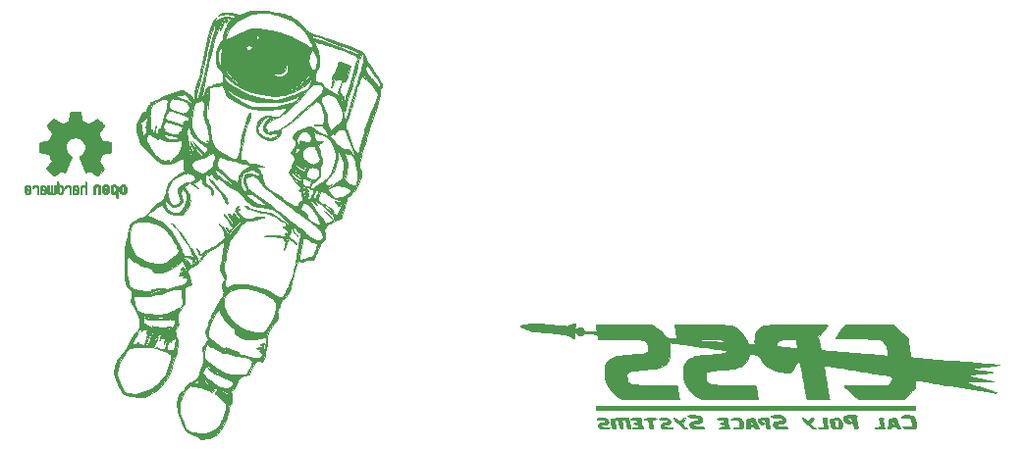
<source format=gbr>
G04 #@! TF.GenerationSoftware,KiCad,Pcbnew,(5.0.0-rc2-dev-311-g1dd4af297)*
G04 #@! TF.CreationDate,2018-06-18T13:27:12-07:00*
G04 #@! TF.ProjectId,beacon_pll,626561636F6E5F706C6C2E6B69636164,rev?*
G04 #@! TF.SameCoordinates,Original*
G04 #@! TF.FileFunction,Legend,Bot*
G04 #@! TF.FilePolarity,Positive*
%FSLAX46Y46*%
G04 Gerber Fmt 4.6, Leading zero omitted, Abs format (unit mm)*
G04 Created by KiCad (PCBNEW (5.0.0-rc2-dev-311-g1dd4af297)) date 06/18/18 13:27:12*
%MOMM*%
%LPD*%
G01*
G04 APERTURE LIST*
%ADD10C,0.010000*%
G04 APERTURE END LIST*
D10*
G36*
X181809839Y-60997439D02*
X181492312Y-61062564D01*
X181197776Y-61164301D01*
X181094539Y-61210034D01*
X180762571Y-61365381D01*
X180376618Y-61264290D01*
X179988126Y-61187085D01*
X179635080Y-61165154D01*
X179335320Y-61198498D01*
X179147623Y-61264074D01*
X179004118Y-61345298D01*
X178931542Y-61401678D01*
X178933514Y-61424345D01*
X179013651Y-61404426D01*
X179106078Y-61365937D01*
X179300777Y-61303719D01*
X179524190Y-61272645D01*
X179754676Y-61270359D01*
X179970592Y-61294505D01*
X180150295Y-61342728D01*
X180272144Y-61412671D01*
X180314600Y-61497496D01*
X180299136Y-61549185D01*
X180235856Y-61564261D01*
X180099429Y-61548720D01*
X180098700Y-61548604D01*
X179838211Y-61507631D01*
X179653315Y-61484283D01*
X179519078Y-61481479D01*
X179410564Y-61502134D01*
X179302837Y-61549166D01*
X179170962Y-61625491D01*
X179106132Y-61664715D01*
X178896368Y-61787191D01*
X178760090Y-61853771D01*
X178687096Y-61866172D01*
X178667187Y-61826111D01*
X178690162Y-61735305D01*
X178690377Y-61734700D01*
X178740038Y-61595000D01*
X178612486Y-61747400D01*
X178506195Y-61912660D01*
X178388628Y-62162240D01*
X178265863Y-62480354D01*
X178143980Y-62851216D01*
X178029057Y-63259040D01*
X178026389Y-63269329D01*
X177953636Y-63565027D01*
X177870989Y-63925027D01*
X177783046Y-64326930D01*
X177694405Y-64748339D01*
X177609665Y-65166855D01*
X177533424Y-65560081D01*
X177470281Y-65905619D01*
X177424835Y-66181071D01*
X177415822Y-66243200D01*
X177372630Y-66482743D01*
X177313399Y-66720123D01*
X177249818Y-66909534D01*
X177239928Y-66932536D01*
X177095163Y-67304605D01*
X176976867Y-67707075D01*
X176897275Y-68094806D01*
X176874962Y-68278959D01*
X176848624Y-68491866D01*
X176813702Y-68603679D01*
X176770058Y-68614550D01*
X176717558Y-68524634D01*
X176699458Y-68476304D01*
X176642308Y-68376403D01*
X176531229Y-68272357D01*
X176349402Y-68149628D01*
X176258663Y-68095304D01*
X176018573Y-67964528D01*
X175837340Y-67892461D01*
X175694563Y-67874245D01*
X175569843Y-67905021D01*
X175533709Y-67922646D01*
X175427809Y-67960951D01*
X175264787Y-68001076D01*
X175149995Y-68022568D01*
X174978470Y-68067686D01*
X174733535Y-68156821D01*
X174430241Y-68284022D01*
X174083641Y-68443336D01*
X174072847Y-68448494D01*
X173803646Y-68574726D01*
X173558245Y-68685068D01*
X173354555Y-68771831D01*
X173210486Y-68827327D01*
X173151800Y-68843872D01*
X173060564Y-68872841D01*
X173037291Y-68950082D01*
X173041109Y-68998890D01*
X173040248Y-69096514D01*
X172998241Y-69114660D01*
X172982273Y-69109545D01*
X172928896Y-69120055D01*
X172877956Y-69204865D01*
X172826293Y-69358775D01*
X172768296Y-69528114D01*
X172705788Y-69625763D01*
X172618703Y-69680437D01*
X172595418Y-69689145D01*
X172502504Y-69741116D01*
X172414195Y-69840151D01*
X172314897Y-70005942D01*
X172259648Y-70113224D01*
X172153819Y-70314420D01*
X172045981Y-70502189D01*
X171957370Y-70639780D01*
X171948026Y-70652523D01*
X171891780Y-70742296D01*
X171858158Y-70842835D01*
X171848259Y-70969196D01*
X171863187Y-71136433D01*
X171904041Y-71359601D01*
X171971925Y-71653755D01*
X172041601Y-71931432D01*
X172190674Y-72514265D01*
X172928903Y-73226832D01*
X173171772Y-73455881D01*
X173408237Y-73669153D01*
X173622184Y-73852838D01*
X173797502Y-73993127D01*
X173918078Y-74076210D01*
X173923267Y-74079100D01*
X174167257Y-74180638D01*
X174417885Y-74215150D01*
X174693721Y-74181405D01*
X175013331Y-74078169D01*
X175209200Y-73993764D01*
X175490190Y-73870879D01*
X175697254Y-73795659D01*
X175843610Y-73763528D01*
X175879841Y-73761600D01*
X175967021Y-73774924D01*
X175986956Y-73835680D01*
X175976974Y-73901299D01*
X175933572Y-74139603D01*
X175915116Y-74310011D01*
X175921242Y-74443022D01*
X175951589Y-74569139D01*
X175968430Y-74618886D01*
X176022171Y-74774065D01*
X176040402Y-74853876D01*
X176021449Y-74878753D01*
X175963635Y-74869129D01*
X175948236Y-74865117D01*
X175861059Y-74857789D01*
X175833936Y-74871892D01*
X175784932Y-74923167D01*
X175710923Y-74980800D01*
X175615043Y-75048290D01*
X175468016Y-75151527D01*
X175304253Y-75266352D01*
X174975190Y-75520289D01*
X174733903Y-75764926D01*
X174569682Y-76015939D01*
X174471821Y-76289001D01*
X174433535Y-76540925D01*
X174409189Y-76720943D01*
X174372203Y-76858775D01*
X174338684Y-76916940D01*
X174277772Y-77011167D01*
X174269401Y-77057639D01*
X174225940Y-77170002D01*
X174104794Y-77312419D01*
X173919813Y-77470859D01*
X173732715Y-77601293D01*
X173585372Y-77714409D01*
X173398557Y-77885587D01*
X173195256Y-78092754D01*
X173033584Y-78272598D01*
X172842553Y-78489604D01*
X172697140Y-78640639D01*
X172580783Y-78740082D01*
X172476920Y-78802313D01*
X172382678Y-78837720D01*
X172230068Y-78893022D01*
X172026983Y-78979234D01*
X171812634Y-79079535D01*
X171772433Y-79099519D01*
X171578659Y-79200880D01*
X171455130Y-79280584D01*
X171379402Y-79358580D01*
X171329028Y-79454816D01*
X171307460Y-79512787D01*
X171260133Y-79680214D01*
X171213391Y-79897485D01*
X171182056Y-80086200D01*
X171148731Y-80286506D01*
X171097546Y-80546932D01*
X171036303Y-80829290D01*
X170990048Y-81026000D01*
X170933060Y-81271354D01*
X170893186Y-81482331D01*
X170867355Y-81688277D01*
X170852495Y-81918534D01*
X170845535Y-82202448D01*
X170843820Y-82423000D01*
X170847953Y-82777685D01*
X170861689Y-83170073D01*
X170882977Y-83556304D01*
X170909766Y-83892522D01*
X170914872Y-83942987D01*
X170989343Y-84650175D01*
X171238277Y-84948093D01*
X171487212Y-85246012D01*
X171454040Y-85714106D01*
X171420869Y-86182200D01*
X171722982Y-86679642D01*
X171923667Y-87039660D01*
X172054168Y-87348440D01*
X172119889Y-87622634D01*
X172126236Y-87878889D01*
X172122989Y-87911691D01*
X172118108Y-88062900D01*
X172141739Y-88144834D01*
X172152312Y-88151970D01*
X172179308Y-88206737D01*
X172142499Y-88321647D01*
X172048677Y-88483776D01*
X171904633Y-88680201D01*
X171822618Y-88779402D01*
X171665452Y-88986183D01*
X171507270Y-89231273D01*
X171392702Y-89441267D01*
X171300880Y-89621503D01*
X171216242Y-89768904D01*
X171154607Y-89856291D01*
X171146549Y-89864081D01*
X171096989Y-89943493D01*
X171098594Y-89984810D01*
X171078787Y-90052904D01*
X171002021Y-90157691D01*
X170943175Y-90219661D01*
X170838349Y-90334312D01*
X170773931Y-90429910D01*
X170764200Y-90461541D01*
X170731644Y-90532183D01*
X170646788Y-90648356D01*
X170542285Y-90769076D01*
X170397549Y-90935126D01*
X170288317Y-91091410D01*
X170197951Y-91268323D01*
X170109812Y-91496257D01*
X170054163Y-91660747D01*
X169987080Y-91900253D01*
X169957012Y-92118331D01*
X169967073Y-92336245D01*
X170020377Y-92575261D01*
X170120037Y-92856646D01*
X170269165Y-93201663D01*
X170284747Y-93235751D01*
X170401818Y-93482702D01*
X170514056Y-93704641D01*
X170610429Y-93880739D01*
X170679903Y-93990168D01*
X170692420Y-94005368D01*
X170829054Y-94097743D01*
X171040025Y-94171702D01*
X171099964Y-94185648D01*
X171338006Y-94232189D01*
X171599831Y-94277013D01*
X171865959Y-94317566D01*
X172116911Y-94351297D01*
X172333208Y-94375655D01*
X172495369Y-94388087D01*
X172583917Y-94386043D01*
X172593966Y-94381357D01*
X172647842Y-94343690D01*
X172772801Y-94272588D01*
X172948633Y-94179202D01*
X173101966Y-94101128D01*
X173362773Y-93961510D01*
X173575534Y-93821951D01*
X173777737Y-93654969D01*
X173990000Y-93450138D01*
X174301421Y-93099427D01*
X174552170Y-92729506D01*
X174755792Y-92315838D01*
X174925831Y-91833883D01*
X174973341Y-91668600D01*
X175050557Y-91397604D01*
X175134386Y-91119332D01*
X175212539Y-90873920D01*
X175253346Y-90754200D01*
X175324662Y-90518293D01*
X175390349Y-90240988D01*
X175436239Y-89982130D01*
X175436392Y-89981003D01*
X175462591Y-89768559D01*
X175469187Y-89618700D01*
X175462145Y-89565999D01*
X175242205Y-89565999D01*
X175229618Y-89789604D01*
X175195276Y-90001153D01*
X175175850Y-90074903D01*
X175116918Y-90271600D01*
X174461293Y-90271600D01*
X174496318Y-90084903D01*
X174547381Y-89878141D01*
X174613859Y-89697766D01*
X174685060Y-89567328D01*
X174750291Y-89510378D01*
X174757516Y-89509600D01*
X174823548Y-89546307D01*
X174831639Y-89573100D01*
X174851508Y-89583454D01*
X174889703Y-89523417D01*
X174969196Y-89422649D01*
X175038665Y-89380294D01*
X175111630Y-89343100D01*
X175127621Y-89277551D01*
X175092658Y-89156998D01*
X175031400Y-89156998D01*
X174999057Y-89184431D01*
X174970290Y-89173027D01*
X174890966Y-89145771D01*
X174742169Y-89110246D01*
X174555027Y-89072387D01*
X174360669Y-89038130D01*
X174190222Y-89013410D01*
X174085250Y-89004272D01*
X173994395Y-89035379D01*
X173949108Y-89141300D01*
X173916256Y-89285983D01*
X173890387Y-89382600D01*
X173876965Y-89439203D01*
X173900238Y-89406653D01*
X173919992Y-89369900D01*
X174018923Y-89274039D01*
X174160898Y-89264863D01*
X174270011Y-89306726D01*
X174329129Y-89349265D01*
X174337040Y-89408848D01*
X174297225Y-89521314D01*
X174292072Y-89533695D01*
X174243591Y-89674881D01*
X174221495Y-89789365D01*
X174221371Y-89800068D01*
X174239073Y-89808699D01*
X174282070Y-89737979D01*
X174327050Y-89636753D01*
X174396471Y-89470213D01*
X174441965Y-89382184D01*
X174476255Y-89356421D01*
X174512067Y-89376677D01*
X174522682Y-89386961D01*
X174535710Y-89463948D01*
X174512547Y-89624430D01*
X174461420Y-89833343D01*
X174351771Y-90231338D01*
X174094686Y-90201482D01*
X173837600Y-90171626D01*
X174040800Y-90256385D01*
X174242682Y-90349414D01*
X174482526Y-90472599D01*
X174712836Y-90601143D01*
X174790100Y-90647549D01*
X174864048Y-90739141D01*
X174878677Y-90804519D01*
X174861583Y-90942052D01*
X174815936Y-91149256D01*
X174749295Y-91400838D01*
X174669215Y-91671501D01*
X174583255Y-91935952D01*
X174498969Y-92168896D01*
X174423917Y-92345037D01*
X174410538Y-92371490D01*
X174201844Y-92691249D01*
X173920674Y-93012115D01*
X173592866Y-93309564D01*
X173244260Y-93559072D01*
X173037449Y-93674776D01*
X172558262Y-93884757D01*
X172121671Y-94015264D01*
X171711054Y-94069380D01*
X171309789Y-94050187D01*
X171154633Y-94023979D01*
X170867720Y-93966359D01*
X170565630Y-93367292D01*
X170445580Y-93116083D01*
X170342229Y-92875223D01*
X170266091Y-92670831D01*
X170227678Y-92529029D01*
X170227333Y-92526785D01*
X170224220Y-92244751D01*
X170284097Y-91910392D01*
X170398689Y-91543798D01*
X170559724Y-91165060D01*
X170758928Y-90794268D01*
X170988026Y-90451512D01*
X171175946Y-90223334D01*
X171283607Y-90160395D01*
X171472349Y-90105304D01*
X171721818Y-90060159D01*
X172011659Y-90027059D01*
X172321517Y-90008100D01*
X172631036Y-90005380D01*
X172919861Y-90020997D01*
X173024800Y-90032816D01*
X173329600Y-90073432D01*
X173412474Y-89880416D01*
X173478776Y-89726574D01*
X173564006Y-89529559D01*
X173627754Y-89382600D01*
X173692200Y-89228546D01*
X173714119Y-89160400D01*
X173692675Y-89179186D01*
X173627033Y-89285930D01*
X173516359Y-89481658D01*
X173451937Y-89598500D01*
X173338645Y-89792677D01*
X173254564Y-89913451D01*
X173205020Y-89958115D01*
X173195334Y-89923961D01*
X173230830Y-89808281D01*
X173282057Y-89684909D01*
X173420585Y-89395349D01*
X173551931Y-89175794D01*
X173661861Y-89035011D01*
X173340433Y-89035011D01*
X173313590Y-89264447D01*
X173310124Y-89278521D01*
X173259531Y-89449785D01*
X173196340Y-89623143D01*
X173130289Y-89776985D01*
X173071115Y-89889702D01*
X173028557Y-89939683D01*
X173015586Y-89932143D01*
X173021200Y-89848039D01*
X173066005Y-89729711D01*
X173066397Y-89728943D01*
X173158355Y-89485952D01*
X173204499Y-89225129D01*
X173202979Y-88978145D01*
X173202104Y-88974687D01*
X173147435Y-88974687D01*
X173146705Y-89078135D01*
X173134898Y-89211028D01*
X173113397Y-89349695D01*
X173083584Y-89470466D01*
X173078966Y-89484200D01*
X172994876Y-89716750D01*
X172935494Y-89861905D01*
X172895707Y-89929392D01*
X172870402Y-89928941D01*
X172860161Y-89900602D01*
X172828295Y-89839345D01*
X172765504Y-89869595D01*
X172765328Y-89869741D01*
X172703068Y-89910018D01*
X172675372Y-89892541D01*
X172682699Y-89807511D01*
X172725506Y-89645128D01*
X172784695Y-89455761D01*
X172872185Y-89212571D01*
X172945111Y-89069718D01*
X172999400Y-89027000D01*
X173085109Y-88986404D01*
X173110130Y-88950800D01*
X173135704Y-88924352D01*
X173147435Y-88974687D01*
X173202104Y-88974687D01*
X173173109Y-88860212D01*
X172847000Y-88860212D01*
X172833502Y-88914994D01*
X172798224Y-89040484D01*
X172748987Y-89210197D01*
X172693616Y-89397650D01*
X172639934Y-89576359D01*
X172595763Y-89719839D01*
X172568927Y-89801608D01*
X172568893Y-89801700D01*
X172539149Y-89846992D01*
X172479222Y-89861387D01*
X172365439Y-89845388D01*
X172212660Y-89809266D01*
X172073885Y-89765174D01*
X172018136Y-89717943D01*
X172020979Y-89669566D01*
X172035792Y-89614700D01*
X172003854Y-89628213D01*
X171953914Y-89670115D01*
X171840831Y-89744064D01*
X171705657Y-89770988D01*
X171589270Y-89769618D01*
X171509538Y-89751246D01*
X171513871Y-89693687D01*
X171523767Y-89674700D01*
X171566973Y-89591157D01*
X171641448Y-89441885D01*
X171734374Y-89252691D01*
X171782387Y-89154000D01*
X171932483Y-88862470D01*
X172068851Y-88632633D01*
X172184788Y-88474413D01*
X172273591Y-88397735D01*
X172297006Y-88392000D01*
X172324001Y-88417464D01*
X172300699Y-88455500D01*
X172273976Y-88552040D01*
X172284603Y-88614055D01*
X172314287Y-88672732D01*
X172351036Y-88655348D01*
X172401134Y-88584138D01*
X172484496Y-88495551D01*
X172595935Y-88477312D01*
X172643526Y-88482723D01*
X172741283Y-88508929D01*
X172780804Y-88564254D01*
X172766643Y-88670293D01*
X172714561Y-88819656D01*
X172710553Y-88877293D01*
X172765144Y-88869741D01*
X172834578Y-88853426D01*
X172847000Y-88860212D01*
X173173109Y-88860212D01*
X173151948Y-88776667D01*
X173124849Y-88726962D01*
X173018834Y-88622757D01*
X172841947Y-88508785D01*
X172621474Y-88401498D01*
X172516800Y-88360325D01*
X172447499Y-88330736D01*
X172473218Y-88313866D01*
X172527476Y-88303594D01*
X172643117Y-88323913D01*
X172816502Y-88409404D01*
X172942303Y-88489323D01*
X173163362Y-88665842D01*
X173293215Y-88841607D01*
X173340433Y-89035011D01*
X173661861Y-89035011D01*
X173678034Y-89014300D01*
X173816142Y-88928363D01*
X174028071Y-88901761D01*
X174316959Y-88934451D01*
X174599600Y-89001600D01*
X174778687Y-89050104D01*
X174918400Y-89085771D01*
X174990893Y-89101517D01*
X174993300Y-89101720D01*
X175030040Y-89142718D01*
X175031400Y-89156998D01*
X175092658Y-89156998D01*
X175091910Y-89154422D01*
X175083458Y-89131907D01*
X175058387Y-89035354D01*
X175089332Y-89002577D01*
X175104822Y-89001600D01*
X175164346Y-89048139D01*
X175208078Y-89172738D01*
X175234528Y-89352868D01*
X175242205Y-89565999D01*
X175462145Y-89565999D01*
X175452479Y-89493664D01*
X175408768Y-89355690D01*
X175363817Y-89240417D01*
X175297561Y-89059094D01*
X175250954Y-88901540D01*
X175234600Y-88807114D01*
X175214843Y-88719945D01*
X175183800Y-88696800D01*
X175135368Y-88664750D01*
X175149551Y-88618829D01*
X174483762Y-88618829D01*
X174480720Y-88632082D01*
X174378526Y-88639920D01*
X174320200Y-88641211D01*
X174164894Y-88633744D01*
X174046774Y-88611145D01*
X174021250Y-88599890D01*
X174019467Y-88577030D01*
X174108385Y-88572823D01*
X174199050Y-88579473D01*
X174389317Y-88601010D01*
X174483762Y-88618829D01*
X175149551Y-88618829D01*
X175164754Y-88569611D01*
X175271365Y-88412901D01*
X175317984Y-88354515D01*
X175502968Y-88128767D01*
X175481487Y-87791239D01*
X175174102Y-87791239D01*
X175152887Y-87969357D01*
X175067875Y-88160785D01*
X174941888Y-88325884D01*
X174812593Y-88419086D01*
X174657509Y-88475616D01*
X174554674Y-88491127D01*
X174523400Y-88468881D01*
X174565419Y-88435706D01*
X174670125Y-88383407D01*
X174709000Y-88366614D01*
X174820573Y-88314433D01*
X174873927Y-88278240D01*
X174874100Y-88272493D01*
X174817775Y-88270347D01*
X174685164Y-88278901D01*
X174500812Y-88296387D01*
X174421800Y-88305062D01*
X174146208Y-88327870D01*
X173915463Y-88323111D01*
X173676097Y-88288842D01*
X173609187Y-88275548D01*
X173426260Y-88240123D01*
X173286716Y-88217542D01*
X173215921Y-88211800D01*
X173212217Y-88213049D01*
X173243933Y-88242449D01*
X173342724Y-88300579D01*
X173432368Y-88347223D01*
X173552788Y-88415750D01*
X173612678Y-88467256D01*
X173608526Y-88485291D01*
X173535489Y-88472367D01*
X173398352Y-88419210D01*
X173220363Y-88337485D01*
X173024768Y-88238854D01*
X172834814Y-88134981D01*
X172673749Y-88037529D01*
X172574667Y-87966593D01*
X172490231Y-87887783D01*
X172452731Y-87811289D01*
X172451350Y-87698974D01*
X172465605Y-87582074D01*
X172492356Y-87428212D01*
X172523943Y-87356556D01*
X172570457Y-87347850D01*
X172585539Y-87353227D01*
X172737777Y-87408797D01*
X172894149Y-87445572D01*
X173074715Y-87464823D01*
X173299537Y-87467822D01*
X173588675Y-87455841D01*
X173887425Y-87435761D01*
X174286276Y-87410318D01*
X174595500Y-87400535D01*
X174825955Y-87407051D01*
X174988496Y-87430509D01*
X175093981Y-87471546D01*
X175138407Y-87509514D01*
X175165627Y-87567010D01*
X175112981Y-87572043D01*
X174987555Y-87524708D01*
X174950305Y-87506986D01*
X174861373Y-87472396D01*
X174762424Y-87460212D01*
X174624630Y-87470443D01*
X174419163Y-87503095D01*
X174396400Y-87507127D01*
X173873201Y-87583791D01*
X173431158Y-87613351D01*
X173073601Y-87595686D01*
X172897869Y-87561525D01*
X172729818Y-87521328D01*
X172625670Y-87506606D01*
X172595373Y-87516473D01*
X172648872Y-87550045D01*
X172716052Y-87577698D01*
X172909945Y-87629089D01*
X173168862Y-87658239D01*
X173503263Y-87665659D01*
X173923607Y-87651862D01*
X174066200Y-87643774D01*
X174339669Y-87629944D01*
X174594706Y-87622279D01*
X174804847Y-87621232D01*
X174943627Y-87627253D01*
X174955200Y-87628599D01*
X175089329Y-87656148D01*
X175152492Y-87706535D01*
X175174102Y-87791239D01*
X175481487Y-87791239D01*
X175470123Y-87612683D01*
X175457537Y-87357679D01*
X175464220Y-87167430D01*
X175500087Y-87012439D01*
X175575055Y-86863206D01*
X175699038Y-86690236D01*
X175838394Y-86517125D01*
X176022000Y-86292975D01*
X176019001Y-86178818D01*
X175851376Y-86178818D01*
X175839303Y-86349985D01*
X175802865Y-86468174D01*
X175737461Y-86549410D01*
X175638492Y-86609717D01*
X175520988Y-86657822D01*
X175310441Y-86749110D01*
X175091303Y-86862756D01*
X175006553Y-86913260D01*
X174812222Y-87014488D01*
X174596379Y-87095583D01*
X174504209Y-87119309D01*
X174333577Y-87154314D01*
X174191095Y-87184544D01*
X174142400Y-87195401D01*
X174054749Y-87202943D01*
X173888475Y-87206556D01*
X173666484Y-87206085D01*
X173411686Y-87201376D01*
X173380400Y-87200530D01*
X173061753Y-87187450D01*
X172815849Y-87166004D01*
X172613928Y-87132288D01*
X172427231Y-87082398D01*
X172368219Y-87063129D01*
X172126715Y-86964636D01*
X171965851Y-86861786D01*
X171924319Y-86817200D01*
X171873241Y-86716798D01*
X171813792Y-86555379D01*
X171752502Y-86357674D01*
X171695899Y-86148412D01*
X171650510Y-85952322D01*
X171622866Y-85794134D01*
X171619492Y-85698578D01*
X171625292Y-85684466D01*
X171686786Y-85669791D01*
X171831415Y-85656028D01*
X172040713Y-85644336D01*
X172296216Y-85635870D01*
X172445574Y-85633066D01*
X172757953Y-85626945D01*
X172985626Y-85617363D01*
X173145469Y-85602475D01*
X173254365Y-85580439D01*
X173329191Y-85549411D01*
X173353604Y-85533900D01*
X173521373Y-85467269D01*
X173748419Y-85445600D01*
X173975042Y-85423078D01*
X174216238Y-85348523D01*
X174359416Y-85286343D01*
X174597030Y-85193281D01*
X174864674Y-85116409D01*
X175135017Y-85060769D01*
X175380726Y-85031404D01*
X175574469Y-85033356D01*
X175646811Y-85048837D01*
X175707582Y-85075001D01*
X175748541Y-85116128D01*
X175775859Y-85192240D01*
X175795705Y-85323355D01*
X175814250Y-85529495D01*
X175820831Y-85613456D01*
X175843685Y-85938650D01*
X175851376Y-86178818D01*
X176019001Y-86178818D01*
X176007198Y-85729587D01*
X176003977Y-85397586D01*
X176018850Y-85151522D01*
X176058674Y-84976355D01*
X176130305Y-84857047D01*
X176240599Y-84778558D01*
X176396411Y-84725849D01*
X176472594Y-84708702D01*
X176562986Y-84682890D01*
X176598743Y-84634741D01*
X176594562Y-84532255D01*
X176584414Y-84465202D01*
X176552979Y-84315491D01*
X176499782Y-84108088D01*
X176434934Y-83881771D01*
X176428472Y-83860694D01*
X176278267Y-83860694D01*
X176267083Y-83967073D01*
X176245872Y-84003497D01*
X176214375Y-84087773D01*
X176244359Y-84142679D01*
X176275917Y-84229341D01*
X176248183Y-84363769D01*
X176244973Y-84373107D01*
X176152923Y-84517915D01*
X175983193Y-84635663D01*
X175728643Y-84729738D01*
X175382129Y-84803531D01*
X175315933Y-84813945D01*
X175058653Y-84862207D01*
X174792530Y-84927388D01*
X174566909Y-84997094D01*
X174526468Y-85012252D01*
X174324097Y-85080025D01*
X174125405Y-85127528D01*
X173993068Y-85143264D01*
X173776945Y-85183081D01*
X173508448Y-85294958D01*
X173456600Y-85321878D01*
X173271684Y-85415127D01*
X173130872Y-85465576D01*
X172991495Y-85483270D01*
X172810883Y-85478256D01*
X172796200Y-85477352D01*
X172580643Y-85449911D01*
X172323231Y-85397090D01*
X172076968Y-85329901D01*
X172059600Y-85324321D01*
X171791893Y-85232431D01*
X171617876Y-85161132D01*
X171532299Y-85107935D01*
X171527672Y-85072337D01*
X171582996Y-85077378D01*
X171711824Y-85110018D01*
X171891789Y-85164220D01*
X172004783Y-85201142D01*
X172328299Y-85302952D01*
X172583436Y-85363283D01*
X172794392Y-85382508D01*
X172985366Y-85361005D01*
X173180558Y-85299145D01*
X173353567Y-85222032D01*
X173592019Y-85117307D01*
X173785127Y-85059870D01*
X173971038Y-85039116D01*
X174013967Y-85038422D01*
X174184797Y-85028592D01*
X174320616Y-85004207D01*
X174371000Y-84983508D01*
X174376811Y-84959454D01*
X174302974Y-84948285D01*
X174141948Y-84949584D01*
X173939200Y-84959684D01*
X173628861Y-84981146D01*
X173407576Y-85004401D01*
X173262801Y-85032023D01*
X173181994Y-85066587D01*
X173152611Y-85110668D01*
X173151800Y-85121322D01*
X173105575Y-85167483D01*
X172979753Y-85192307D01*
X172793619Y-85197813D01*
X172566456Y-85186019D01*
X172317547Y-85158944D01*
X172066176Y-85118607D01*
X171831626Y-85067025D01*
X171633179Y-85006218D01*
X171508103Y-84949260D01*
X171401980Y-84872988D01*
X171319079Y-84772239D01*
X171250949Y-84628542D01*
X171189137Y-84423422D01*
X171125189Y-84138408D01*
X171115721Y-84091761D01*
X171064706Y-83779884D01*
X171032870Y-83459650D01*
X171019508Y-83146824D01*
X171023914Y-82857172D01*
X171045382Y-82606459D01*
X171083207Y-82410450D01*
X171136682Y-82284910D01*
X171198388Y-82245200D01*
X171264509Y-82268736D01*
X171272200Y-82287467D01*
X171312459Y-82342993D01*
X171419654Y-82435939D01*
X171573416Y-82551762D01*
X171753377Y-82675918D01*
X171939167Y-82793865D01*
X172110417Y-82891058D01*
X172135800Y-82904061D01*
X172349058Y-82992662D01*
X172595146Y-83068693D01*
X172740020Y-83100781D01*
X173006929Y-83168705D01*
X173176600Y-83263346D01*
X173249976Y-83385294D01*
X173253400Y-83422730D01*
X173298762Y-83516399D01*
X173422756Y-83579085D01*
X173607244Y-83610760D01*
X173834087Y-83611394D01*
X174085149Y-83580959D01*
X174342292Y-83519427D01*
X174587377Y-83426770D01*
X174591525Y-83424836D01*
X175055816Y-83175344D01*
X175420624Y-82908016D01*
X175593734Y-82736758D01*
X175718671Y-82615705D01*
X175816331Y-82559799D01*
X175847875Y-82560033D01*
X175895144Y-82619622D01*
X175959934Y-82756833D01*
X176034796Y-82950805D01*
X176112276Y-83180677D01*
X176184925Y-83425589D01*
X176245291Y-83664679D01*
X176250042Y-83685997D01*
X176278267Y-83860694D01*
X176428472Y-83860694D01*
X176417266Y-83824144D01*
X176284091Y-83396489D01*
X176480485Y-83231606D01*
X176622833Y-83127859D01*
X176757975Y-83054310D01*
X176806639Y-83037701D01*
X176897598Y-83006317D01*
X176994484Y-82945707D01*
X177109641Y-82844378D01*
X177255411Y-82690837D01*
X177444138Y-82473591D01*
X177557879Y-82338192D01*
X177796377Y-82065217D01*
X177997243Y-81862233D01*
X178154918Y-81734332D01*
X178263843Y-81686606D01*
X178269461Y-81686400D01*
X178327254Y-81658963D01*
X178450322Y-81584139D01*
X178620954Y-81473154D01*
X178821437Y-81337236D01*
X178834158Y-81328444D01*
X179034540Y-81193679D01*
X179205319Y-81086116D01*
X179329240Y-81016112D01*
X179389047Y-80994020D01*
X179390478Y-80994590D01*
X179409678Y-81059046D01*
X179411183Y-81204350D01*
X179397066Y-81411692D01*
X179369400Y-81662261D01*
X179330260Y-81937248D01*
X179281719Y-82217842D01*
X179226406Y-82482830D01*
X179157520Y-82796013D01*
X179116807Y-83035399D01*
X179105316Y-83225103D01*
X179124097Y-83389240D01*
X179174199Y-83551926D01*
X179256672Y-83737276D01*
X179283365Y-83791789D01*
X179471330Y-84171658D01*
X179359565Y-84441311D01*
X179283909Y-84641706D01*
X179254408Y-84786500D01*
X179269409Y-84909742D01*
X179327257Y-85045478D01*
X179329956Y-85050717D01*
X179375689Y-85159415D01*
X179386085Y-85266120D01*
X179362775Y-85412712D01*
X179346748Y-85482057D01*
X179298010Y-85651861D01*
X179244371Y-85790028D01*
X179215408Y-85841363D01*
X179164495Y-85898513D01*
X179148188Y-85867029D01*
X179146158Y-85826600D01*
X179130431Y-85812566D01*
X179093042Y-85880410D01*
X179053770Y-85982775D01*
X178979177Y-86151854D01*
X178864893Y-86359257D01*
X178734035Y-86563448D01*
X178717564Y-86586818D01*
X178539168Y-86875528D01*
X178396222Y-87180878D01*
X178355596Y-87294836D01*
X178285409Y-87502012D01*
X178190997Y-87762120D01*
X178087377Y-88034372D01*
X178029783Y-88179769D01*
X177818848Y-88702952D01*
X177926467Y-89050677D01*
X178034087Y-89398401D01*
X177814807Y-89746100D01*
X177595528Y-90093800D01*
X177634320Y-90742516D01*
X177673112Y-91391233D01*
X177474804Y-91785648D01*
X177361651Y-92032013D01*
X177306276Y-92208766D01*
X177302549Y-92316349D01*
X177297854Y-92436370D01*
X177229312Y-92572622D01*
X177168667Y-92654570D01*
X177020501Y-92813470D01*
X176854936Y-92948027D01*
X176699623Y-93038382D01*
X176596304Y-93065600D01*
X176517453Y-93099567D01*
X176399578Y-93185749D01*
X176268304Y-93300561D01*
X176149255Y-93420421D01*
X176068055Y-93521745D01*
X176047400Y-93570783D01*
X176011310Y-93640812D01*
X175918834Y-93745083D01*
X175842448Y-93815485D01*
X175645394Y-94017162D01*
X175512878Y-94240186D01*
X175434025Y-94509733D01*
X175398316Y-94843600D01*
X175395490Y-95099766D01*
X175415796Y-95351923D01*
X175463472Y-95615515D01*
X175542755Y-95905986D01*
X175657880Y-96238782D01*
X175813086Y-96629346D01*
X176012609Y-97093122D01*
X176020050Y-97109970D01*
X176060139Y-97176824D01*
X176128223Y-97244744D01*
X176237867Y-97322588D01*
X176402634Y-97419213D01*
X176636089Y-97543477D01*
X176856074Y-97655921D01*
X177107463Y-97780345D01*
X177324199Y-97882240D01*
X177491655Y-97955168D01*
X177595203Y-97992692D01*
X177622200Y-97993050D01*
X177667582Y-97962737D01*
X177782302Y-97944643D01*
X177848895Y-97942400D01*
X178193980Y-97893266D01*
X178529976Y-97752314D01*
X178843103Y-97529217D01*
X179119582Y-97233649D01*
X179332373Y-96901000D01*
X179454092Y-96643566D01*
X179576274Y-96342411D01*
X179687459Y-96030005D01*
X179776186Y-95738821D01*
X179830995Y-95501330D01*
X179834852Y-95477288D01*
X179879189Y-95284981D01*
X179951351Y-95067447D01*
X179997266Y-94956771D01*
X180059532Y-94809342D01*
X180093447Y-94683659D01*
X180103666Y-94543553D01*
X180094843Y-94352855D01*
X180087275Y-94257312D01*
X180071901Y-94072746D01*
X179744667Y-94072746D01*
X179722332Y-94097931D01*
X179618719Y-94062734D01*
X179547860Y-94028381D01*
X179346691Y-93933940D01*
X179149845Y-93855413D01*
X178978066Y-93799376D01*
X178852097Y-93772409D01*
X178792682Y-93781089D01*
X178790600Y-93788236D01*
X178759329Y-93866101D01*
X178701700Y-93943731D01*
X178651854Y-94008959D01*
X178656798Y-94060729D01*
X178727663Y-94128162D01*
X178790600Y-94176331D01*
X178937764Y-94295147D01*
X179108131Y-94444733D01*
X179281174Y-94605539D01*
X179436363Y-94758015D01*
X179553167Y-94882611D01*
X179609032Y-94955723D01*
X179622751Y-95056303D01*
X179606713Y-95229232D01*
X179566219Y-95451500D01*
X179506572Y-95700097D01*
X179433071Y-95952012D01*
X179351020Y-96184234D01*
X179296712Y-96311371D01*
X179069485Y-96711982D01*
X178801936Y-97022936D01*
X178486946Y-97250596D01*
X178117396Y-97401326D01*
X178059918Y-97416903D01*
X177827690Y-97452760D01*
X177533966Y-97464467D01*
X177215576Y-97453453D01*
X176909352Y-97421144D01*
X176652126Y-97368968D01*
X176625887Y-97361314D01*
X176399684Y-97273212D01*
X176225132Y-97167355D01*
X176120351Y-97056656D01*
X176098200Y-96985305D01*
X176071097Y-96890356D01*
X176003622Y-96760187D01*
X175979387Y-96722292D01*
X175914049Y-96596217D01*
X175836341Y-96403184D01*
X175758396Y-96174838D01*
X175719339Y-96043955D01*
X175617357Y-95586592D01*
X175588115Y-95180871D01*
X175632665Y-94806436D01*
X175752060Y-94442933D01*
X175808382Y-94321264D01*
X175930587Y-94093482D01*
X176073198Y-93856043D01*
X176205612Y-93659864D01*
X176207185Y-93657737D01*
X176333578Y-93498439D01*
X176430345Y-93409572D01*
X176519042Y-93373801D01*
X176564471Y-93370400D01*
X176717674Y-93384916D01*
X176936465Y-93423593D01*
X177189829Y-93479118D01*
X177446751Y-93544181D01*
X177676216Y-93611470D01*
X177842615Y-93671691D01*
X178079400Y-93773189D01*
X178079400Y-93593855D01*
X178073048Y-93522800D01*
X177850800Y-93522800D01*
X177846773Y-93569611D01*
X177828399Y-93573600D01*
X177776668Y-93536723D01*
X177774600Y-93522800D01*
X177791933Y-93473320D01*
X177797002Y-93472000D01*
X177840374Y-93507597D01*
X177850800Y-93522800D01*
X178073048Y-93522800D01*
X178065070Y-93433570D01*
X178012374Y-93294127D01*
X177906753Y-93150487D01*
X177847190Y-93091000D01*
X177520600Y-93091000D01*
X177495200Y-93116400D01*
X177469800Y-93091000D01*
X177495200Y-93065600D01*
X177520600Y-93091000D01*
X177847190Y-93091000D01*
X177733651Y-92977606D01*
X177706788Y-92952916D01*
X177572653Y-92815783D01*
X177562348Y-92799157D01*
X177285555Y-92799157D01*
X177264534Y-92894374D01*
X177254486Y-92925900D01*
X177212866Y-93057018D01*
X177185794Y-93149536D01*
X177184999Y-93152659D01*
X177149306Y-93188042D01*
X177056413Y-93173823D01*
X177008389Y-93158119D01*
X176847177Y-93101920D01*
X177044189Y-92933267D01*
X177184893Y-92818271D01*
X177262179Y-92773678D01*
X177285555Y-92799157D01*
X177562348Y-92799157D01*
X177521620Y-92733448D01*
X177547444Y-92712347D01*
X177643874Y-92758913D01*
X177789900Y-92867313D01*
X177990505Y-93078163D01*
X178121241Y-93313231D01*
X178170670Y-93549322D01*
X178166282Y-93630669D01*
X178162970Y-93778269D01*
X178207679Y-93839807D01*
X178305400Y-93817291D01*
X178429800Y-93736612D01*
X178602399Y-93607789D01*
X178974120Y-93700354D01*
X179240931Y-93779189D01*
X179469343Y-93870288D01*
X179640388Y-93964485D01*
X179735098Y-94052612D01*
X179744667Y-94072746D01*
X180071901Y-94072746D01*
X180051836Y-93831868D01*
X180252229Y-93639234D01*
X180452033Y-93378191D01*
X180541767Y-93167200D01*
X180597690Y-93006615D01*
X180313234Y-93006615D01*
X180292637Y-93038170D01*
X180228752Y-92989075D01*
X180173534Y-92927234D01*
X179974907Y-92757105D01*
X179706476Y-92640394D01*
X179451000Y-92584169D01*
X179259521Y-92528198D01*
X179015091Y-92417581D01*
X178741018Y-92264809D01*
X178460609Y-92082374D01*
X178311706Y-91973594D01*
X178151586Y-91856989D01*
X178060031Y-91803291D01*
X178039914Y-91813697D01*
X178085820Y-91879535D01*
X178264941Y-92050085D01*
X178525088Y-92234936D01*
X178848710Y-92423780D01*
X179218259Y-92606311D01*
X179586383Y-92760829D01*
X179848953Y-92866835D01*
X180028560Y-92953863D01*
X180139540Y-93032191D01*
X180196226Y-93112092D01*
X180212954Y-93203844D01*
X180213000Y-93210015D01*
X180198691Y-93299810D01*
X180141412Y-93372482D01*
X180019640Y-93450695D01*
X179948758Y-93488244D01*
X179752671Y-93578755D01*
X179594169Y-93616264D01*
X179430269Y-93604045D01*
X179217985Y-93545374D01*
X179214345Y-93544200D01*
X179046909Y-93477198D01*
X178860228Y-93375017D01*
X178640519Y-93228542D01*
X178374001Y-93028657D01*
X178083657Y-92796323D01*
X177850104Y-92599878D01*
X177694376Y-92446683D01*
X177612244Y-92320072D01*
X177599478Y-92203380D01*
X177651852Y-92079942D01*
X177765135Y-91933091D01*
X177842632Y-91846405D01*
X178037664Y-91632875D01*
X178172832Y-91757558D01*
X178512078Y-92021760D01*
X178922458Y-92261785D01*
X179373813Y-92461306D01*
X179638120Y-92550729D01*
X179892758Y-92644594D01*
X180100838Y-92755503D01*
X180245826Y-92872289D01*
X180311185Y-92983787D01*
X180313234Y-93006615D01*
X180597690Y-93006615D01*
X180618717Y-92946238D01*
X180696958Y-92796327D01*
X180800808Y-92693251D01*
X180954583Y-92612793D01*
X181179981Y-92531607D01*
X181592158Y-92394339D01*
X181817877Y-91920929D01*
X181974487Y-91625506D01*
X182125736Y-91403418D01*
X182225236Y-91302441D01*
X181838874Y-91302441D01*
X181816535Y-91425954D01*
X181757596Y-91608124D01*
X181674792Y-91818790D01*
X181580855Y-92027791D01*
X181488519Y-92204964D01*
X181410516Y-92320148D01*
X181408131Y-92322763D01*
X181357302Y-92373601D01*
X181303341Y-92407771D01*
X181227143Y-92427838D01*
X181109601Y-92436369D01*
X180931612Y-92435929D01*
X180674070Y-92429085D01*
X180627112Y-92427655D01*
X180284000Y-92411738D01*
X180017670Y-92385703D01*
X179803543Y-92346403D01*
X179651713Y-92302762D01*
X179442944Y-92219360D01*
X179204779Y-92105020D01*
X179008064Y-91995745D01*
X178834613Y-91883217D01*
X178631755Y-91740532D01*
X178416730Y-91581194D01*
X178206780Y-91418703D01*
X178019146Y-91266560D01*
X177871069Y-91138268D01*
X177779789Y-91047327D01*
X177760201Y-91018548D01*
X177742130Y-90893764D01*
X177747188Y-90702282D01*
X177770953Y-90475197D01*
X177809007Y-90243603D01*
X177856926Y-90038595D01*
X177910292Y-89891270D01*
X177923886Y-89867219D01*
X177970960Y-89820605D01*
X178032353Y-89847347D01*
X178063599Y-89873497D01*
X178171567Y-89940514D01*
X178322770Y-90004906D01*
X178358800Y-90016815D01*
X178499048Y-90072344D01*
X178690117Y-90163682D01*
X178896254Y-90273468D01*
X178947465Y-90302638D01*
X179187019Y-90430320D01*
X179372203Y-90501642D01*
X179526538Y-90525478D01*
X179538226Y-90525600D01*
X179702910Y-90547360D01*
X179901137Y-90603083D01*
X180016362Y-90648383D01*
X180202391Y-90714293D01*
X180455115Y-90779329D01*
X180739916Y-90835002D01*
X180842454Y-90850949D01*
X181212718Y-90919706D01*
X181502566Y-91006415D01*
X181706278Y-91108485D01*
X181818134Y-91223324D01*
X181838874Y-91302441D01*
X182225236Y-91302441D01*
X182265452Y-91261629D01*
X182387462Y-91207108D01*
X182442613Y-91215879D01*
X182555291Y-91251630D01*
X182660574Y-91274632D01*
X182740770Y-91279988D01*
X182793398Y-91247068D01*
X182837387Y-91154228D01*
X182877925Y-91026148D01*
X182941001Y-90779683D01*
X183006837Y-90462514D01*
X183070269Y-90105230D01*
X183126131Y-89738416D01*
X183169261Y-89392661D01*
X183175927Y-89321491D01*
X183059115Y-89321491D01*
X183056013Y-89492973D01*
X183042431Y-89689273D01*
X183019657Y-89885134D01*
X182988976Y-90055302D01*
X182981164Y-90087283D01*
X182906387Y-90344264D01*
X182844633Y-90501306D01*
X182799722Y-90559152D01*
X182775473Y-90518546D01*
X182775706Y-90380230D01*
X182804239Y-90144949D01*
X182818866Y-90055700D01*
X182848388Y-89871586D01*
X182866402Y-89733520D01*
X182869926Y-89665338D01*
X182868090Y-89662000D01*
X182815553Y-89683429D01*
X182710018Y-89736205D01*
X182686978Y-89748344D01*
X182589661Y-89807826D01*
X182579361Y-89841254D01*
X182613300Y-89853669D01*
X182698478Y-89896046D01*
X182701041Y-89952432D01*
X182633190Y-90000332D01*
X182524400Y-90017600D01*
X182406880Y-90030359D01*
X182348136Y-90061733D01*
X182346600Y-90068400D01*
X182304516Y-90113161D01*
X182257700Y-90122638D01*
X182203349Y-90130816D01*
X182240042Y-90156362D01*
X182270400Y-90169814D01*
X182399736Y-90214486D01*
X182511700Y-90243543D01*
X182619960Y-90286043D01*
X182646662Y-90335858D01*
X182587736Y-90371581D01*
X182537100Y-90377210D01*
X182467238Y-90383549D01*
X182484723Y-90402098D01*
X182562500Y-90432243D01*
X182673112Y-90504249D01*
X182702200Y-90606033D01*
X182706953Y-90713615D01*
X182714900Y-90760869D01*
X182685530Y-90808392D01*
X182588847Y-90868082D01*
X182455771Y-90926166D01*
X182317223Y-90968872D01*
X182216645Y-90982800D01*
X182093533Y-90968312D01*
X181909483Y-90929948D01*
X181700144Y-90875355D01*
X181657053Y-90862766D01*
X181409791Y-90794805D01*
X181144965Y-90730951D01*
X180918959Y-90684776D01*
X180914440Y-90683991D01*
X180684856Y-90631437D01*
X180447766Y-90557210D01*
X180304840Y-90499721D01*
X180060496Y-90410997D01*
X179800911Y-90375484D01*
X179705000Y-90373281D01*
X179486482Y-90362252D01*
X179318299Y-90322400D01*
X179150541Y-90241424D01*
X179136131Y-90233085D01*
X178993346Y-90138111D01*
X178821086Y-90006292D01*
X178636930Y-89853360D01*
X178458462Y-89695049D01*
X178303263Y-89547092D01*
X178188914Y-89425222D01*
X178132999Y-89345173D01*
X178130200Y-89332924D01*
X178162767Y-89335429D01*
X178250013Y-89398997D01*
X178376263Y-89511394D01*
X178447700Y-89580675D01*
X178702100Y-89824094D01*
X178913850Y-89999907D01*
X179103936Y-90119710D01*
X179293343Y-90195098D01*
X179503057Y-90237667D01*
X179665509Y-90253613D01*
X180069237Y-90310828D01*
X180374643Y-90409916D01*
X180535846Y-90473618D01*
X180663755Y-90511667D01*
X180722541Y-90516619D01*
X180700963Y-90492269D01*
X180599838Y-90439696D01*
X180434803Y-90366214D01*
X180221495Y-90279135D01*
X180179899Y-90262860D01*
X179952438Y-90178243D01*
X179761620Y-90114484D01*
X179625715Y-90077157D01*
X179562992Y-90071839D01*
X179561067Y-90074026D01*
X179496435Y-90120081D01*
X179369320Y-90096407D01*
X179187534Y-90006630D01*
X178958887Y-89854379D01*
X178765200Y-89704507D01*
X178585512Y-89558440D01*
X178407529Y-89413946D01*
X178269900Y-89302403D01*
X178150635Y-89193378D01*
X178094821Y-89093043D01*
X178079597Y-88956492D01*
X178079400Y-88928214D01*
X178105205Y-88670871D01*
X178175801Y-88358896D01*
X178280962Y-88020025D01*
X178410462Y-87681994D01*
X178554076Y-87372540D01*
X178701576Y-87119397D01*
X178788377Y-87005293D01*
X178915799Y-86881702D01*
X179018583Y-86822172D01*
X179082282Y-86832558D01*
X179095897Y-86880700D01*
X179122927Y-86988356D01*
X179193749Y-87153130D01*
X179294606Y-87348408D01*
X179411742Y-87547575D01*
X179531401Y-87724019D01*
X179532704Y-87725766D01*
X179672772Y-87889964D01*
X179855994Y-88073949D01*
X180043010Y-88238230D01*
X180045252Y-88240028D01*
X180205646Y-88372523D01*
X180301222Y-88468004D01*
X180348563Y-88550265D01*
X180364247Y-88643095D01*
X180365400Y-88699408D01*
X180373248Y-88821403D01*
X180411278Y-88906118D01*
X180501223Y-88985607D01*
X180606700Y-89055297D01*
X180968776Y-89235531D01*
X181390584Y-89351260D01*
X181591968Y-89382301D01*
X181762057Y-89391627D01*
X181958432Y-89376554D01*
X182206833Y-89334099D01*
X182431831Y-89285022D01*
X182659166Y-89233118D01*
X182848479Y-89190935D01*
X182978865Y-89163061D01*
X183028731Y-89154000D01*
X183050450Y-89200082D01*
X183059115Y-89321491D01*
X183175927Y-89321491D01*
X183188609Y-89186109D01*
X183223215Y-88735619D01*
X183594719Y-88244777D01*
X183783577Y-87990038D01*
X183915919Y-87793707D01*
X184000098Y-87635994D01*
X184044469Y-87497113D01*
X184057386Y-87357275D01*
X184047201Y-87196691D01*
X184045133Y-87177838D01*
X184032130Y-87000336D01*
X184047358Y-86883190D01*
X184097748Y-86787415D01*
X184119677Y-86758387D01*
X184195007Y-86623944D01*
X184226200Y-86491133D01*
X184236013Y-86431741D01*
X183895907Y-86431741D01*
X183875714Y-86720217D01*
X183813764Y-87046416D01*
X183714132Y-87384950D01*
X183656570Y-87538321D01*
X183569851Y-87721434D01*
X183447633Y-87938652D01*
X183304610Y-88168010D01*
X183155476Y-88387547D01*
X183014925Y-88575297D01*
X182897653Y-88709296D01*
X182841336Y-88756872D01*
X182730344Y-88787337D01*
X182544484Y-88796167D01*
X182307945Y-88784309D01*
X182044919Y-88752706D01*
X181852789Y-88718271D01*
X181349920Y-88563876D01*
X180872837Y-88318652D01*
X180433706Y-87992453D01*
X180044693Y-87595134D01*
X179717965Y-87136548D01*
X179574797Y-86873220D01*
X179441087Y-86506203D01*
X179403696Y-86159563D01*
X179458086Y-85841380D01*
X179599721Y-85559738D01*
X179824067Y-85322719D01*
X180126586Y-85138405D01*
X180502744Y-85014878D01*
X180631399Y-84990540D01*
X180981650Y-84963220D01*
X181364684Y-84982720D01*
X181765904Y-85043561D01*
X182170714Y-85140263D01*
X182564518Y-85267348D01*
X182932719Y-85419335D01*
X183260719Y-85590746D01*
X183533924Y-85776101D01*
X183737736Y-85969921D01*
X183857558Y-86166725D01*
X183870271Y-86206377D01*
X183895907Y-86431741D01*
X184236013Y-86431741D01*
X184253259Y-86327367D01*
X184322643Y-86152443D01*
X184416662Y-85998939D01*
X184517627Y-85899432D01*
X184557078Y-85881769D01*
X184659486Y-85816883D01*
X184783431Y-85682084D01*
X184913387Y-85502057D01*
X185033827Y-85301487D01*
X185129224Y-85105059D01*
X185184050Y-84937458D01*
X185191400Y-84873311D01*
X185205623Y-84735298D01*
X185243575Y-84535637D01*
X185298185Y-84309501D01*
X185322310Y-84222286D01*
X185377616Y-84016483D01*
X185416604Y-83844614D01*
X185433881Y-83731931D01*
X185432667Y-83705598D01*
X185411856Y-83722707D01*
X185373319Y-83820182D01*
X185323739Y-83979760D01*
X185297499Y-84074870D01*
X185223533Y-84308537D01*
X185122720Y-84566698D01*
X185005874Y-84827300D01*
X184883810Y-85068292D01*
X184767343Y-85267621D01*
X184667288Y-85403236D01*
X184628447Y-85439096D01*
X184550795Y-85535095D01*
X184531000Y-85610546D01*
X184514882Y-85679689D01*
X184447219Y-85693001D01*
X184382172Y-85682534D01*
X184272354Y-85675707D01*
X184217094Y-85701057D01*
X184217072Y-85701120D01*
X184170539Y-85702138D01*
X184067597Y-85653995D01*
X183972200Y-85594673D01*
X183496899Y-85312518D01*
X182964036Y-85064672D01*
X182399447Y-84859457D01*
X181828969Y-84705198D01*
X181278441Y-84610218D01*
X180829689Y-84582283D01*
X180494250Y-84597157D01*
X180235316Y-84644847D01*
X180031551Y-84730788D01*
X179910543Y-84816424D01*
X179761707Y-84911405D01*
X179647492Y-84912109D01*
X179561308Y-84817127D01*
X179527034Y-84734400D01*
X179492932Y-84576023D01*
X179518716Y-84434868D01*
X179532469Y-84399756D01*
X179599418Y-84127152D01*
X179589798Y-83843348D01*
X179507163Y-83593358D01*
X179427270Y-83378972D01*
X179405539Y-83133146D01*
X179441869Y-82836598D01*
X179501800Y-82588478D01*
X179552788Y-82379656D01*
X179589255Y-82182930D01*
X179603398Y-82040486D01*
X179603400Y-82039218D01*
X179619986Y-81900501D01*
X179663637Y-81706950D01*
X179725197Y-81498652D01*
X179730400Y-81483199D01*
X179791246Y-81295353D01*
X179836190Y-81139542D01*
X179856892Y-81045063D01*
X179857400Y-81037049D01*
X179886327Y-80969072D01*
X179964818Y-80839950D01*
X180080436Y-80669031D01*
X180202693Y-80499847D01*
X180404773Y-80227011D01*
X180553356Y-80023280D01*
X180656344Y-79876807D01*
X180721636Y-79775748D01*
X180757134Y-79708255D01*
X180770739Y-79662485D01*
X180771825Y-79646557D01*
X180807976Y-79580190D01*
X180902321Y-79474267D01*
X181022553Y-79362300D01*
X181168851Y-79243176D01*
X181282472Y-79178321D01*
X181403882Y-79151484D01*
X181560166Y-79146400D01*
X181829303Y-79118729D01*
X182131561Y-79030863D01*
X182227676Y-78994000D01*
X182435102Y-78919916D01*
X182632043Y-78864748D01*
X182780097Y-78839033D01*
X182794939Y-78838379D01*
X182910312Y-78833975D01*
X182933469Y-78821188D01*
X182873793Y-78792141D01*
X182857720Y-78785672D01*
X182670926Y-78739240D01*
X182453916Y-78744378D01*
X182183104Y-78802562D01*
X182074549Y-78834701D01*
X181775652Y-78912933D01*
X181535614Y-78937527D01*
X181327145Y-78908702D01*
X181153939Y-78842150D01*
X180926791Y-78700715D01*
X180751422Y-78529465D01*
X180637891Y-78345371D01*
X180596258Y-78165405D01*
X180636582Y-78006539D01*
X180648092Y-77988716D01*
X180691445Y-77891730D01*
X180667366Y-77849247D01*
X180610587Y-77829042D01*
X180603149Y-77833213D01*
X180570695Y-77882273D01*
X180501826Y-77982108D01*
X180479529Y-78014042D01*
X180405052Y-78142963D01*
X180367265Y-78252511D01*
X180366068Y-78268042D01*
X180397906Y-78345261D01*
X180482560Y-78475323D01*
X180604700Y-78635718D01*
X180670200Y-78714600D01*
X180828768Y-78904106D01*
X180925130Y-79030494D01*
X180966045Y-79105251D01*
X180958271Y-79139868D01*
X180924200Y-79146400D01*
X180874873Y-79108083D01*
X180873400Y-79096067D01*
X180834438Y-79039347D01*
X180737029Y-78958553D01*
X180696590Y-78930967D01*
X180559380Y-78810728D01*
X180434805Y-78652185D01*
X180407413Y-78605646D01*
X180326466Y-78481942D01*
X180254988Y-78420849D01*
X180231524Y-78419468D01*
X180192995Y-78478578D01*
X180228035Y-78588137D01*
X180330561Y-78735527D01*
X180443229Y-78858468D01*
X180542937Y-78970207D01*
X180596348Y-79054540D01*
X180597731Y-79083403D01*
X180547193Y-79069752D01*
X180457676Y-78995719D01*
X180400457Y-78935585D01*
X180267774Y-78803153D01*
X180119925Y-78682041D01*
X179975973Y-78584166D01*
X179854976Y-78521447D01*
X179775997Y-78505803D01*
X179755800Y-78532487D01*
X179782742Y-78592070D01*
X179854266Y-78711709D01*
X179956425Y-78868417D01*
X179986706Y-78913014D01*
X180090719Y-79075876D01*
X180162120Y-79209251D01*
X180188940Y-79290009D01*
X180186908Y-79299921D01*
X180116269Y-79347082D01*
X180024144Y-79295177D01*
X179910828Y-79144375D01*
X179908200Y-79140111D01*
X179818791Y-79007904D01*
X179709700Y-78865148D01*
X179597151Y-78730436D01*
X179497363Y-78622359D01*
X179426560Y-78559511D01*
X179400918Y-78558693D01*
X179429713Y-78617458D01*
X179507479Y-78735429D01*
X179620274Y-78892038D01*
X179685267Y-78978167D01*
X179825540Y-79168097D01*
X179952034Y-79351345D01*
X180043710Y-79497032D01*
X180063960Y-79533988D01*
X180157585Y-79717630D01*
X180008055Y-79867160D01*
X179886710Y-79962236D01*
X179798648Y-79979066D01*
X179756508Y-79916376D01*
X179754671Y-79892701D01*
X179723663Y-79814131D01*
X179650371Y-79708225D01*
X179647866Y-79705200D01*
X179610509Y-79671558D01*
X179624923Y-79721270D01*
X179689995Y-79850933D01*
X179704178Y-79877294D01*
X179789705Y-80045831D01*
X179824718Y-80148604D01*
X179814493Y-80204761D01*
X179798282Y-80218862D01*
X179724913Y-80213633D01*
X179639818Y-80146496D01*
X179573269Y-80048058D01*
X179553730Y-79971616D01*
X179519334Y-79908937D01*
X179428434Y-79796074D01*
X179297819Y-79653204D01*
X179236664Y-79590616D01*
X179104564Y-79460087D01*
X179012107Y-79372907D01*
X178971774Y-79340604D01*
X178975743Y-79349600D01*
X179035815Y-79431107D01*
X179132359Y-79560459D01*
X179208730Y-79662148D01*
X179336920Y-79856252D01*
X179414618Y-80024893D01*
X179435615Y-80150616D01*
X179403929Y-80210895D01*
X179386952Y-80274492D01*
X179429844Y-80356242D01*
X179488019Y-80428310D01*
X179544199Y-80439366D01*
X179639198Y-80393399D01*
X179664001Y-80379127D01*
X179756192Y-80305097D01*
X179892210Y-80169992D01*
X180053684Y-79993072D01*
X180221192Y-79794896D01*
X180450519Y-79523312D01*
X180630998Y-79332655D01*
X180760974Y-79224474D01*
X180838794Y-79200317D01*
X180849328Y-79206994D01*
X180825379Y-79249877D01*
X180746565Y-79351915D01*
X180625994Y-79496749D01*
X180510241Y-79630209D01*
X180351775Y-79814801D01*
X180211253Y-79987156D01*
X180107629Y-80123574D01*
X180068764Y-80182223D01*
X179953867Y-80307137D01*
X179768480Y-80424256D01*
X179718950Y-80447730D01*
X179493363Y-80580687D01*
X179340452Y-80738868D01*
X179244810Y-80842255D01*
X179082388Y-80974689D01*
X178873336Y-81123744D01*
X178637800Y-81276993D01*
X178395930Y-81422009D01*
X178167873Y-81546367D01*
X177973779Y-81637638D01*
X177833794Y-81683398D01*
X177804135Y-81686400D01*
X177727312Y-81720665D01*
X177615199Y-81808040D01*
X177548446Y-81871992D01*
X177437727Y-81975789D01*
X177380415Y-82001944D01*
X177368200Y-81972583D01*
X177339543Y-81874068D01*
X177268599Y-81734649D01*
X177177909Y-81591650D01*
X177090015Y-81482398D01*
X177053694Y-81451801D01*
X177037254Y-81458233D01*
X177078242Y-81524622D01*
X177095163Y-81546736D01*
X177176494Y-81682958D01*
X177248739Y-81856598D01*
X177264239Y-81906565D01*
X177311788Y-82045917D01*
X177361092Y-82105222D01*
X177423911Y-82106235D01*
X177502816Y-82112149D01*
X177520600Y-82172414D01*
X177478927Y-82275045D01*
X177366192Y-82409940D01*
X177200825Y-82561253D01*
X177001254Y-82713143D01*
X176785907Y-82849765D01*
X176649498Y-82921311D01*
X176457409Y-83006907D01*
X176320144Y-83056674D01*
X176246984Y-83069155D01*
X176247210Y-83042890D01*
X176330105Y-82976420D01*
X176339500Y-82970050D01*
X176429889Y-82883062D01*
X176441467Y-82783979D01*
X176372333Y-82655125D01*
X176295500Y-82560918D01*
X176137199Y-82380623D01*
X176172536Y-82541511D01*
X176187545Y-82662542D01*
X176166740Y-82698103D01*
X176120400Y-82653269D01*
X176058802Y-82533112D01*
X176035390Y-82473799D01*
X175986691Y-82336553D01*
X175976496Y-82269450D01*
X176007783Y-82247447D01*
X176062533Y-82245483D01*
X176263567Y-82272538D01*
X176476641Y-82340992D01*
X176648545Y-82433121D01*
X176665635Y-82446356D01*
X176744136Y-82525868D01*
X176747189Y-82596318D01*
X176720070Y-82648291D01*
X176683984Y-82728972D01*
X176717161Y-82744875D01*
X176824435Y-82696990D01*
X176860200Y-82677000D01*
X176930334Y-82626239D01*
X176926252Y-82602739D01*
X176923700Y-82602600D01*
X176877607Y-82557203D01*
X176860200Y-82458559D01*
X176844602Y-82335169D01*
X176786509Y-82256243D01*
X176668978Y-82212787D01*
X176475066Y-82195804D01*
X176362685Y-82194400D01*
X176167834Y-82191584D01*
X176051567Y-82179119D01*
X175990928Y-82150979D01*
X175962965Y-82101135D01*
X175959397Y-82088505D01*
X175925878Y-82022236D01*
X175894453Y-82042885D01*
X175868932Y-82031579D01*
X175841257Y-81940196D01*
X175822678Y-81826838D01*
X175809976Y-81766578D01*
X175512370Y-81766578D01*
X175486452Y-81843437D01*
X175469658Y-81877113D01*
X175381272Y-81992777D01*
X175244628Y-82117100D01*
X175174424Y-82167698D01*
X175004868Y-82286336D01*
X174815113Y-82429951D01*
X174719366Y-82507003D01*
X174558338Y-82629042D01*
X174397500Y-82732744D01*
X174312966Y-82776765D01*
X174088580Y-82834281D01*
X173796657Y-82848623D01*
X173461406Y-82820267D01*
X173121827Y-82753452D01*
X172776119Y-82647506D01*
X172440644Y-82510582D01*
X172137165Y-82354082D01*
X171887446Y-82189411D01*
X171713250Y-82027970D01*
X171696317Y-82006527D01*
X171513020Y-81690267D01*
X171382158Y-81311392D01*
X171312459Y-80899006D01*
X171303284Y-80695800D01*
X171311810Y-80434559D01*
X171336273Y-80158755D01*
X171372688Y-79896209D01*
X171417065Y-79674742D01*
X171465418Y-79522174D01*
X171474006Y-79504605D01*
X171586109Y-79393588D01*
X171790915Y-79298300D01*
X172080297Y-79222005D01*
X172251107Y-79192455D01*
X172449723Y-79167446D01*
X172614244Y-79161923D01*
X172783121Y-79178199D01*
X172994803Y-79218583D01*
X173108865Y-79244005D01*
X173534548Y-79367989D01*
X173902361Y-79538653D01*
X174229602Y-79768702D01*
X174533568Y-80070841D01*
X174831556Y-80457776D01*
X174901452Y-80560680D01*
X175053440Y-80798390D01*
X175202097Y-81047011D01*
X175326828Y-81271328D01*
X175386886Y-81390763D01*
X175467457Y-81568856D01*
X175507662Y-81684590D01*
X175512370Y-81766578D01*
X175809976Y-81766578D01*
X175787920Y-81661950D01*
X175717548Y-81467139D01*
X175603909Y-81223988D01*
X175456545Y-80945358D01*
X175143957Y-80413168D01*
X174835489Y-79971620D01*
X174520305Y-79610862D01*
X174187571Y-79321041D01*
X173826454Y-79092306D01*
X173426118Y-78914805D01*
X173113700Y-78814914D01*
X172951376Y-78764442D01*
X172836924Y-78718685D01*
X172796200Y-78688975D01*
X172836149Y-78623025D01*
X172944096Y-78515943D01*
X173102191Y-78380939D01*
X173292584Y-78231220D01*
X173497426Y-78079994D01*
X173698868Y-77940471D01*
X173879058Y-77825857D01*
X174020149Y-77749362D01*
X174100264Y-77724006D01*
X174152187Y-77767787D01*
X174191892Y-77870443D01*
X174271983Y-78051333D01*
X174420788Y-78239555D01*
X174611738Y-78407160D01*
X174813291Y-78524112D01*
X175114967Y-78607737D01*
X175415165Y-78633595D01*
X175608239Y-78633484D01*
X175736360Y-78617546D01*
X175836072Y-78574634D01*
X175943914Y-78493598D01*
X175983193Y-78460290D01*
X176197897Y-78223279D01*
X176367104Y-77932226D01*
X176474376Y-77621418D01*
X176504600Y-77372650D01*
X176497273Y-77247271D01*
X176200700Y-77247271D01*
X176152161Y-77564296D01*
X176041073Y-77865706D01*
X175874611Y-78129970D01*
X175659949Y-78335559D01*
X175488600Y-78431486D01*
X175288674Y-78466174D01*
X175061062Y-78431767D01*
X174844507Y-78336046D01*
X174777400Y-78288626D01*
X174549304Y-78063453D01*
X174412171Y-77828814D01*
X174371000Y-77614887D01*
X174379448Y-77490406D01*
X174400458Y-77423091D01*
X174407745Y-77419200D01*
X174458124Y-77453788D01*
X174555734Y-77544697D01*
X174679936Y-77672642D01*
X174686366Y-77679550D01*
X174846192Y-77836174D01*
X174980514Y-77918217D01*
X175120882Y-77935167D01*
X175298844Y-77896510D01*
X175351758Y-77879648D01*
X175488461Y-77808773D01*
X175631791Y-77695766D01*
X175755079Y-77566790D01*
X175831656Y-77448008D01*
X175844200Y-77396558D01*
X175829792Y-77314347D01*
X175792166Y-77168385D01*
X175743839Y-77004625D01*
X175696680Y-76828616D01*
X175680094Y-76708517D01*
X175693039Y-76665666D01*
X175731992Y-76607935D01*
X175742600Y-76532902D01*
X175769532Y-76434845D01*
X175838561Y-76412739D01*
X175932044Y-76460355D01*
X176032334Y-76571465D01*
X176081434Y-76652490D01*
X176179516Y-76936158D01*
X176200700Y-77247271D01*
X176497273Y-77247271D01*
X176487944Y-77087668D01*
X176429159Y-76862789D01*
X176315024Y-76660716D01*
X176202974Y-76521748D01*
X176093516Y-76386863D01*
X176018688Y-76274502D01*
X175996600Y-76218566D01*
X176035923Y-76151414D01*
X176133874Y-76057551D01*
X176260426Y-75959893D01*
X176385555Y-75881359D01*
X176479233Y-75844865D01*
X176486822Y-75844400D01*
X176549382Y-75874447D01*
X176555400Y-75895200D01*
X176595045Y-75943198D01*
X176614284Y-75946000D01*
X176682453Y-75974805D01*
X176803471Y-76050158D01*
X176944484Y-76150845D01*
X177079972Y-76247793D01*
X177177229Y-76307187D01*
X177215764Y-76316556D01*
X177215799Y-76315945D01*
X177178166Y-76259964D01*
X177086529Y-76174929D01*
X176972780Y-76086053D01*
X176868808Y-76018546D01*
X176812115Y-75996799D01*
X176767721Y-75954573D01*
X176758600Y-75901550D01*
X176797794Y-75820916D01*
X176922304Y-75773559D01*
X177063808Y-75716555D01*
X177212885Y-75615362D01*
X177248115Y-75583698D01*
X177356212Y-75495337D01*
X177425669Y-75462333D01*
X176932732Y-75462333D01*
X176913445Y-75545546D01*
X176830281Y-75645903D01*
X176824817Y-75651620D01*
X176708963Y-75747267D01*
X176576448Y-75787970D01*
X176456996Y-75794096D01*
X176225701Y-75826504D01*
X175980514Y-75911512D01*
X175759756Y-76032154D01*
X175601750Y-76171466D01*
X175600229Y-76173388D01*
X175480603Y-76394395D01*
X175459679Y-76631566D01*
X175529523Y-76875301D01*
X175633308Y-77142745D01*
X175673360Y-77344590D01*
X175647795Y-77495841D01*
X175554730Y-77611503D01*
X175427272Y-77690046D01*
X175194437Y-77765821D01*
X174996699Y-77746509D01*
X174854239Y-77653056D01*
X174751629Y-77501813D01*
X174661588Y-77280552D01*
X174593632Y-77020811D01*
X174557278Y-76754125D01*
X174553728Y-76657200D01*
X174601086Y-76303124D01*
X174738353Y-75966629D01*
X174953935Y-75660843D01*
X175236237Y-75398898D01*
X175573666Y-75193924D01*
X175954627Y-75059050D01*
X175967573Y-75056000D01*
X176155495Y-75015157D01*
X176283919Y-75000697D01*
X176391880Y-75014233D01*
X176518413Y-75057374D01*
X176577789Y-75081177D01*
X176750511Y-75165280D01*
X176851842Y-75256547D01*
X176899999Y-75348450D01*
X176932732Y-75462333D01*
X177425669Y-75462333D01*
X177440018Y-75455515D01*
X177460991Y-75457955D01*
X177500026Y-75523772D01*
X177537060Y-75651181D01*
X177547324Y-75704966D01*
X177581447Y-75863878D01*
X177635505Y-75973314D01*
X177732370Y-76060375D01*
X177894914Y-76152166D01*
X177946562Y-76178071D01*
X178148491Y-76291571D01*
X178268817Y-76398163D01*
X178324248Y-76516588D01*
X178333400Y-76611954D01*
X178349963Y-76775639D01*
X178393666Y-76882881D01*
X178440436Y-76911200D01*
X178473299Y-76866373D01*
X178483858Y-76750631D01*
X178472554Y-76592076D01*
X178439830Y-76418814D01*
X178432231Y-76390142D01*
X178362970Y-76236064D01*
X178243370Y-76143387D01*
X178214242Y-76130350D01*
X178005246Y-75998219D01*
X177853910Y-75812496D01*
X177779222Y-75599009D01*
X177774600Y-75532362D01*
X177787603Y-75375029D01*
X177819641Y-75247656D01*
X177827188Y-75231460D01*
X177915684Y-75149790D01*
X178026576Y-75142267D01*
X178117573Y-75210833D01*
X178121767Y-75217926D01*
X178157434Y-75259667D01*
X178184708Y-75219833D01*
X178204528Y-75141726D01*
X178243529Y-75034133D01*
X178290459Y-74980821D01*
X178325827Y-74996163D01*
X178333400Y-75046690D01*
X178368079Y-75116910D01*
X178456639Y-75223564D01*
X178523900Y-75290731D01*
X178682795Y-75434710D01*
X178782987Y-75516282D01*
X178820470Y-75534279D01*
X178791236Y-75487532D01*
X178691276Y-75374871D01*
X178644969Y-75326034D01*
X178518289Y-75182763D01*
X178429514Y-75060559D01*
X178394550Y-74981916D01*
X178395480Y-74973195D01*
X178429851Y-74962903D01*
X178488566Y-75040684D01*
X178504316Y-75069700D01*
X178576795Y-75178410D01*
X178644766Y-75233217D01*
X178654499Y-75234800D01*
X178717607Y-75266900D01*
X178836007Y-75353417D01*
X178990504Y-75479672D01*
X179103152Y-75577845D01*
X179318393Y-75753152D01*
X179587153Y-75947294D01*
X179871904Y-76134019D01*
X180050266Y-76240384D01*
X180295778Y-76384073D01*
X180489971Y-76511667D01*
X180659969Y-76645044D01*
X180832897Y-76806084D01*
X181035878Y-77016666D01*
X181105793Y-77091806D01*
X181387293Y-77382265D01*
X181614571Y-77587118D01*
X181787530Y-77706280D01*
X181814430Y-77719310D01*
X182050244Y-77804518D01*
X182356697Y-77887126D01*
X182702928Y-77960022D01*
X183058078Y-78016096D01*
X183151623Y-78027443D01*
X183378301Y-78061617D01*
X183551279Y-78114942D01*
X183718442Y-78204713D01*
X183809540Y-78265046D01*
X183959619Y-78377301D01*
X184138997Y-78525428D01*
X184332499Y-78695128D01*
X184524952Y-78872100D01*
X184701182Y-79042042D01*
X184846015Y-79190656D01*
X184944279Y-79303640D01*
X184980798Y-79366694D01*
X184980665Y-79368777D01*
X184986788Y-79457560D01*
X185009144Y-79558771D01*
X185021957Y-79709954D01*
X185002737Y-79912537D01*
X184959279Y-80124451D01*
X184899378Y-80303627D01*
X184856872Y-80380541D01*
X184801380Y-80450862D01*
X184785866Y-80442596D01*
X184800219Y-80345694D01*
X184803492Y-80327500D01*
X184814464Y-80204585D01*
X184780586Y-80167274D01*
X184693006Y-80206157D01*
X184690677Y-80207627D01*
X184651922Y-80257905D01*
X184677977Y-80286048D01*
X184724364Y-80360360D01*
X184734200Y-80425322D01*
X184717127Y-80498853D01*
X184647167Y-80500595D01*
X184619900Y-80492333D01*
X184426509Y-80447674D01*
X184167156Y-80412827D01*
X183877202Y-80390136D01*
X183592010Y-80381947D01*
X183346944Y-80390605D01*
X183252591Y-80401649D01*
X182930800Y-80453055D01*
X183337200Y-80461912D01*
X183588293Y-80476085D01*
X183852799Y-80504634D01*
X184069039Y-80540544D01*
X184245798Y-80573144D01*
X184386435Y-80589471D01*
X184455832Y-80586774D01*
X184509189Y-80612538D01*
X184546903Y-80711813D01*
X184606734Y-80840170D01*
X184680810Y-80887641D01*
X184756942Y-80930816D01*
X184787514Y-80987972D01*
X184757625Y-81024265D01*
X184739969Y-81026000D01*
X184706686Y-81071285D01*
X184673260Y-81186245D01*
X184659682Y-81261094D01*
X184633046Y-81421038D01*
X184607418Y-81547434D01*
X184599278Y-81578594D01*
X184585593Y-81639664D01*
X184602423Y-81625452D01*
X184640652Y-81554225D01*
X184691158Y-81444250D01*
X184744824Y-81313796D01*
X184781952Y-81212660D01*
X184833002Y-81048081D01*
X184846352Y-80939957D01*
X184824054Y-80851245D01*
X184804239Y-80810265D01*
X184763839Y-80694741D01*
X184788341Y-80642935D01*
X184829412Y-80621848D01*
X184859622Y-80640093D01*
X184902308Y-80719284D01*
X184927685Y-80772000D01*
X184967961Y-80851113D01*
X184972799Y-80840099D01*
X184959645Y-80784700D01*
X184952353Y-80700138D01*
X184993530Y-80678041D01*
X185089935Y-80720754D01*
X185248330Y-80830624D01*
X185374697Y-80928774D01*
X185522992Y-81041302D01*
X185635744Y-81116440D01*
X185694786Y-81142488D01*
X185699400Y-81137885D01*
X185661308Y-81074449D01*
X185557384Y-80964893D01*
X185403159Y-80823947D01*
X185214160Y-80666341D01*
X185143788Y-80610839D01*
X185036085Y-80514641D01*
X185006434Y-80447028D01*
X185024813Y-80407666D01*
X185067743Y-80323259D01*
X185119665Y-80176936D01*
X185154492Y-80055799D01*
X185206045Y-79881206D01*
X185259607Y-79735711D01*
X185289549Y-79674799D01*
X185327810Y-79623576D01*
X185335877Y-79651252D01*
X185322047Y-79748324D01*
X185325218Y-79918210D01*
X185394866Y-80047275D01*
X185462926Y-80123122D01*
X185495680Y-80138641D01*
X185496200Y-80135150D01*
X185465484Y-80069496D01*
X185412989Y-80002252D01*
X185359584Y-79915406D01*
X185387693Y-79840541D01*
X185389372Y-79838500D01*
X185433212Y-79756589D01*
X185434483Y-79723247D01*
X185444317Y-79657312D01*
X185447086Y-79654400D01*
X185492275Y-79674975D01*
X185581038Y-79755095D01*
X185694815Y-79873917D01*
X185815051Y-80010596D01*
X185923186Y-80144289D01*
X186000663Y-80254154D01*
X186026568Y-80305246D01*
X186030263Y-80396853D01*
X186013909Y-80560473D01*
X185980761Y-80769230D01*
X185953708Y-80907138D01*
X185896525Y-81186420D01*
X185836750Y-81490794D01*
X185784867Y-81766537D01*
X185771849Y-81838800D01*
X185729185Y-82071357D01*
X185673853Y-82361854D01*
X185613849Y-82668749D01*
X185570317Y-82886028D01*
X185511009Y-83187298D01*
X185472652Y-83402050D01*
X185455271Y-83527987D01*
X185458891Y-83562809D01*
X185483537Y-83504219D01*
X185529235Y-83349920D01*
X185566781Y-83210400D01*
X185655767Y-82900642D01*
X185734372Y-82687581D01*
X185801943Y-82572777D01*
X185840888Y-82551615D01*
X185906021Y-82580477D01*
X185970455Y-82623900D01*
X186031946Y-82656973D01*
X186109740Y-82659761D01*
X186230139Y-82628808D01*
X186402200Y-82567161D01*
X186605935Y-82498135D01*
X186739110Y-82473510D01*
X186820818Y-82489883D01*
X186824237Y-82491930D01*
X186955872Y-82523225D01*
X187095851Y-82486409D01*
X187201120Y-82397349D01*
X187225843Y-82343916D01*
X187262643Y-82246082D01*
X187334108Y-82084490D01*
X187428243Y-81885634D01*
X187489037Y-81762600D01*
X187592136Y-81547715D01*
X187679698Y-81347644D01*
X187730950Y-81213460D01*
X187442350Y-81213460D01*
X187412102Y-81347500D01*
X187350742Y-81550275D01*
X187296078Y-81724500D01*
X187216468Y-81961735D01*
X187151940Y-82110836D01*
X187096934Y-82183148D01*
X187065774Y-82194400D01*
X186969249Y-82211508D01*
X186824083Y-82254612D01*
X186759887Y-82277373D01*
X186593339Y-82335883D01*
X186405113Y-82396652D01*
X186227252Y-82449952D01*
X186091800Y-82486051D01*
X186040706Y-82495771D01*
X185990061Y-82459059D01*
X185973175Y-82426658D01*
X185966100Y-82333110D01*
X185979232Y-82157043D01*
X186010265Y-81915015D01*
X186056892Y-81623580D01*
X186116807Y-81299295D01*
X186159325Y-81090386D01*
X186202179Y-80884493D01*
X186235670Y-80718615D01*
X186255147Y-80616046D01*
X186258200Y-80595086D01*
X186296026Y-80565965D01*
X186401058Y-80594970D01*
X186560625Y-80677438D01*
X186672866Y-80747727D01*
X186870269Y-80862298D01*
X187085982Y-80964337D01*
X187209046Y-81010483D01*
X187324833Y-81046665D01*
X187400874Y-81080750D01*
X187439327Y-81130446D01*
X187442350Y-81213460D01*
X187730950Y-81213460D01*
X187739220Y-81191810D01*
X187755481Y-81135595D01*
X187833416Y-80971303D01*
X187965412Y-80863675D01*
X188104959Y-80749020D01*
X188169293Y-80603819D01*
X188164651Y-80466795D01*
X187979849Y-80466795D01*
X187941124Y-80643303D01*
X187845700Y-80757849D01*
X187715613Y-80833978D01*
X187566585Y-80848209D01*
X187377336Y-80799263D01*
X187192799Y-80718682D01*
X187076497Y-80646737D01*
X186906889Y-80521807D01*
X186704962Y-80360213D01*
X186491703Y-80178276D01*
X186447670Y-80139215D01*
X186188228Y-79915528D01*
X185890218Y-79671309D01*
X185592645Y-79437921D01*
X185361890Y-79266240D01*
X185113933Y-79083317D01*
X184821638Y-78859778D01*
X184517804Y-78621132D01*
X184235228Y-78392886D01*
X184175400Y-78343471D01*
X183942444Y-78155063D01*
X183648975Y-77925399D01*
X183369299Y-77711300D01*
X182953734Y-77711300D01*
X182913609Y-77761515D01*
X182803433Y-77774551D01*
X182646625Y-77753050D01*
X182466606Y-77699656D01*
X182332212Y-77641162D01*
X181989447Y-77437920D01*
X181641147Y-77167530D01*
X181457600Y-77001813D01*
X181254400Y-76810695D01*
X181541376Y-76810147D01*
X181716606Y-76818353D01*
X181856069Y-76853576D01*
X182003895Y-76930537D01*
X182110855Y-77000100D01*
X182336220Y-77158801D01*
X182547838Y-77319925D01*
X182730020Y-77470235D01*
X182867079Y-77596494D01*
X182943329Y-77685466D01*
X182953734Y-77711300D01*
X183369299Y-77711300D01*
X183317567Y-77671698D01*
X182970792Y-77411178D01*
X182631224Y-77161059D01*
X182512485Y-77074999D01*
X181484570Y-76333722D01*
X181359080Y-75946071D01*
X181286305Y-75702254D01*
X181259090Y-75533587D01*
X181284687Y-75421120D01*
X181370349Y-75345901D01*
X181523330Y-75288980D01*
X181620433Y-75263187D01*
X181801602Y-75220476D01*
X181916663Y-75205353D01*
X181997325Y-75217933D01*
X182075294Y-75258332D01*
X182085720Y-75264893D01*
X182327284Y-75450150D01*
X182504388Y-75669633D01*
X182578470Y-75801140D01*
X182640975Y-75906795D01*
X182727759Y-76021031D01*
X182845274Y-76149226D01*
X182999969Y-76296760D01*
X183198294Y-76469013D01*
X183446700Y-76671363D01*
X183751637Y-76909190D01*
X184119555Y-77187874D01*
X184556905Y-77512793D01*
X185070136Y-77889326D01*
X185168356Y-77961016D01*
X185552015Y-78241394D01*
X185922107Y-78512854D01*
X186267871Y-78767431D01*
X186578543Y-78997158D01*
X186843360Y-79194070D01*
X187051561Y-79350200D01*
X187192381Y-79457583D01*
X187225756Y-79483766D01*
X187547695Y-79765045D01*
X187781668Y-80024652D01*
X187926208Y-80259574D01*
X187979849Y-80466795D01*
X188164651Y-80466795D01*
X188162730Y-80410102D01*
X188117068Y-80232210D01*
X188069997Y-80070218D01*
X188056785Y-79962883D01*
X188077427Y-79869070D01*
X188117038Y-79778801D01*
X188201723Y-79639436D01*
X188323478Y-79514618D01*
X188497809Y-79393392D01*
X188533104Y-79374669D01*
X187708729Y-79374669D01*
X187674865Y-79461563D01*
X187582994Y-79470177D01*
X187505538Y-79436997D01*
X187399518Y-79395695D01*
X187342209Y-79390933D01*
X187276300Y-79367728D01*
X187154486Y-79295568D01*
X187000356Y-79188768D01*
X186962062Y-79160241D01*
X186792022Y-79024845D01*
X186688901Y-78919967D01*
X186633585Y-78822079D01*
X186609860Y-78726689D01*
X186584915Y-78599092D01*
X186562243Y-78523677D01*
X186558206Y-78517674D01*
X186506535Y-78482489D01*
X186398126Y-78413123D01*
X186326667Y-78368333D01*
X186180479Y-78253692D01*
X186062975Y-78121166D01*
X186034567Y-78074293D01*
X185970512Y-77935645D01*
X185958963Y-77879768D01*
X185999454Y-77902735D01*
X186016069Y-77918748D01*
X186065478Y-77942375D01*
X186107651Y-77887322D01*
X186133757Y-77818008D01*
X186206756Y-77661494D01*
X186301809Y-77591465D01*
X186436614Y-77602456D01*
X186600420Y-77673889D01*
X186739066Y-77751734D01*
X186834821Y-77815771D01*
X186860311Y-77841230D01*
X186901013Y-77899117D01*
X186988252Y-78007293D01*
X187078404Y-78113554D01*
X187237809Y-78328942D01*
X187403059Y-78604059D01*
X187553272Y-78900610D01*
X187667568Y-79180302D01*
X187679515Y-79215935D01*
X187708729Y-79374669D01*
X188533104Y-79374669D01*
X188740218Y-79264803D01*
X189030913Y-79133073D01*
X189254967Y-79034447D01*
X189403971Y-78960641D01*
X189483284Y-78906933D01*
X188931593Y-78906933D01*
X188887445Y-79006460D01*
X188766186Y-79102531D01*
X188626676Y-79180424D01*
X188458706Y-79262204D01*
X188319196Y-79320887D01*
X188239400Y-79343567D01*
X188163561Y-79306274D01*
X188071450Y-79211208D01*
X188050423Y-79182543D01*
X187966202Y-79059413D01*
X187849378Y-78886997D01*
X187723788Y-78700490D01*
X187711327Y-78681916D01*
X187575303Y-78483889D01*
X187406965Y-78245707D01*
X187235317Y-78008226D01*
X187173952Y-77924909D01*
X187048521Y-77747191D01*
X186955524Y-77598682D01*
X186905997Y-77498107D01*
X186903448Y-77465887D01*
X186978719Y-77427766D01*
X187096400Y-77393933D01*
X187193887Y-77377405D01*
X187205585Y-77393334D01*
X187167560Y-77428439D01*
X187128170Y-77475165D01*
X187145489Y-77524639D01*
X187231747Y-77598226D01*
X187288178Y-77639115D01*
X187490038Y-77782831D01*
X187382119Y-77631273D01*
X187296217Y-77487265D01*
X187278474Y-77396574D01*
X187323072Y-77368400D01*
X187384864Y-77400668D01*
X187506265Y-77488969D01*
X187672114Y-77620547D01*
X187867249Y-77782644D01*
X188076508Y-77962504D01*
X188284732Y-78147371D01*
X188476757Y-78324487D01*
X188595000Y-78438590D01*
X188786007Y-78637901D01*
X188897992Y-78789048D01*
X188931593Y-78906933D01*
X189483284Y-78906933D01*
X189496815Y-78897771D01*
X189552388Y-78831954D01*
X189589581Y-78749308D01*
X189601880Y-78713453D01*
X189679190Y-78465977D01*
X189763900Y-78171477D01*
X189846366Y-77865729D01*
X189916943Y-77584512D01*
X189932060Y-77516417D01*
X189611037Y-77516417D01*
X189588383Y-77624779D01*
X189543199Y-77783880D01*
X189482598Y-77971731D01*
X189413696Y-78166341D01*
X189343604Y-78345721D01*
X189279437Y-78487883D01*
X189276208Y-78494210D01*
X189220955Y-78574386D01*
X189152041Y-78603356D01*
X189053496Y-78577131D01*
X188909352Y-78491719D01*
X188719683Y-78355152D01*
X188486398Y-78175094D01*
X188251436Y-77983982D01*
X188028418Y-77794006D01*
X187830965Y-77617357D01*
X187672698Y-77466228D01*
X187567240Y-77352810D01*
X187528211Y-77289293D01*
X187528200Y-77288753D01*
X187546544Y-77199009D01*
X187594386Y-77050305D01*
X187660945Y-76869759D01*
X187735437Y-76684489D01*
X187802503Y-76532019D01*
X187565741Y-76532019D01*
X187563718Y-76595877D01*
X187523003Y-76719754D01*
X187468361Y-76862323D01*
X187401335Y-77021706D01*
X187347267Y-77104144D01*
X187288750Y-77129644D01*
X187239761Y-77125105D01*
X187147319Y-77076478D01*
X187122916Y-77019577D01*
X187143766Y-76924853D01*
X187195002Y-76783373D01*
X187222032Y-76720700D01*
X187297814Y-76581272D01*
X187373614Y-76517274D01*
X187449517Y-76504800D01*
X187528023Y-76508289D01*
X187565741Y-76532019D01*
X187802503Y-76532019D01*
X187807081Y-76521613D01*
X187865095Y-76408247D01*
X187892563Y-76372384D01*
X187923506Y-76386261D01*
X187912392Y-76490263D01*
X187912011Y-76492003D01*
X187902716Y-76613539D01*
X187949734Y-76671454D01*
X187955752Y-76673940D01*
X188037560Y-76676539D01*
X188060903Y-76658329D01*
X188107412Y-76668370D01*
X188203003Y-76737741D01*
X188327336Y-76851588D01*
X188332232Y-76856469D01*
X188554190Y-77037216D01*
X188813855Y-77185060D01*
X189077369Y-77283862D01*
X189299639Y-77317600D01*
X189439248Y-77334911D01*
X189486329Y-77385398D01*
X189457674Y-77445716D01*
X189373692Y-77482138D01*
X189213376Y-77471357D01*
X189191415Y-77467498D01*
X189033037Y-77443288D01*
X188969232Y-77448477D01*
X188996460Y-77486064D01*
X189094757Y-77549411D01*
X189195830Y-77632316D01*
X189219560Y-77707368D01*
X189218903Y-77709201D01*
X189233693Y-77790484D01*
X189287111Y-77849332D01*
X189349475Y-77883430D01*
X189394336Y-77860278D01*
X189442848Y-77763183D01*
X189464256Y-77709534D01*
X189526365Y-77577639D01*
X189585831Y-77493349D01*
X189604049Y-77480783D01*
X189611037Y-77516417D01*
X189932060Y-77516417D01*
X189965985Y-77363604D01*
X189966531Y-77360810D01*
X190006367Y-77190950D01*
X190054189Y-77091625D01*
X190128391Y-77032307D01*
X190178366Y-77009252D01*
X190307773Y-76923183D01*
X190468185Y-76768442D01*
X190616395Y-76596074D01*
X190358016Y-76596074D01*
X190308887Y-76662387D01*
X190197598Y-76749951D01*
X190054721Y-76848441D01*
X189821989Y-76988814D01*
X189611059Y-77071670D01*
X189432421Y-77108543D01*
X189264022Y-77133088D01*
X189137097Y-77151633D01*
X189086961Y-77159005D01*
X189013893Y-77142701D01*
X188934561Y-77108051D01*
X188768194Y-76996854D01*
X188621926Y-76856060D01*
X188538932Y-76733400D01*
X188469621Y-76602391D01*
X188430022Y-76539924D01*
X188402366Y-76471990D01*
X188428103Y-76409047D01*
X188518340Y-76342952D01*
X188684182Y-76265564D01*
X188935984Y-76169016D01*
X189145928Y-76097979D01*
X189284854Y-76066510D01*
X189373662Y-76070891D01*
X189405808Y-76085366D01*
X189507665Y-76125454D01*
X189663775Y-76163393D01*
X189743234Y-76176964D01*
X190019870Y-76241296D01*
X190218732Y-76339959D01*
X190320695Y-76451186D01*
X190357711Y-76532009D01*
X190358016Y-76596074D01*
X190616395Y-76596074D01*
X190642422Y-76565805D01*
X190813303Y-76336047D01*
X190963647Y-76099943D01*
X191027601Y-75982358D01*
X191124111Y-75759070D01*
X191207050Y-75510503D01*
X191247143Y-75345555D01*
X191272464Y-75185907D01*
X190917775Y-75185907D01*
X190900014Y-75534130D01*
X190852758Y-75871061D01*
X190849562Y-75887293D01*
X190814822Y-75997204D01*
X190746722Y-76040803D01*
X190644027Y-76047600D01*
X190482220Y-76023298D01*
X190308643Y-75963527D01*
X190282077Y-75950652D01*
X190116562Y-75844723D01*
X189961447Y-75714109D01*
X189946301Y-75698640D01*
X189799002Y-75543576D01*
X189908201Y-75280814D01*
X189972009Y-75085637D01*
X190011340Y-74885126D01*
X190017400Y-74798615D01*
X190030352Y-74629694D01*
X190062503Y-74484080D01*
X190072901Y-74457370D01*
X190093474Y-74380850D01*
X190092582Y-74357880D01*
X189764304Y-74357880D01*
X189749406Y-74654998D01*
X189702840Y-75016210D01*
X189631487Y-75423115D01*
X189570443Y-75524510D01*
X189448749Y-75612303D01*
X189445481Y-75613882D01*
X189332346Y-75680728D01*
X189169010Y-75793014D01*
X188983358Y-75931176D01*
X188899800Y-75996709D01*
X188710230Y-76146422D01*
X188583594Y-76239804D01*
X188504341Y-76285045D01*
X188456919Y-76290331D01*
X188425778Y-76263851D01*
X188417200Y-76250800D01*
X188413912Y-76202931D01*
X188426902Y-76198870D01*
X188492565Y-76169822D01*
X188593345Y-76101437D01*
X188594632Y-76100450D01*
X188721263Y-76003159D01*
X188517646Y-76030470D01*
X188349882Y-76034091D01*
X188223584Y-75982350D01*
X188188256Y-75955936D01*
X188166762Y-75939607D01*
X187905250Y-75939607D01*
X187883900Y-75991846D01*
X187795136Y-76070032D01*
X187719591Y-76119909D01*
X187560267Y-76210045D01*
X187468875Y-76245806D01*
X187430532Y-76231673D01*
X187426600Y-76208154D01*
X187466667Y-76155398D01*
X187540900Y-76107329D01*
X187675978Y-76028876D01*
X187764660Y-75969193D01*
X187860688Y-75923116D01*
X187905250Y-75939607D01*
X188166762Y-75939607D01*
X188135829Y-75916109D01*
X188102967Y-75884169D01*
X188097035Y-75846265D01*
X188125395Y-75788544D01*
X188195411Y-75697155D01*
X188314446Y-75558245D01*
X188489864Y-75357962D01*
X188531376Y-75310451D01*
X188722236Y-75075267D01*
X188869924Y-74848314D01*
X188988031Y-74601623D01*
X189090147Y-74307226D01*
X189180586Y-73974479D01*
X189234971Y-73749184D01*
X189264442Y-73592390D01*
X189270714Y-73474552D01*
X189255503Y-73366123D01*
X189245422Y-73328833D01*
X189116839Y-73328833D01*
X189056826Y-73720862D01*
X188978279Y-74105109D01*
X188863297Y-74500923D01*
X188726044Y-74862665D01*
X188656494Y-75010639D01*
X188480032Y-75261707D01*
X188204233Y-75519156D01*
X187851118Y-75768527D01*
X187649716Y-75903771D01*
X187440201Y-76056576D01*
X187311956Y-76157868D01*
X187141314Y-76283320D01*
X187020471Y-76331877D01*
X186973332Y-76328247D01*
X186879718Y-76325726D01*
X186843678Y-76350333D01*
X186857716Y-76392016D01*
X186919231Y-76403200D01*
X187044829Y-76438043D01*
X187103723Y-76479465D01*
X187141158Y-76531773D01*
X187143720Y-76599522D01*
X187107273Y-76709434D01*
X187046922Y-76846387D01*
X186924088Y-77087257D01*
X186814361Y-77232606D01*
X186707900Y-77285888D01*
X186594866Y-77250556D01*
X186465419Y-77130065D01*
X186414407Y-77068406D01*
X186313947Y-76910104D01*
X186243407Y-76742529D01*
X186232309Y-76697844D01*
X186218420Y-76567813D01*
X186249328Y-76494796D01*
X186308518Y-76454258D01*
X186409977Y-76414595D01*
X186445287Y-76446121D01*
X186419961Y-76555651D01*
X186410728Y-76580664D01*
X186381212Y-76747273D01*
X186429995Y-76913194D01*
X186552600Y-77089000D01*
X186625598Y-77166156D01*
X186657567Y-77179829D01*
X186655440Y-77165200D01*
X186656711Y-77069019D01*
X186693661Y-76936830D01*
X186698873Y-76923900D01*
X186737206Y-76815522D01*
X186743442Y-76760512D01*
X186740225Y-76758800D01*
X186704236Y-76800425D01*
X186657288Y-76898500D01*
X186611963Y-76987420D01*
X186585666Y-76991533D01*
X186580035Y-76926135D01*
X186596707Y-76806517D01*
X186632258Y-76664729D01*
X186672893Y-76497216D01*
X186661099Y-76402876D01*
X186584199Y-76361383D01*
X186437474Y-76352400D01*
X186354344Y-76332906D01*
X186256183Y-76285892D01*
X186168640Y-76228557D01*
X186117363Y-76178100D01*
X186128003Y-76151721D01*
X186136967Y-76150890D01*
X186235140Y-76160469D01*
X186391292Y-76187122D01*
X186564974Y-76222731D01*
X186715738Y-76259177D01*
X186787720Y-76281506D01*
X186857723Y-76295197D01*
X186856980Y-76245165D01*
X186855359Y-76240852D01*
X186861001Y-76122714D01*
X186945554Y-75979239D01*
X187095565Y-75827404D01*
X187295487Y-75685440D01*
X187367129Y-75636191D01*
X186969117Y-75636191D01*
X186969117Y-75636215D01*
X186956498Y-75700588D01*
X186925591Y-75821848D01*
X186916403Y-75855385D01*
X186843800Y-76035435D01*
X186750714Y-76150000D01*
X186651328Y-76183251D01*
X186627931Y-76177304D01*
X186517958Y-76141576D01*
X186441209Y-76120568D01*
X186343247Y-76058776D01*
X186260165Y-75956914D01*
X186022610Y-75956914D01*
X186021310Y-75962757D01*
X185965796Y-75953839D01*
X185858623Y-75896420D01*
X185725546Y-75807798D01*
X185592318Y-75705275D01*
X185484692Y-75606151D01*
X185475345Y-75596001D01*
X185401753Y-75501731D01*
X185400571Y-75466997D01*
X185463861Y-75489152D01*
X185583684Y-75565551D01*
X185740790Y-75684477D01*
X185882738Y-75804283D01*
X185982371Y-75900743D01*
X186022610Y-75956914D01*
X186260165Y-75956914D01*
X186249635Y-75944004D01*
X186238145Y-75923926D01*
X186181958Y-75803997D01*
X186178218Y-75715708D01*
X186225487Y-75604567D01*
X186229521Y-75596741D01*
X186290795Y-75491322D01*
X186334347Y-75439194D01*
X186338228Y-75438000D01*
X186411332Y-75462706D01*
X186531673Y-75523115D01*
X186661893Y-75598659D01*
X186764634Y-75668773D01*
X186778900Y-75680599D01*
X186845985Y-75730079D01*
X186866927Y-75707140D01*
X186867800Y-75684678D01*
X186824456Y-75621243D01*
X186717160Y-75557419D01*
X186686197Y-75545141D01*
X186577531Y-75496921D01*
X186531239Y-75457965D01*
X186533279Y-75450787D01*
X186591188Y-75453057D01*
X186700902Y-75488549D01*
X186825245Y-75541446D01*
X186927043Y-75595933D01*
X186969117Y-75636191D01*
X187367129Y-75636191D01*
X187486662Y-75554021D01*
X187614046Y-75415074D01*
X187689391Y-75244253D01*
X187724454Y-75017214D01*
X187730542Y-74811596D01*
X187654993Y-74811596D01*
X187649945Y-74997296D01*
X187645302Y-75038044D01*
X187603091Y-75211612D01*
X187509150Y-75350566D01*
X187433396Y-75423392D01*
X187314768Y-75526388D01*
X187236438Y-75574472D01*
X187160626Y-75577745D01*
X187049556Y-75546308D01*
X187015081Y-75535240D01*
X186789591Y-75459063D01*
X186643116Y-75397483D01*
X186556040Y-75340721D01*
X186511382Y-75284071D01*
X186506012Y-75246684D01*
X186258157Y-75246684D01*
X186214534Y-75250073D01*
X186113647Y-75175128D01*
X186020693Y-75086939D01*
X185832115Y-74928418D01*
X185666436Y-74848247D01*
X185534080Y-74849855D01*
X185464865Y-74904126D01*
X185426802Y-75022238D01*
X185443628Y-75076717D01*
X185501857Y-75138492D01*
X185611001Y-75223332D01*
X185747653Y-75316545D01*
X185888406Y-75403437D01*
X186009855Y-75469314D01*
X186088594Y-75499484D01*
X186105800Y-75492395D01*
X186063773Y-75441063D01*
X186000863Y-75411540D01*
X185883108Y-75350638D01*
X185751498Y-75249759D01*
X185634267Y-75135076D01*
X185559650Y-75032767D01*
X185547000Y-74990777D01*
X185561010Y-74938940D01*
X185607961Y-74970640D01*
X185704702Y-75025099D01*
X185745519Y-75031600D01*
X185823477Y-75065911D01*
X185936498Y-75151376D01*
X186056560Y-75261790D01*
X186155644Y-75370948D01*
X186205729Y-75452647D01*
X186207400Y-75463549D01*
X186163710Y-75560726D01*
X186060762Y-75628778D01*
X185992017Y-75641200D01*
X185889506Y-75618842D01*
X185747622Y-75563032D01*
X185702179Y-75541017D01*
X185524689Y-75424158D01*
X185384272Y-75282867D01*
X185303716Y-75142688D01*
X185293000Y-75082400D01*
X185327422Y-74969722D01*
X185410553Y-74848964D01*
X185512194Y-74756349D01*
X185589466Y-74726800D01*
X185681932Y-74756216D01*
X185820904Y-74831063D01*
X185976382Y-74931235D01*
X186118367Y-75036629D01*
X186216859Y-75127138D01*
X186241925Y-75164058D01*
X186258157Y-75246684D01*
X186506012Y-75246684D01*
X186494731Y-75168146D01*
X186522161Y-75002440D01*
X186582620Y-74822511D01*
X186665054Y-74663917D01*
X186728341Y-74586105D01*
X186800075Y-74529425D01*
X186881499Y-74500354D01*
X187002133Y-74494099D01*
X187191496Y-74505865D01*
X187211957Y-74507564D01*
X187401064Y-74526773D01*
X187504130Y-74547936D01*
X187536668Y-74576034D01*
X187522079Y-74607176D01*
X187494104Y-74663090D01*
X187541945Y-74676000D01*
X187620021Y-74708098D01*
X187654993Y-74811596D01*
X187730542Y-74811596D01*
X187731400Y-74782622D01*
X187735527Y-74565747D01*
X187751331Y-74424334D01*
X187751360Y-74424250D01*
X186615246Y-74424250D01*
X186538613Y-74572441D01*
X186448733Y-74703828D01*
X186351734Y-74797852D01*
X186265213Y-74845144D01*
X186185639Y-74836470D01*
X186093953Y-74788235D01*
X185957122Y-74697967D01*
X185804103Y-74583800D01*
X185771637Y-74557612D01*
X185671957Y-74462712D01*
X185622955Y-74389828D01*
X185623045Y-74371451D01*
X185609693Y-74320002D01*
X185585417Y-74306760D01*
X185559839Y-74262612D01*
X185604257Y-74189993D01*
X185699006Y-74108217D01*
X185824419Y-74036595D01*
X185884312Y-74013253D01*
X186000262Y-73985174D01*
X186100804Y-73997204D01*
X186228321Y-74057327D01*
X186281944Y-74088143D01*
X186460716Y-74204813D01*
X186551732Y-74292934D01*
X186554210Y-74346123D01*
X186505392Y-74331052D01*
X186400340Y-74272004D01*
X186312879Y-74215743D01*
X186139600Y-74112025D01*
X186011618Y-74074678D01*
X185900278Y-74100407D01*
X185811740Y-74158126D01*
X185695480Y-74247594D01*
X185837140Y-74352326D01*
X185981863Y-74449560D01*
X186130730Y-74534473D01*
X186256837Y-74593381D01*
X186333279Y-74612605D01*
X186342046Y-74609087D01*
X186320008Y-74568615D01*
X186236363Y-74495828D01*
X186197625Y-74467506D01*
X186056165Y-74356028D01*
X185959610Y-74256299D01*
X185925093Y-74187140D01*
X185930448Y-74174019D01*
X185976073Y-74192933D01*
X186070801Y-74262843D01*
X186136825Y-74318523D01*
X186272247Y-74421952D01*
X186381104Y-74459804D01*
X186469453Y-74453409D01*
X186615246Y-74424250D01*
X187751360Y-74424250D01*
X187783946Y-74332455D01*
X187833000Y-74269600D01*
X187903635Y-74162949D01*
X187928924Y-74019596D01*
X187907743Y-73825636D01*
X187899136Y-73793288D01*
X187680600Y-73793288D01*
X187676312Y-73922800D01*
X187648627Y-74003412D01*
X187575318Y-74064390D01*
X187434156Y-74135000D01*
X187413900Y-74144440D01*
X187260601Y-74211912D01*
X187142482Y-74256832D01*
X187096400Y-74268186D01*
X187032148Y-74243835D01*
X186903889Y-74179144D01*
X186734741Y-74086045D01*
X186657992Y-74041883D01*
X186270384Y-73816002D01*
X186208774Y-73489478D01*
X186176861Y-73272593D01*
X186187491Y-73119560D01*
X186254307Y-73003533D01*
X186390952Y-72897667D01*
X186397747Y-72893822D01*
X185993941Y-72893822D01*
X185976303Y-72933819D01*
X185914903Y-73032572D01*
X185851800Y-73126600D01*
X185728874Y-73279850D01*
X185633035Y-73347637D01*
X185570387Y-73328210D01*
X185547031Y-73219816D01*
X185547000Y-73214103D01*
X185576588Y-73062481D01*
X185626947Y-72958867D01*
X185721612Y-72879443D01*
X185860878Y-72866389D01*
X185993941Y-72893822D01*
X186397747Y-72893822D01*
X186557430Y-72803467D01*
X186770170Y-72703667D01*
X186935645Y-72661051D01*
X187044474Y-72661076D01*
X187167870Y-72679158D01*
X187236764Y-72697788D01*
X187240405Y-72700678D01*
X187267801Y-72751681D01*
X187329930Y-72872330D01*
X187415944Y-73041470D01*
X187467360Y-73143251D01*
X187588103Y-73403147D01*
X187656457Y-73605434D01*
X187680346Y-73774268D01*
X187680600Y-73793288D01*
X187899136Y-73793288D01*
X187838969Y-73567166D01*
X187756800Y-73326260D01*
X187681820Y-73110382D01*
X187622462Y-72922849D01*
X187586368Y-72788771D01*
X187579000Y-72741930D01*
X187625962Y-72548489D01*
X187751904Y-72383613D01*
X187852454Y-72314794D01*
X188010800Y-72233439D01*
X187685155Y-72248219D01*
X187359510Y-72263000D01*
X187311701Y-72106632D01*
X186956044Y-72106632D01*
X186915740Y-72233580D01*
X186885542Y-72264797D01*
X186779523Y-72309450D01*
X186631920Y-72332943D01*
X186481566Y-72333862D01*
X186367295Y-72310794D01*
X186332260Y-72284936D01*
X186263229Y-72252845D01*
X186221223Y-72260413D01*
X186119910Y-72256507D01*
X186070090Y-72229043D01*
X185992324Y-72203024D01*
X185941823Y-72260107D01*
X185928124Y-72383352D01*
X185937928Y-72463807D01*
X185950338Y-72546094D01*
X185938254Y-72562380D01*
X185890575Y-72506315D01*
X185808919Y-72390000D01*
X185707215Y-72213177D01*
X185677431Y-72085574D01*
X185681389Y-72064174D01*
X185746552Y-71928596D01*
X185856305Y-71765730D01*
X185985744Y-71606893D01*
X186109963Y-71483403D01*
X186182766Y-71433694D01*
X186312274Y-71393138D01*
X186450038Y-71375996D01*
X186561795Y-71383286D01*
X186613285Y-71416025D01*
X186613800Y-71420892D01*
X186646833Y-71483525D01*
X186729168Y-71582094D01*
X186760033Y-71614017D01*
X186872506Y-71767376D01*
X186939738Y-71941405D01*
X186956044Y-72106632D01*
X187311701Y-72106632D01*
X187237509Y-71863979D01*
X187183586Y-71678018D01*
X187147055Y-71532998D01*
X187133784Y-71452995D01*
X187135393Y-71445074D01*
X187192592Y-71449497D01*
X187320181Y-71485860D01*
X187495387Y-71545568D01*
X187695439Y-71620023D01*
X187897564Y-71700628D01*
X188078990Y-71778787D01*
X188216943Y-71845902D01*
X188254640Y-71867599D01*
X188408914Y-71991454D01*
X188556868Y-72171542D01*
X188706982Y-72420715D01*
X188867735Y-72751825D01*
X188926677Y-72886180D01*
X189116839Y-73328833D01*
X189245422Y-73328833D01*
X189222909Y-73245568D01*
X189184574Y-73097337D01*
X189168238Y-72993226D01*
X189172077Y-72964389D01*
X189212214Y-72987379D01*
X189285789Y-73084129D01*
X189381861Y-73237009D01*
X189489485Y-73428385D01*
X189597718Y-73640627D01*
X189617657Y-73682298D01*
X189698564Y-73888409D01*
X189747402Y-74107976D01*
X189764304Y-74357880D01*
X190092582Y-74357880D01*
X190089432Y-74276816D01*
X190057443Y-74124377D01*
X189994175Y-73902644D01*
X189973847Y-73836410D01*
X189911370Y-73625440D01*
X189865245Y-73451655D01*
X189840993Y-73337036D01*
X189840042Y-73303686D01*
X189896122Y-73297312D01*
X190021716Y-73314022D01*
X190170007Y-73345652D01*
X190348458Y-73395619D01*
X190461191Y-73451901D01*
X190542727Y-73537378D01*
X190603188Y-73632725D01*
X190687762Y-73817046D01*
X190746541Y-74017077D01*
X190755327Y-74069628D01*
X190784907Y-74248611D01*
X190830538Y-74465673D01*
X190863278Y-74599800D01*
X190905658Y-74862446D01*
X190917775Y-75185907D01*
X191272464Y-75185907D01*
X191275898Y-75164262D01*
X191278995Y-75024990D01*
X191252430Y-74883231D01*
X191192196Y-74694473D01*
X191187280Y-74680266D01*
X191125160Y-74489151D01*
X191096561Y-74348457D01*
X191097782Y-74214070D01*
X191125123Y-74041874D01*
X191131121Y-74010711D01*
X191172660Y-73829879D01*
X191237355Y-73586331D01*
X191312388Y-73325938D01*
X190677490Y-73325938D01*
X190671848Y-73429806D01*
X190632912Y-73456800D01*
X190575982Y-73421972D01*
X190479167Y-73332814D01*
X190410943Y-73260793D01*
X190305618Y-73137113D01*
X190231989Y-73037488D01*
X190213272Y-73003013D01*
X190154416Y-72965151D01*
X190020780Y-72931601D01*
X189877347Y-72912646D01*
X189562013Y-72884053D01*
X189078507Y-72385776D01*
X188901837Y-72200243D01*
X188754104Y-72038494D01*
X188648342Y-71915306D01*
X188597584Y-71845453D01*
X188595000Y-71837636D01*
X188631382Y-71774968D01*
X188666445Y-71741171D01*
X188386160Y-71741171D01*
X188230035Y-71709946D01*
X188034785Y-71648312D01*
X187795420Y-71540263D01*
X187546214Y-71404019D01*
X187321439Y-71257803D01*
X187201157Y-71162965D01*
X187072824Y-71057214D01*
X186971043Y-70986269D01*
X186928086Y-70967599D01*
X186849361Y-70983850D01*
X186701158Y-71026826D01*
X186509240Y-71087866D01*
X186299366Y-71158309D01*
X186097299Y-71229493D01*
X185928798Y-71292757D01*
X185819625Y-71339440D01*
X185814712Y-71341945D01*
X185593882Y-71508252D01*
X185411265Y-71748301D01*
X185380475Y-71804899D01*
X185336892Y-71904709D01*
X185340974Y-71978638D01*
X185401606Y-72067515D01*
X185449764Y-72123331D01*
X185573874Y-72285413D01*
X185625301Y-72424759D01*
X185604560Y-72569834D01*
X185512168Y-72749105D01*
X185462496Y-72825951D01*
X185357191Y-72982766D01*
X185269934Y-73110593D01*
X185220456Y-73180599D01*
X185217081Y-73263596D01*
X185300114Y-73393396D01*
X185309356Y-73404515D01*
X185394560Y-73516181D01*
X185441939Y-73598481D01*
X185445400Y-73613097D01*
X185487410Y-73653265D01*
X185534300Y-73660777D01*
X185586368Y-73675323D01*
X185567028Y-73698877D01*
X185521083Y-73770219D01*
X185481753Y-73896476D01*
X185477436Y-73918117D01*
X185439939Y-74046942D01*
X185368894Y-74232949D01*
X185277311Y-74443018D01*
X185241287Y-74519255D01*
X185038557Y-74938474D01*
X185237706Y-75302537D01*
X185397144Y-75557770D01*
X185581833Y-75770632D01*
X185779900Y-75946000D01*
X185980548Y-76116276D01*
X186100467Y-76236124D01*
X186143639Y-76311211D01*
X186114044Y-76347204D01*
X186065454Y-76352400D01*
X185950116Y-76388773D01*
X185903299Y-76427758D01*
X185873748Y-76488979D01*
X185924542Y-76533427D01*
X185968574Y-76551711D01*
X186036293Y-76586458D01*
X186084546Y-76643293D01*
X186120945Y-76742345D01*
X186153101Y-76903741D01*
X186185628Y-77125659D01*
X186200787Y-77273587D01*
X186186517Y-77355032D01*
X186132272Y-77403341D01*
X186091437Y-77423414D01*
X185984349Y-77513604D01*
X185894419Y-77660365D01*
X185886771Y-77678855D01*
X185828063Y-77805224D01*
X185760413Y-77861818D01*
X185645686Y-77876173D01*
X185613220Y-77876400D01*
X185467893Y-77857016D01*
X185315724Y-77789625D01*
X185139233Y-77671144D01*
X184980694Y-77552924D01*
X184772381Y-77395952D01*
X184545030Y-77223450D01*
X184387347Y-77103083D01*
X184157495Y-76932823D01*
X183915303Y-76762831D01*
X183694938Y-76616667D01*
X183574547Y-76542647D01*
X183321441Y-76388204D01*
X183137658Y-76251347D01*
X183006168Y-76108493D01*
X182909945Y-75936060D01*
X182831960Y-75710463D01*
X182755185Y-75408120D01*
X182755088Y-75407706D01*
X182689651Y-75162503D01*
X182485936Y-75162503D01*
X182417725Y-75215077D01*
X182297471Y-75203628D01*
X182262740Y-75189752D01*
X182042144Y-75116011D01*
X181783730Y-75068305D01*
X181538142Y-75054302D01*
X181428618Y-75063465D01*
X181292450Y-75098741D01*
X181216997Y-75169826D01*
X181171698Y-75279089D01*
X181118272Y-75543969D01*
X181122790Y-75812339D01*
X181182149Y-76049885D01*
X181252934Y-76177192D01*
X181355746Y-76345020D01*
X181377820Y-76468144D01*
X181319595Y-76539756D01*
X181228607Y-76555600D01*
X181155138Y-76511853D01*
X181061266Y-76394104D01*
X181000434Y-76292652D01*
X180903885Y-76066142D01*
X180262434Y-76066142D01*
X180227266Y-76071857D01*
X180139322Y-76028137D01*
X180124100Y-76018403D01*
X180011906Y-75948874D01*
X179844459Y-75849809D01*
X179655319Y-75741019D01*
X179628800Y-75726017D01*
X179299726Y-75523314D01*
X179048034Y-75326507D01*
X178852319Y-75117752D01*
X178777900Y-75016757D01*
X178681260Y-74866042D01*
X178644767Y-74774109D01*
X178664275Y-74721070D01*
X178710925Y-74695704D01*
X178778013Y-74716590D01*
X178902741Y-74796498D01*
X179070758Y-74922756D01*
X179267716Y-75082687D01*
X179479266Y-75263619D01*
X179691061Y-75452877D01*
X179888750Y-75637788D01*
X180057986Y-75805676D01*
X180184420Y-75943869D01*
X180253703Y-76039692D01*
X180262434Y-76066142D01*
X180903885Y-76066142D01*
X180895170Y-76045697D01*
X180858373Y-75799566D01*
X180888335Y-75524324D01*
X180944465Y-75310175D01*
X180997450Y-75147721D01*
X181050607Y-75045459D01*
X181130587Y-74974847D01*
X181264041Y-74907344D01*
X181359527Y-74865675D01*
X181540682Y-74794676D01*
X181699950Y-74744788D01*
X181797970Y-74727296D01*
X181922008Y-74750591D01*
X182083394Y-74809399D01*
X182250334Y-74888308D01*
X182391036Y-74971908D01*
X182473709Y-75044789D01*
X182481194Y-75058470D01*
X182485936Y-75162503D01*
X182689651Y-75162503D01*
X182671621Y-75094943D01*
X182584792Y-74868228D01*
X182485754Y-74712156D01*
X182365663Y-74611323D01*
X182273179Y-74568487D01*
X182161289Y-74514138D01*
X182109779Y-74461006D01*
X182110026Y-74449626D01*
X182128379Y-74421906D01*
X182160150Y-74413057D01*
X181737000Y-74413057D01*
X181693368Y-74456012D01*
X181597300Y-74488529D01*
X181429051Y-74552479D01*
X181229932Y-74670975D01*
X181033942Y-74820366D01*
X180875078Y-74976998D01*
X180849448Y-75008817D01*
X180755790Y-75169094D01*
X180695068Y-75341434D01*
X180688951Y-75375513D01*
X180656709Y-75595780D01*
X180625560Y-75727861D01*
X180586123Y-75784630D01*
X180529015Y-75778960D01*
X180444855Y-75723723D01*
X180438610Y-75719015D01*
X180317747Y-75658508D01*
X180236990Y-75642815D01*
X180158428Y-75609482D01*
X180026478Y-75520606D01*
X179861290Y-75390749D01*
X179725127Y-75272900D01*
X179521417Y-75089577D01*
X179312441Y-74901816D01*
X179129957Y-74738141D01*
X179053438Y-74669656D01*
X178895665Y-74512802D01*
X178811168Y-74374004D01*
X178794471Y-74224674D01*
X178840097Y-74036227D01*
X178901548Y-73876881D01*
X178950500Y-73779564D01*
X178674078Y-73779564D01*
X178587400Y-73964800D01*
X178515425Y-74090385D01*
X178486930Y-74201945D01*
X178472243Y-74330098D01*
X178455712Y-74390499D01*
X178399781Y-74468905D01*
X178289560Y-74580183D01*
X178146887Y-74706571D01*
X177993599Y-74830303D01*
X177851531Y-74933616D01*
X177742522Y-74998745D01*
X177692832Y-75011092D01*
X177614242Y-75015859D01*
X177595429Y-75033818D01*
X177532811Y-75075403D01*
X177456261Y-75076803D01*
X177419000Y-75037107D01*
X177375751Y-74993184D01*
X177283172Y-74957723D01*
X177133049Y-74896236D01*
X176968843Y-74793754D01*
X176819398Y-74672748D01*
X176713559Y-74555688D01*
X176680945Y-74488542D01*
X176650588Y-74340697D01*
X176630633Y-74244200D01*
X176630218Y-74142109D01*
X176673559Y-74117200D01*
X176755738Y-74082095D01*
X176839627Y-74008588D01*
X177008445Y-73878640D01*
X177265401Y-73771949D01*
X177497394Y-73710308D01*
X177660649Y-73657188D01*
X177867229Y-73567318D01*
X177978956Y-73509194D01*
X177266600Y-73509194D01*
X177225430Y-73552856D01*
X177190400Y-73558400D01*
X177122623Y-73547531D01*
X177114200Y-73538435D01*
X177153924Y-73505678D01*
X177190400Y-73489229D01*
X177255813Y-73488173D01*
X177266600Y-73509194D01*
X177978956Y-73509194D01*
X178075164Y-73459144D01*
X178095199Y-73447572D01*
X178452951Y-73238634D01*
X178570724Y-73385817D01*
X178668564Y-73578133D01*
X178674078Y-73779564D01*
X178950500Y-73779564D01*
X178989610Y-73701814D01*
X179082386Y-73619822D01*
X179201273Y-73623759D01*
X179367672Y-73706478D01*
X179383245Y-73716018D01*
X179525529Y-73777915D01*
X179746576Y-73841562D01*
X180023862Y-73900771D01*
X180111860Y-73916275D01*
X180367106Y-73965209D01*
X180611390Y-74022516D01*
X180811189Y-74079817D01*
X180903977Y-74114256D01*
X181067434Y-74176042D01*
X181212558Y-74213564D01*
X181262490Y-74218800D01*
X181387201Y-74236793D01*
X181529467Y-74281399D01*
X181654941Y-74338558D01*
X181729278Y-74394207D01*
X181737000Y-74413057D01*
X182160150Y-74413057D01*
X182171492Y-74409898D01*
X182259288Y-74414198D01*
X182411693Y-74435400D01*
X182587230Y-74463887D01*
X182741044Y-74483945D01*
X182849578Y-74487952D01*
X182880276Y-74480990D01*
X182852884Y-74448460D01*
X182754218Y-74391827D01*
X182639647Y-74338426D01*
X182402261Y-74259693D01*
X182137625Y-74224684D01*
X182001689Y-74220840D01*
X181808294Y-74217327D01*
X181682461Y-74201134D01*
X181590151Y-74159836D01*
X181497327Y-74081006D01*
X181428160Y-74011477D01*
X181306031Y-73893848D01*
X181215965Y-73836869D01*
X181122454Y-73825320D01*
X181023771Y-73838142D01*
X180822600Y-73872130D01*
X180822600Y-73567391D01*
X180839642Y-73345008D01*
X180883521Y-73095318D01*
X180924243Y-72940625D01*
X180972081Y-72767117D01*
X181029904Y-72523953D01*
X181090854Y-72241668D01*
X181148072Y-71950802D01*
X181155134Y-71912558D01*
X181298920Y-71271475D01*
X181485081Y-70697377D01*
X181506330Y-70642558D01*
X181622218Y-70339993D01*
X181698694Y-70118274D01*
X181738490Y-69965802D01*
X181744336Y-69870977D01*
X181718966Y-69822200D01*
X181701629Y-69813298D01*
X181632851Y-69840668D01*
X181551556Y-69957363D01*
X181460991Y-70152336D01*
X181364401Y-70414541D01*
X181265033Y-70732933D01*
X181166132Y-71096466D01*
X181070945Y-71494093D01*
X180982718Y-71914770D01*
X180904698Y-72347450D01*
X180849153Y-72714055D01*
X180782406Y-73100159D01*
X180699955Y-73409257D01*
X180604385Y-73635093D01*
X180498283Y-73771414D01*
X180395059Y-73812400D01*
X180221078Y-73780198D01*
X179991548Y-73691276D01*
X179726191Y-73557154D01*
X179444727Y-73389353D01*
X179166878Y-73199395D01*
X178912364Y-72998801D01*
X178908859Y-72995588D01*
X177971818Y-72995588D01*
X177898737Y-73129656D01*
X177850645Y-73187267D01*
X177723490Y-73329800D01*
X177616533Y-73202800D01*
X177537448Y-73113382D01*
X177408224Y-72972061D01*
X177248799Y-72800499D01*
X177125552Y-72669400D01*
X176741528Y-72263000D01*
X176889764Y-72542400D01*
X177001443Y-72720281D01*
X177155487Y-72924839D01*
X177319788Y-73113637D01*
X177330100Y-73124396D01*
X177463944Y-73264300D01*
X177565518Y-73372854D01*
X177618303Y-73432314D01*
X177622200Y-73438171D01*
X177580779Y-73457673D01*
X177489338Y-73484272D01*
X177408088Y-73501707D01*
X177360434Y-73466648D01*
X177313182Y-73393300D01*
X177242498Y-73286371D01*
X177133889Y-73152376D01*
X177087559Y-73101200D01*
X176975910Y-72962887D01*
X176847847Y-72775711D01*
X176738547Y-72593200D01*
X176651645Y-72438630D01*
X176587310Y-72330126D01*
X176557360Y-72287477D01*
X176556532Y-72288400D01*
X176577536Y-72397950D01*
X176631347Y-72561694D01*
X176703900Y-72743684D01*
X176781130Y-72907972D01*
X176834791Y-72999586D01*
X176924371Y-73158017D01*
X176986649Y-73319930D01*
X176993562Y-73348908D01*
X177008843Y-73461975D01*
X176985325Y-73502516D01*
X176935623Y-73500045D01*
X176862857Y-73438690D01*
X176767393Y-73278749D01*
X176651308Y-73025000D01*
X176570556Y-72841240D01*
X176505952Y-72709318D01*
X176465647Y-72644979D01*
X176456265Y-72648227D01*
X176469434Y-72810810D01*
X176510114Y-73007096D01*
X176567811Y-73199788D01*
X176632033Y-73351589D01*
X176670129Y-73408388D01*
X176734648Y-73483524D01*
X176729162Y-73506050D01*
X176681725Y-73499903D01*
X176572160Y-73450773D01*
X176490308Y-73344582D01*
X176431791Y-73169563D01*
X176392233Y-72913950D01*
X176372795Y-72669400D01*
X176352398Y-72413650D01*
X176344928Y-72349729D01*
X175793569Y-72349729D01*
X175778816Y-72516305D01*
X175748225Y-72706885D01*
X175705118Y-72896713D01*
X175652819Y-73061037D01*
X175641108Y-73089690D01*
X175530775Y-73297449D01*
X175384705Y-73467952D01*
X175173788Y-73634535D01*
X175152506Y-73649193D01*
X175106789Y-73687000D01*
X175133000Y-73682604D01*
X175140743Y-73696690D01*
X175086095Y-73764898D01*
X174989876Y-73863540D01*
X174845925Y-73990018D01*
X174740679Y-74046452D01*
X174659676Y-74046722D01*
X174526382Y-74021676D01*
X174456902Y-74016293D01*
X174394609Y-73992657D01*
X174401736Y-73956167D01*
X174404305Y-73918625D01*
X174347312Y-73931713D01*
X174236777Y-73926977D01*
X174070387Y-73857521D01*
X174021479Y-73830311D01*
X173728004Y-73640910D01*
X173499543Y-73442781D01*
X173306334Y-73205414D01*
X173126871Y-72913160D01*
X173008995Y-72705746D01*
X172897903Y-72517439D01*
X172810005Y-72375743D01*
X172777540Y-72327706D01*
X172722901Y-72245541D01*
X172702867Y-72175113D01*
X172717035Y-72081844D01*
X172765002Y-71931155D01*
X172772659Y-71908606D01*
X172839233Y-71734917D01*
X172897875Y-71649441D01*
X172962781Y-71641230D01*
X173046200Y-71697640D01*
X173153172Y-71762295D01*
X173321964Y-71836668D01*
X173515479Y-71907301D01*
X173696617Y-71960732D01*
X173828278Y-71983501D01*
X173834348Y-71983600D01*
X173941850Y-72006745D01*
X174099606Y-72066858D01*
X174242427Y-72135172D01*
X174530571Y-72286744D01*
X175123886Y-72237576D01*
X175360924Y-72218170D01*
X175561048Y-72202231D01*
X175702407Y-72191471D01*
X175762256Y-72187604D01*
X175789156Y-72231910D01*
X175793569Y-72349729D01*
X176344928Y-72349729D01*
X176323962Y-72170334D01*
X176309073Y-72078790D01*
X175556082Y-72078790D01*
X175043797Y-72069295D01*
X174804844Y-72062615D01*
X174643876Y-72050011D01*
X174537285Y-72026746D01*
X174461463Y-71988081D01*
X174405241Y-71941139D01*
X174308581Y-71828242D01*
X174254517Y-71722158D01*
X174252203Y-71647854D01*
X174290440Y-71628000D01*
X174364764Y-71638122D01*
X174513052Y-71665304D01*
X174710042Y-71704770D01*
X174831290Y-71730260D01*
X175099338Y-71795208D01*
X175284522Y-71859761D01*
X175405314Y-71930840D01*
X175432947Y-71955655D01*
X175556082Y-72078790D01*
X176309073Y-72078790D01*
X176291826Y-71972757D01*
X176270218Y-71882000D01*
X176208580Y-71595381D01*
X176211468Y-71363387D01*
X176228303Y-71321576D01*
X175892922Y-71321576D01*
X175870845Y-71415726D01*
X175831500Y-71488085D01*
X175706806Y-71578526D01*
X175510211Y-71639556D01*
X175267848Y-71668452D01*
X175005849Y-71662488D01*
X174750346Y-71618939D01*
X174703192Y-71605741D01*
X174526103Y-71534146D01*
X174368980Y-71439189D01*
X174257855Y-71339545D01*
X174218600Y-71258109D01*
X174256105Y-71232203D01*
X174297439Y-71240983D01*
X174349879Y-71244533D01*
X174345241Y-71221018D01*
X174272588Y-71175932D01*
X174234356Y-71170800D01*
X174183922Y-71130992D01*
X174175964Y-71031127D01*
X174204676Y-70900547D01*
X174264254Y-70768589D01*
X174331324Y-70680670D01*
X174447200Y-70566080D01*
X175056800Y-70744942D01*
X175373759Y-70843485D01*
X175619995Y-70931642D01*
X175788754Y-71006348D01*
X175873281Y-71064536D01*
X175866822Y-71103141D01*
X175855863Y-71107645D01*
X175799345Y-71169625D01*
X175793400Y-71203431D01*
X175819144Y-71252667D01*
X175844200Y-71247000D01*
X175884650Y-71253767D01*
X175892922Y-71321576D01*
X176228303Y-71321576D01*
X176278395Y-71197169D01*
X176301400Y-71170800D01*
X176399565Y-71088794D01*
X176461868Y-71088458D01*
X176501176Y-71177157D01*
X176522031Y-71297123D01*
X176571937Y-71492336D01*
X176655495Y-71684720D01*
X176675236Y-71718250D01*
X176822678Y-71908289D01*
X177033970Y-72123902D01*
X177283724Y-72342093D01*
X177546553Y-72539862D01*
X177675120Y-72624015D01*
X177864728Y-72757909D01*
X177962054Y-72876720D01*
X177971818Y-72995588D01*
X178908859Y-72995588D01*
X178754101Y-72853726D01*
X178609761Y-72695132D01*
X178500239Y-72531650D01*
X178418715Y-72343556D01*
X178381221Y-72199149D01*
X178194437Y-72199149D01*
X178180758Y-72264362D01*
X178134244Y-72264164D01*
X178114883Y-72253533D01*
X178028346Y-72219830D01*
X177944557Y-72211961D01*
X177903192Y-72231313D01*
X177906955Y-72246263D01*
X177974942Y-72284907D01*
X178006199Y-72288400D01*
X178072429Y-72313453D01*
X178063486Y-72364141D01*
X177990500Y-72402484D01*
X177847074Y-72397263D01*
X177664857Y-72321295D01*
X177433280Y-72169926D01*
X177391427Y-72138767D01*
X177218296Y-71985541D01*
X177041895Y-71794282D01*
X176940091Y-71662036D01*
X176796609Y-71427854D01*
X176702866Y-71201672D01*
X176653061Y-70956298D01*
X176641395Y-70664535D01*
X176655740Y-70394557D01*
X176403000Y-70394557D01*
X176393016Y-70472900D01*
X176343443Y-70497103D01*
X176225200Y-70481648D01*
X176098477Y-70470997D01*
X176047645Y-70497258D01*
X176047400Y-70500513D01*
X176005305Y-70554506D01*
X175907700Y-70608227D01*
X175836333Y-70639792D01*
X175842362Y-70651477D01*
X175935309Y-70646148D01*
X176009300Y-70638832D01*
X176149583Y-70628641D01*
X176236610Y-70630557D01*
X176250600Y-70636749D01*
X176210951Y-70673903D01*
X176115125Y-70732244D01*
X176110900Y-70734522D01*
X176018581Y-70771314D01*
X175907411Y-70785664D01*
X175761478Y-70775520D01*
X175564869Y-70738831D01*
X175301671Y-70673545D01*
X175007548Y-70592288D01*
X174755464Y-70517660D01*
X174583667Y-70457364D01*
X174473470Y-70402772D01*
X174406187Y-70345255D01*
X174375665Y-70300522D01*
X174333819Y-70208694D01*
X174341965Y-70135244D01*
X174408647Y-70039348D01*
X174437617Y-70004524D01*
X174524470Y-69878862D01*
X174571468Y-69767181D01*
X174574200Y-69744502D01*
X174611990Y-69662401D01*
X174675800Y-69646800D01*
X174758341Y-69625041D01*
X174777400Y-69594828D01*
X174812632Y-69579874D01*
X174891700Y-69616687D01*
X174989547Y-69662257D01*
X175157437Y-69723396D01*
X175367063Y-69790194D01*
X175485982Y-69824666D01*
X175834044Y-69931521D01*
X176090364Y-70034015D01*
X176264288Y-70137958D01*
X176365164Y-70249158D01*
X176402339Y-70373425D01*
X176403000Y-70394557D01*
X176655740Y-70394557D01*
X176658531Y-70342044D01*
X176687986Y-70041954D01*
X176726785Y-69744836D01*
X176771590Y-69468175D01*
X176783314Y-69409215D01*
X176439988Y-69409215D01*
X176371742Y-69541512D01*
X176243837Y-69672266D01*
X176113258Y-69782006D01*
X176013867Y-69833481D01*
X175906451Y-69841682D01*
X175824737Y-69832478D01*
X175645076Y-69798764D01*
X175438413Y-69748503D01*
X175361600Y-69726679D01*
X175164698Y-69651625D01*
X174952532Y-69547533D01*
X174860109Y-69493371D01*
X174720865Y-69400288D01*
X174650671Y-69330360D01*
X174631039Y-69255167D01*
X174641641Y-69157538D01*
X174688017Y-68986752D01*
X174756582Y-68834102D01*
X174574200Y-68834102D01*
X174552790Y-69091171D01*
X174495762Y-69393500D01*
X174413926Y-69695972D01*
X174318090Y-69953474D01*
X174293883Y-70004211D01*
X174218748Y-70187249D01*
X174178058Y-70357642D01*
X174174929Y-70422781D01*
X174157442Y-70568911D01*
X174101478Y-70742403D01*
X174072328Y-70805389D01*
X174002245Y-70980329D01*
X173988864Y-71112625D01*
X173992606Y-71128210D01*
X173998942Y-71238511D01*
X173976379Y-71391901D01*
X173934617Y-71549121D01*
X173883354Y-71670912D01*
X173848030Y-71713452D01*
X173817985Y-71701753D01*
X173829625Y-71623243D01*
X173860928Y-71488841D01*
X173892451Y-71324981D01*
X173895073Y-71309544D01*
X173909269Y-71186764D01*
X173891728Y-71141526D01*
X173850463Y-71147493D01*
X173793624Y-71221678D01*
X173751279Y-71392905D01*
X173739325Y-71481918D01*
X173706692Y-71665822D01*
X173663462Y-71756045D01*
X173613590Y-71750176D01*
X173561030Y-71645809D01*
X173546565Y-71599289D01*
X173526312Y-71462032D01*
X173521828Y-71277105D01*
X173527237Y-71170800D01*
X173550485Y-70891400D01*
X173466770Y-71234742D01*
X173407992Y-71434952D01*
X173354142Y-71536137D01*
X173306435Y-71537686D01*
X173266084Y-71438991D01*
X173247909Y-71344629D01*
X173227530Y-71237008D01*
X173212800Y-71201906D01*
X173209809Y-71212528D01*
X173189381Y-71250426D01*
X173130995Y-71208030D01*
X173127329Y-71204385D01*
X173093883Y-71150266D01*
X173074054Y-71057338D01*
X173066348Y-70907487D01*
X173069271Y-70682599D01*
X173073621Y-70553057D01*
X173081117Y-70321058D01*
X173082270Y-70185671D01*
X173076735Y-70142084D01*
X173064166Y-70185487D01*
X173052316Y-70256400D01*
X173026879Y-70473215D01*
X173009041Y-70719842D01*
X173004424Y-70850301D01*
X172994150Y-71020272D01*
X172972473Y-71146451D01*
X172948566Y-71196221D01*
X172924393Y-71166137D01*
X172915412Y-71038972D01*
X172921825Y-70818131D01*
X172923952Y-70780119D01*
X172941818Y-70507379D01*
X172962466Y-70288545D01*
X172981635Y-70154555D01*
X172836609Y-70154555D01*
X172824493Y-70288255D01*
X172793790Y-70466909D01*
X172748117Y-70664071D01*
X172696970Y-70872528D01*
X172673351Y-71010791D01*
X172675564Y-71105975D01*
X172701916Y-71185193D01*
X172714040Y-71209449D01*
X172751256Y-71296774D01*
X172747611Y-71372232D01*
X172694886Y-71470435D01*
X172629998Y-71563422D01*
X172509076Y-71715084D01*
X172429323Y-71776503D01*
X172391772Y-71747020D01*
X172388813Y-71716900D01*
X172381591Y-71641978D01*
X172362939Y-71491387D01*
X172336030Y-71290001D01*
X172315986Y-71146260D01*
X172286788Y-70933717D01*
X172265231Y-70764203D01*
X172253931Y-70659115D01*
X172253474Y-70635358D01*
X172348339Y-70575110D01*
X172476654Y-70468158D01*
X172608381Y-70342773D01*
X172713481Y-70227227D01*
X172758591Y-70159967D01*
X172803942Y-70076733D01*
X172829853Y-70079488D01*
X172836609Y-70154555D01*
X172981635Y-70154555D01*
X172991287Y-70087095D01*
X173033670Y-69866509D01*
X173095009Y-69590266D01*
X173107756Y-69534938D01*
X173209921Y-69092877D01*
X173587801Y-68889051D01*
X173912306Y-68729554D01*
X174179838Y-68630779D01*
X174383006Y-68595083D01*
X174475098Y-68606192D01*
X174544187Y-68655850D01*
X174571925Y-68764083D01*
X174574200Y-68834102D01*
X174756582Y-68834102D01*
X174764056Y-68817463D01*
X174854804Y-68673276D01*
X174945308Y-68577794D01*
X175020612Y-68554621D01*
X175023049Y-68555512D01*
X175114230Y-68579282D01*
X175272114Y-68609103D01*
X175462577Y-68638534D01*
X175463200Y-68638621D01*
X175809257Y-68708665D01*
X176069417Y-68813792D01*
X176255055Y-68959736D01*
X176342849Y-69082221D01*
X176428605Y-69266561D01*
X176439988Y-69409215D01*
X176783314Y-69409215D01*
X176819062Y-69229457D01*
X176865865Y-69046168D01*
X176908660Y-68935791D01*
X176931569Y-68911681D01*
X176949260Y-68906428D01*
X176657000Y-68906428D01*
X176645261Y-68970028D01*
X176599317Y-68974994D01*
X176503083Y-68917828D01*
X176417138Y-68854254D01*
X176283265Y-68774911D01*
X176089833Y-68687469D01*
X175875658Y-68609222D01*
X175847051Y-68600238D01*
X175603916Y-68514527D01*
X175434583Y-68431210D01*
X175347714Y-68355673D01*
X175351970Y-68293303D01*
X175352548Y-68292719D01*
X175415366Y-68273833D01*
X175550394Y-68253972D01*
X175728087Y-68237459D01*
X176072800Y-68213025D01*
X176364900Y-68519741D01*
X176499899Y-68670606D01*
X176601845Y-68801886D01*
X176653735Y-68891071D01*
X176657000Y-68906428D01*
X176949260Y-68906428D01*
X177007001Y-68889284D01*
X177146109Y-68846122D01*
X177284204Y-68802508D01*
X177581208Y-68708026D01*
X177677904Y-68827440D01*
X177737627Y-68922246D01*
X177766431Y-69035024D01*
X177764888Y-69187560D01*
X177733568Y-69401638D01*
X177697707Y-69583174D01*
X177669135Y-69717361D01*
X177650733Y-69820983D01*
X177646032Y-69912711D01*
X177658560Y-70011215D01*
X177691848Y-70135167D01*
X177749425Y-70303238D01*
X177834820Y-70534097D01*
X177921007Y-70764400D01*
X177980745Y-70959558D01*
X178019659Y-71153628D01*
X178027778Y-71247000D01*
X178041541Y-71398850D01*
X178075338Y-71605074D01*
X178121987Y-71822160D01*
X178124202Y-71831200D01*
X178175509Y-72058202D01*
X178194437Y-72199149D01*
X178381221Y-72199149D01*
X178358366Y-72111125D01*
X178312372Y-71814632D01*
X178277515Y-71475600D01*
X178249460Y-71198847D01*
X178216988Y-70990699D01*
X178172127Y-70818220D01*
X178106901Y-70648477D01*
X178044320Y-70512529D01*
X177956906Y-70325530D01*
X177905663Y-70188905D01*
X177884110Y-70064956D01*
X177885765Y-69915982D01*
X177904147Y-69704285D01*
X177904586Y-69699729D01*
X177920598Y-69463651D01*
X177930857Y-69168936D01*
X177934252Y-68858444D01*
X177931823Y-68649213D01*
X177930140Y-68323491D01*
X177942207Y-68086398D01*
X177967691Y-67943263D01*
X177977071Y-67920962D01*
X178032765Y-67837561D01*
X178058831Y-67850985D01*
X178055305Y-67961370D01*
X178029899Y-68126898D01*
X178010454Y-68321824D01*
X178005498Y-68591900D01*
X178015238Y-68911684D01*
X178022586Y-69037200D01*
X178039543Y-69280111D01*
X178052239Y-69425766D01*
X178061425Y-69478385D01*
X178067855Y-69442186D01*
X178072280Y-69321391D01*
X178072387Y-69316600D01*
X178080520Y-69112408D01*
X178096120Y-68847218D01*
X178116647Y-68561136D01*
X178131655Y-68380428D01*
X178152274Y-68095683D01*
X178156580Y-67895756D01*
X178144548Y-67786964D01*
X178133902Y-67769487D01*
X178112389Y-67707747D01*
X178126114Y-67672212D01*
X178189863Y-67638156D01*
X178328686Y-67596350D01*
X178516851Y-67551728D01*
X178728625Y-67509226D01*
X178938278Y-67473778D01*
X179120077Y-67450321D01*
X179248291Y-67443788D01*
X179287417Y-67449484D01*
X179366673Y-67522209D01*
X179446873Y-67660877D01*
X179512868Y-67831112D01*
X179549511Y-67998541D01*
X179552600Y-68051277D01*
X179570418Y-68174360D01*
X179630585Y-68291364D01*
X179743174Y-68410807D01*
X179918257Y-68541208D01*
X180165907Y-68691083D01*
X180496196Y-68868953D01*
X180556038Y-68899886D01*
X180925036Y-69087130D01*
X181225588Y-69231001D01*
X181477920Y-69337726D01*
X181702254Y-69413533D01*
X181918818Y-69464647D01*
X182147834Y-69497296D01*
X182409528Y-69517705D01*
X182592090Y-69526729D01*
X183075078Y-69535863D01*
X183514363Y-69516560D01*
X183904640Y-69474788D01*
X184253109Y-69430445D01*
X184508015Y-69405162D01*
X184676192Y-69402404D01*
X184764471Y-69425636D01*
X184779687Y-69478322D01*
X184728673Y-69563928D01*
X184618260Y-69685917D01*
X184518300Y-69785944D01*
X184306187Y-69979548D01*
X184126252Y-70099536D01*
X183951886Y-70155153D01*
X183756480Y-70155648D01*
X183556456Y-70120196D01*
X183361168Y-70080956D01*
X183218607Y-70069706D01*
X183083710Y-70086874D01*
X182934554Y-70126123D01*
X182633981Y-70258107D01*
X182410407Y-70456090D01*
X182264956Y-70718500D01*
X182198749Y-71043768D01*
X182194484Y-71160622D01*
X182242124Y-71441412D01*
X182383595Y-71688153D01*
X182615564Y-71896502D01*
X182862697Y-72032017D01*
X183214137Y-72145984D01*
X183539441Y-72168234D01*
X183831594Y-72099734D01*
X184083580Y-71941449D01*
X184173033Y-71851534D01*
X184280064Y-71701978D01*
X184064402Y-71701978D01*
X184033264Y-71783404D01*
X183959500Y-71838234D01*
X183680087Y-71935600D01*
X183365813Y-71958573D01*
X183050696Y-71907454D01*
X182849315Y-71828503D01*
X182608620Y-71665470D01*
X182427926Y-71461237D01*
X182345878Y-71295609D01*
X182324245Y-71195949D01*
X182337268Y-71095901D01*
X182392674Y-70963133D01*
X182452858Y-70848066D01*
X182605777Y-70606921D01*
X182775156Y-70407711D01*
X182947463Y-70260334D01*
X183109167Y-70174687D01*
X183246739Y-70160667D01*
X183329521Y-70206810D01*
X183360199Y-70265911D01*
X183322624Y-70293008D01*
X183130514Y-70412309D01*
X182968372Y-70604192D01*
X182853825Y-70840393D01*
X182804503Y-71092647D01*
X182803800Y-71124897D01*
X182843210Y-71351243D01*
X182956332Y-71512495D01*
X183135512Y-71604400D01*
X183373090Y-71622701D01*
X183616936Y-71576716D01*
X183782327Y-71553324D01*
X183922795Y-71574618D01*
X184022199Y-71628276D01*
X184064402Y-71701978D01*
X184280064Y-71701978D01*
X184280309Y-71701637D01*
X184323403Y-71548018D01*
X184327800Y-71451017D01*
X184332177Y-71350289D01*
X184353410Y-71266515D01*
X184403659Y-71188120D01*
X184495081Y-71103526D01*
X184639834Y-71001159D01*
X184850077Y-70869442D01*
X185089800Y-70725495D01*
X185335433Y-70563744D01*
X185618354Y-70347993D01*
X185944985Y-70072755D01*
X186321747Y-69732541D01*
X186755062Y-69321864D01*
X186922626Y-69159141D01*
X187098256Y-68996787D01*
X187252094Y-68871511D01*
X187365971Y-68797352D01*
X187409071Y-68783200D01*
X187538049Y-68830821D01*
X187668462Y-68961762D01*
X187792809Y-69158134D01*
X187903587Y-69402051D01*
X187993296Y-69675625D01*
X188054433Y-69960968D01*
X188079496Y-70240194D01*
X188076040Y-70373550D01*
X188050767Y-70570948D01*
X187996839Y-70699760D01*
X187895772Y-70774416D01*
X187729082Y-70809348D01*
X187505791Y-70818770D01*
X187327941Y-70826978D01*
X187242930Y-70844121D01*
X187242880Y-70865759D01*
X187319913Y-70887452D01*
X187466154Y-70904757D01*
X187673336Y-70913229D01*
X187850855Y-70919520D01*
X187944687Y-70936507D01*
X187972567Y-70968835D01*
X187968023Y-70990412D01*
X187970277Y-71041958D01*
X188013388Y-71035777D01*
X188073409Y-71046518D01*
X188087000Y-71114564D01*
X188113483Y-71199905D01*
X188153504Y-71221600D01*
X188204746Y-71265963D01*
X188265351Y-71379982D01*
X188303084Y-71481385D01*
X188386160Y-71741171D01*
X188666445Y-71741171D01*
X188719898Y-71689648D01*
X188729182Y-71682226D01*
X188844013Y-71614158D01*
X188922451Y-71625885D01*
X188926532Y-71629105D01*
X188981108Y-71643639D01*
X189018248Y-71567576D01*
X189020276Y-71559709D01*
X189080104Y-71450729D01*
X189189230Y-71335815D01*
X189216626Y-71314026D01*
X189355518Y-71231755D01*
X189501414Y-71205413D01*
X189614013Y-71210226D01*
X189845625Y-71230289D01*
X190018044Y-71695844D01*
X190120602Y-71955946D01*
X190248552Y-72256453D01*
X190380424Y-72547622D01*
X190434132Y-72659906D01*
X190555694Y-72929210D01*
X190637793Y-73155147D01*
X190677490Y-73325938D01*
X191312388Y-73325938D01*
X191315933Y-73313637D01*
X191389336Y-73075800D01*
X191481307Y-72781183D01*
X191576914Y-72463103D01*
X191663213Y-72165189D01*
X191713950Y-71981581D01*
X191772309Y-71777197D01*
X191856203Y-71501942D01*
X191957711Y-71180877D01*
X192068911Y-70839063D01*
X192179566Y-70508381D01*
X192358245Y-69980681D01*
X192505774Y-69539656D01*
X192624763Y-69176150D01*
X192717820Y-68881009D01*
X192787553Y-68645079D01*
X192836571Y-68459207D01*
X192867483Y-68314237D01*
X192882897Y-68201016D01*
X192883626Y-68174826D01*
X192754131Y-68174826D01*
X192636198Y-68517113D01*
X192473391Y-68965670D01*
X192299811Y-69390473D01*
X192157840Y-69708639D01*
X191938944Y-70203322D01*
X191770447Y-70622815D01*
X191676391Y-70891400D01*
X191629069Y-71046439D01*
X191566379Y-71262176D01*
X191493091Y-71521066D01*
X191413978Y-71805565D01*
X191333812Y-72098129D01*
X191257366Y-72381213D01*
X191189410Y-72637273D01*
X191134719Y-72848765D01*
X191098062Y-72998144D01*
X191084214Y-73067865D01*
X191084200Y-73068562D01*
X191042846Y-73169579D01*
X190949193Y-73235854D01*
X190883432Y-73241951D01*
X190814179Y-73191728D01*
X190728051Y-73082100D01*
X190692747Y-73024568D01*
X190632573Y-72897927D01*
X190552355Y-72700735D01*
X190462332Y-72459424D01*
X190372744Y-72200425D01*
X190368233Y-72186800D01*
X190274913Y-71918635D01*
X190175978Y-71658273D01*
X190083250Y-71435518D01*
X190008733Y-71280505D01*
X189944732Y-71158935D01*
X189904483Y-71054233D01*
X189890280Y-70948270D01*
X189904414Y-70822920D01*
X189949178Y-70660053D01*
X190026863Y-70441543D01*
X190139763Y-70149262D01*
X190157499Y-70104000D01*
X190266454Y-69812486D01*
X190377859Y-69491615D01*
X190476171Y-69187212D01*
X190527951Y-69011800D01*
X190598040Y-68761138D01*
X190668089Y-68512526D01*
X190727305Y-68304189D01*
X190749779Y-68226029D01*
X190795547Y-68039702D01*
X190824676Y-67866824D01*
X190830200Y-67790384D01*
X190878375Y-67611182D01*
X190951066Y-67518962D01*
X191059213Y-67348983D01*
X191104478Y-67160072D01*
X191147343Y-66980665D01*
X191216475Y-66820718D01*
X191245788Y-66776457D01*
X191321850Y-66687322D01*
X191370401Y-66671919D01*
X191425122Y-66722877D01*
X191435277Y-66734988D01*
X191542508Y-66851841D01*
X191610374Y-66904769D01*
X191628917Y-66891965D01*
X191588182Y-66811623D01*
X191549908Y-66755788D01*
X191466064Y-66627240D01*
X191420982Y-66532984D01*
X191419957Y-66501788D01*
X191467125Y-66517948D01*
X191543097Y-66596120D01*
X191560012Y-66618098D01*
X191626549Y-66706352D01*
X191742382Y-66858390D01*
X191894760Y-67057541D01*
X192070933Y-67287133D01*
X192211266Y-67469612D01*
X192754131Y-68174826D01*
X192883626Y-68174826D01*
X192885421Y-68110390D01*
X192880165Y-68049822D01*
X192870483Y-67891867D01*
X192904993Y-67771224D01*
X192990313Y-67643256D01*
X193040998Y-67575933D01*
X193075830Y-67516110D01*
X193089980Y-67452810D01*
X193083417Y-67407877D01*
X192882388Y-67407877D01*
X192833799Y-67483544D01*
X192780607Y-67524567D01*
X192731008Y-67514387D01*
X192662675Y-67440415D01*
X192595509Y-67349197D01*
X192484045Y-67205475D01*
X192331903Y-67024238D01*
X192169042Y-66841000D01*
X192143220Y-66813039D01*
X191906536Y-66533298D01*
X191740036Y-66281287D01*
X191650782Y-66068216D01*
X191640220Y-66014301D01*
X191642573Y-65894717D01*
X191669291Y-65765642D01*
X191709536Y-65666024D01*
X191746158Y-65633600D01*
X191788407Y-65673439D01*
X191874493Y-65782383D01*
X191992547Y-65944566D01*
X192130700Y-66144124D01*
X192154709Y-66179700D01*
X192311053Y-66411023D01*
X192463698Y-66634806D01*
X192594940Y-66825215D01*
X192685630Y-66954400D01*
X192817527Y-67155127D01*
X192881593Y-67300857D01*
X192882388Y-67407877D01*
X193083417Y-67407877D01*
X193078622Y-67375055D01*
X193036927Y-67271867D01*
X192960066Y-67132269D01*
X192843211Y-66945284D01*
X192681534Y-66699932D01*
X192470207Y-66385237D01*
X192374541Y-66243200D01*
X192092707Y-65814634D01*
X191874194Y-65460143D01*
X191739045Y-65215876D01*
X191482478Y-65215876D01*
X191470814Y-65354692D01*
X191440980Y-65511716D01*
X191388330Y-65708258D01*
X191308214Y-65965625D01*
X191242525Y-66165649D01*
X191143307Y-66468700D01*
X191025212Y-66836214D01*
X190898657Y-67235369D01*
X190774058Y-67633343D01*
X190677828Y-67945000D01*
X190581760Y-68257387D01*
X190493086Y-68543355D01*
X190417044Y-68786204D01*
X190358869Y-68969235D01*
X190323799Y-69075747D01*
X190319427Y-69088000D01*
X190289340Y-69191750D01*
X190247185Y-69366467D01*
X190199714Y-69583273D01*
X190172712Y-69715391D01*
X190104162Y-70009907D01*
X190031949Y-70234240D01*
X189960568Y-70383570D01*
X189894515Y-70453079D01*
X189838285Y-70437949D01*
X189796373Y-70333360D01*
X189773716Y-70143131D01*
X189783243Y-69898827D01*
X189789680Y-69867577D01*
X189695554Y-69867577D01*
X189692933Y-70195702D01*
X189604621Y-70470583D01*
X189430833Y-70691375D01*
X189276290Y-70803066D01*
X189093140Y-70926498D01*
X188905067Y-71077511D01*
X188835081Y-71142076D01*
X188631442Y-71341953D01*
X188537582Y-71226040D01*
X188460094Y-71095581D01*
X188399066Y-70935773D01*
X188396075Y-70924564D01*
X188370184Y-70791175D01*
X188341084Y-70590739D01*
X188313509Y-70357494D01*
X188302604Y-70248235D01*
X188275512Y-70004709D01*
X188239459Y-69814359D01*
X188182962Y-69638123D01*
X188094540Y-69436939D01*
X188018896Y-69283035D01*
X187919208Y-69074030D01*
X187840190Y-68888970D01*
X187791850Y-68752445D01*
X187781607Y-68699927D01*
X187833204Y-68544773D01*
X187986091Y-68390971D01*
X188170442Y-68274866D01*
X188302326Y-68208378D01*
X188396822Y-68187451D01*
X188502578Y-68209204D01*
X188610700Y-68248795D01*
X188875006Y-68397850D01*
X189126551Y-68629541D01*
X189350019Y-68924933D01*
X189530096Y-69265094D01*
X189612270Y-69487051D01*
X189695554Y-69867577D01*
X189789680Y-69867577D01*
X189840804Y-69619393D01*
X189892963Y-69445125D01*
X189950694Y-69254750D01*
X189989253Y-69103507D01*
X190002862Y-69015234D01*
X190000162Y-69003028D01*
X190004053Y-68946255D01*
X190038120Y-68818814D01*
X190095628Y-68644695D01*
X190118645Y-68580965D01*
X190195043Y-68359633D01*
X190290642Y-68060946D01*
X190399325Y-67705945D01*
X190514979Y-67315671D01*
X190631488Y-66911165D01*
X190742738Y-66513468D01*
X190842613Y-66143621D01*
X190925000Y-65822665D01*
X190949408Y-65722272D01*
X191051600Y-65328791D01*
X191146978Y-65035099D01*
X191153634Y-65020519D01*
X190982600Y-65020519D01*
X190964130Y-65091391D01*
X190917379Y-65218075D01*
X190889280Y-65286488D01*
X190837138Y-65433384D01*
X190774602Y-65645027D01*
X190711605Y-65886619D01*
X190681494Y-66014600D01*
X190620047Y-66260037D01*
X190534741Y-66564180D01*
X190436348Y-66890218D01*
X190335643Y-67201341D01*
X190324639Y-67233800D01*
X190231685Y-67512765D01*
X190145385Y-67783043D01*
X190073990Y-68018023D01*
X190025744Y-68191097D01*
X190017609Y-68224400D01*
X189952304Y-68461252D01*
X189882432Y-68637049D01*
X189814531Y-68738592D01*
X189755765Y-68753080D01*
X189725787Y-68681491D01*
X189729867Y-68544296D01*
X189732361Y-68527619D01*
X189746772Y-68404579D01*
X189729217Y-68356762D01*
X189669424Y-68360134D01*
X189661633Y-68362124D01*
X189581780Y-68360199D01*
X189560201Y-68281295D01*
X189560200Y-68281124D01*
X189544885Y-68195342D01*
X189521801Y-68173600D01*
X189476642Y-68132237D01*
X189420923Y-68032429D01*
X189419567Y-68029385D01*
X189384462Y-67915263D01*
X189393236Y-67796404D01*
X189433108Y-67665861D01*
X189475075Y-67531196D01*
X189492397Y-67442312D01*
X189489765Y-67425830D01*
X189465018Y-67459445D01*
X189419252Y-67567366D01*
X189361959Y-67726989D01*
X189356698Y-67742709D01*
X189244352Y-68080308D01*
X189371287Y-68215854D01*
X189466543Y-68338025D01*
X189565901Y-68496369D01*
X189651119Y-68657728D01*
X189703954Y-68788945D01*
X189712600Y-68836209D01*
X189692917Y-68886633D01*
X189644939Y-68862072D01*
X189585275Y-68778676D01*
X189533797Y-68662305D01*
X189471710Y-68517298D01*
X189384937Y-68392995D01*
X189258075Y-68276599D01*
X189075722Y-68155312D01*
X188822477Y-68016336D01*
X188653233Y-67930627D01*
X188409394Y-67807224D01*
X188238761Y-67712949D01*
X188122554Y-67633787D01*
X188078523Y-67591119D01*
X187970692Y-67591119D01*
X187966765Y-67768645D01*
X187870110Y-67987232D01*
X187680702Y-68246950D01*
X187398513Y-68547868D01*
X187181389Y-68751167D01*
X187021835Y-68895733D01*
X186810105Y-69088892D01*
X186568552Y-69310183D01*
X186319529Y-69539146D01*
X186192303Y-69656482D01*
X185805191Y-70005580D01*
X185430420Y-70327623D01*
X185076797Y-70616048D01*
X184753128Y-70864291D01*
X184468216Y-71065789D01*
X184230870Y-71213981D01*
X184049893Y-71302303D01*
X183952983Y-71325423D01*
X183851543Y-71343564D01*
X183691209Y-71388219D01*
X183507535Y-71448461D01*
X183336077Y-71513363D01*
X183321161Y-71519609D01*
X183269613Y-71504241D01*
X183206861Y-71473812D01*
X183127979Y-71383372D01*
X183108600Y-71299010D01*
X183089607Y-71192154D01*
X183057800Y-71145400D01*
X183021834Y-71077042D01*
X183007000Y-70957900D01*
X183057139Y-70786325D01*
X183204914Y-70618931D01*
X183446366Y-70459058D01*
X183772570Y-70311941D01*
X184026414Y-70201845D01*
X184301411Y-70062246D01*
X184539881Y-69922514D01*
X184549115Y-69916506D01*
X184739571Y-69775150D01*
X184979127Y-69571814D01*
X185251676Y-69322433D01*
X185541110Y-69042941D01*
X185831320Y-68749271D01*
X186106199Y-68457358D01*
X186153686Y-68403866D01*
X185896387Y-68403866D01*
X185883579Y-68467527D01*
X185806069Y-68537823D01*
X185740056Y-68611460D01*
X185735540Y-68665868D01*
X185710019Y-68732002D01*
X185596937Y-68810317D01*
X185408988Y-68896508D01*
X185158864Y-68986273D01*
X184859260Y-69075306D01*
X184522867Y-69159304D01*
X184162379Y-69233962D01*
X183952733Y-69270407D01*
X183687808Y-69301528D01*
X183370833Y-69320544D01*
X183024341Y-69327970D01*
X182670862Y-69324316D01*
X182332928Y-69310095D01*
X182033069Y-69285820D01*
X181793819Y-69252003D01*
X181660800Y-69218282D01*
X181514920Y-69153213D01*
X181313679Y-69046181D01*
X181085360Y-68912900D01*
X180890467Y-68790281D01*
X180665726Y-68644415D01*
X180450027Y-68506065D01*
X180269832Y-68392112D01*
X180163010Y-68326239D01*
X180024606Y-68221933D01*
X179894300Y-68089355D01*
X179796570Y-67957130D01*
X179755897Y-67853879D01*
X179755800Y-67850103D01*
X179786872Y-67817552D01*
X179873926Y-67858481D01*
X180007719Y-67968468D01*
X180012352Y-67972783D01*
X180179641Y-68098121D01*
X180418812Y-68236741D01*
X180703503Y-68376016D01*
X181007354Y-68503323D01*
X181304006Y-68606037D01*
X181381400Y-68628454D01*
X181884480Y-68753000D01*
X182354633Y-68836655D01*
X182833336Y-68884902D01*
X183362060Y-68903223D01*
X183464200Y-68903763D01*
X183789486Y-68902141D01*
X184041306Y-68894197D01*
X184247732Y-68877093D01*
X184436840Y-68847994D01*
X184636702Y-68804064D01*
X184760409Y-68772805D01*
X185007825Y-68701691D01*
X185248158Y-68620948D01*
X185444842Y-68543336D01*
X185517275Y-68508693D01*
X185667485Y-68435080D01*
X185787750Y-68387205D01*
X185833967Y-68376800D01*
X185896387Y-68403866D01*
X186153686Y-68403866D01*
X186349640Y-68183136D01*
X186545535Y-67942539D01*
X186548364Y-67938827D01*
X186696043Y-67753793D01*
X186837635Y-67591875D01*
X186952349Y-67476167D01*
X186997511Y-67439895D01*
X187223717Y-67345569D01*
X187483724Y-67320729D01*
X187700468Y-67358973D01*
X187881918Y-67454585D01*
X187970692Y-67591119D01*
X188078523Y-67591119D01*
X188041994Y-67555721D01*
X187978303Y-67464738D01*
X187940832Y-67398958D01*
X187855943Y-67257227D01*
X187789262Y-67189963D01*
X187718746Y-67178346D01*
X187688980Y-67183969D01*
X187514346Y-67190338D01*
X187391047Y-67109684D01*
X187324988Y-66979762D01*
X187294339Y-66837194D01*
X186964250Y-66837194D01*
X186956354Y-66910920D01*
X186927343Y-67048493D01*
X186890170Y-67207999D01*
X186843371Y-67378141D01*
X186783446Y-67520510D01*
X186699097Y-67643107D01*
X186579025Y-67753932D01*
X186411933Y-67860986D01*
X186186523Y-67972270D01*
X185891496Y-68095786D01*
X185515556Y-68239533D01*
X185343800Y-68303088D01*
X184930612Y-68450149D01*
X184588042Y-68557943D01*
X184294315Y-68629457D01*
X184027653Y-68667681D01*
X183766280Y-68675601D01*
X183488418Y-68656205D01*
X183172290Y-68612482D01*
X183134000Y-68606275D01*
X182268899Y-68420746D01*
X181462835Y-68156074D01*
X180707234Y-67808953D01*
X180060600Y-67421542D01*
X179835416Y-67262699D01*
X179680281Y-67131182D01*
X179574904Y-67007826D01*
X179514700Y-66905940D01*
X179446619Y-66739496D01*
X179441929Y-66646201D01*
X179495416Y-66631202D01*
X179601865Y-66699649D01*
X179664583Y-66757973D01*
X179780182Y-66859808D01*
X179953529Y-66996264D01*
X180157337Y-67146354D01*
X180291116Y-67239846D01*
X180691142Y-67500377D01*
X181055739Y-67706351D01*
X181412306Y-67868685D01*
X181788237Y-67998297D01*
X182210929Y-68106101D01*
X182707778Y-68203016D01*
X182708698Y-68203177D01*
X183208084Y-68283046D01*
X183632384Y-68330232D01*
X184003606Y-68341973D01*
X184343761Y-68315507D01*
X184674856Y-68248069D01*
X185018900Y-68136897D01*
X185397903Y-67979229D01*
X185727887Y-67824168D01*
X186050940Y-67661889D01*
X186294732Y-67524472D01*
X186474740Y-67400076D01*
X186606441Y-67276860D01*
X186705314Y-67142985D01*
X186766774Y-67029414D01*
X186838713Y-66898385D01*
X186900207Y-66816197D01*
X186923132Y-66802000D01*
X186952640Y-66807495D01*
X186964250Y-66837194D01*
X187294339Y-66837194D01*
X187266480Y-66707606D01*
X187282300Y-66516725D01*
X186819148Y-66516725D01*
X186813562Y-66570896D01*
X186773071Y-66666914D01*
X186701427Y-66788561D01*
X186649934Y-66860739D01*
X186500720Y-67027937D01*
X186297851Y-67215594D01*
X186058320Y-67411905D01*
X185799124Y-67605064D01*
X185537257Y-67783263D01*
X185289715Y-67934698D01*
X185073492Y-68047560D01*
X184905584Y-68110045D01*
X184839216Y-68118637D01*
X184782419Y-68109267D01*
X184799364Y-68081829D01*
X184898445Y-68028634D01*
X184977858Y-67991594D01*
X185373934Y-67775527D01*
X185786058Y-67487779D01*
X185937461Y-67360336D01*
X180750912Y-67360336D01*
X180750848Y-67360337D01*
X180685931Y-67334981D01*
X180565855Y-67268896D01*
X180453808Y-67199934D01*
X180334759Y-67106077D01*
X180189716Y-66965305D01*
X180029686Y-66791720D01*
X179865673Y-66599420D01*
X179708681Y-66402507D01*
X179569714Y-66215080D01*
X179459779Y-66051239D01*
X179389878Y-65925084D01*
X179371017Y-65850717D01*
X179389929Y-65836800D01*
X179436291Y-65876001D01*
X179522661Y-65980546D01*
X179633290Y-66130843D01*
X179677450Y-66194466D01*
X179821711Y-66383356D01*
X180014155Y-66605071D01*
X180225403Y-66826812D01*
X180359516Y-66956004D01*
X180525677Y-67112734D01*
X180654835Y-67241188D01*
X180734183Y-67328134D01*
X180750912Y-67360336D01*
X185937461Y-67360336D01*
X186188304Y-67149190D01*
X186554742Y-66780601D01*
X186710579Y-66598800D01*
X186786071Y-66520620D01*
X186819148Y-66516725D01*
X187282300Y-66516725D01*
X187287240Y-66457135D01*
X187391404Y-66197767D01*
X187442929Y-66108057D01*
X187548611Y-65904877D01*
X187627885Y-65697312D01*
X187657268Y-65573797D01*
X187661765Y-65415571D01*
X187465207Y-65415571D01*
X187424226Y-65720265D01*
X187343089Y-65951100D01*
X187241668Y-66071067D01*
X187118811Y-66098643D01*
X186990437Y-66035921D01*
X186917542Y-65943487D01*
X184946503Y-65943487D01*
X184899071Y-66204520D01*
X184775877Y-66415296D01*
X184593848Y-66567171D01*
X184369910Y-66651500D01*
X184120990Y-66659638D01*
X183864014Y-66582942D01*
X183781700Y-66538376D01*
X183678257Y-66461717D01*
X183622238Y-66395064D01*
X183622228Y-66356956D01*
X183686807Y-66365931D01*
X183705500Y-66373775D01*
X183809964Y-66402816D01*
X183964995Y-66427749D01*
X184023000Y-66433831D01*
X184274761Y-66411258D01*
X184484068Y-66303775D01*
X184639707Y-66123151D01*
X184730463Y-65881154D01*
X184749289Y-65671700D01*
X184750779Y-65530990D01*
X184758330Y-65444032D01*
X184764166Y-65430400D01*
X184810231Y-65474751D01*
X184863046Y-65585467D01*
X184910703Y-65729040D01*
X184941294Y-65871961D01*
X184946503Y-65943487D01*
X186917542Y-65943487D01*
X186874990Y-65889531D01*
X186761878Y-65607497D01*
X186729773Y-65298498D01*
X186777693Y-64946472D01*
X186809694Y-64822376D01*
X186866033Y-64637076D01*
X186917957Y-64490030D01*
X186955542Y-64408926D01*
X186959711Y-64403769D01*
X187014858Y-64414108D01*
X187113388Y-64488050D01*
X187210768Y-64584379D01*
X187339714Y-64740972D01*
X187411503Y-64884620D01*
X187449574Y-65064235D01*
X187452871Y-65089576D01*
X187465207Y-65415571D01*
X187661765Y-65415571D01*
X187665252Y-65292907D01*
X187623376Y-64950034D01*
X187536024Y-64569108D01*
X187430630Y-64244959D01*
X187121800Y-64244959D01*
X187121800Y-64244989D01*
X187088481Y-64263679D01*
X187025466Y-64241171D01*
X186995565Y-64212437D01*
X186938662Y-64165672D01*
X186884372Y-64130967D01*
X181864088Y-64130967D01*
X181813544Y-64178637D01*
X181812909Y-64178882D01*
X181755215Y-64246429D01*
X181737000Y-64337036D01*
X181727763Y-64425725D01*
X181683887Y-64430300D01*
X181639526Y-64405186D01*
X181542395Y-64370586D01*
X181461726Y-64410976D01*
X181403787Y-64445781D01*
X181383259Y-64402860D01*
X181381400Y-64342825D01*
X181355775Y-64232211D01*
X181305492Y-64178882D01*
X181254056Y-64131663D01*
X181258095Y-64124860D01*
X179276025Y-64124860D01*
X179264783Y-64254935D01*
X179244375Y-64384271D01*
X179221909Y-64568801D01*
X179207891Y-64812950D01*
X179204315Y-65074945D01*
X179206410Y-65180383D01*
X179208749Y-65445064D01*
X179194862Y-65611580D01*
X179163323Y-65682281D01*
X179112702Y-65659518D01*
X179041571Y-65545643D01*
X179015940Y-65493900D01*
X178933429Y-65235454D01*
X178899960Y-64935726D01*
X178919478Y-64644478D01*
X178940974Y-64548639D01*
X178996189Y-64402055D01*
X179073076Y-64256935D01*
X179155556Y-64137125D01*
X179227548Y-64066469D01*
X179268512Y-64062898D01*
X179276025Y-64124860D01*
X181258095Y-64124860D01*
X181283147Y-64082672D01*
X181375831Y-64058848D01*
X181380975Y-64058800D01*
X181470917Y-64014850D01*
X181512482Y-63944500D01*
X181548811Y-63830200D01*
X181599869Y-63944500D01*
X181672572Y-64032756D01*
X181741765Y-64058800D01*
X181834562Y-64081568D01*
X181864088Y-64130967D01*
X186884372Y-64130967D01*
X186816319Y-64087464D01*
X186653163Y-63993388D01*
X186624267Y-63977552D01*
X186417272Y-63863943D01*
X186167120Y-63725195D01*
X185918976Y-63586387D01*
X185851800Y-63548553D01*
X185608932Y-63415458D01*
X185385908Y-63303944D01*
X185171939Y-63210149D01*
X182488231Y-63210149D01*
X182462330Y-63252190D01*
X182424891Y-63337829D01*
X182429718Y-63372709D01*
X182415524Y-63415921D01*
X182328755Y-63412277D01*
X182224147Y-63361880D01*
X182180242Y-63299709D01*
X182200291Y-63202527D01*
X182251836Y-63151920D01*
X182328505Y-63122408D01*
X182346600Y-63143969D01*
X182388383Y-63187797D01*
X182432960Y-63195200D01*
X182488231Y-63210149D01*
X185171939Y-63210149D01*
X185160370Y-63205078D01*
X184909960Y-63109930D01*
X184612320Y-63009568D01*
X184245091Y-62895062D01*
X184124600Y-62858601D01*
X183492343Y-62692590D01*
X182902647Y-62586884D01*
X182364368Y-62542129D01*
X181886360Y-62558969D01*
X181477478Y-62638050D01*
X181406800Y-62660692D01*
X181196026Y-62737694D01*
X180970922Y-62827103D01*
X180751405Y-62920076D01*
X180557390Y-63007770D01*
X180408790Y-63081344D01*
X180325520Y-63131955D01*
X180314600Y-63145653D01*
X180270899Y-63183612D01*
X180159440Y-63236041D01*
X180077512Y-63266433D01*
X179917287Y-63331225D01*
X179786988Y-63401390D01*
X179750513Y-63428585D01*
X179650234Y-63482032D01*
X179581193Y-63442411D01*
X179552835Y-63315890D01*
X179552600Y-63299361D01*
X179584329Y-63176724D01*
X179670484Y-62998787D01*
X179797516Y-62785762D01*
X179951880Y-62557862D01*
X180120026Y-62335299D01*
X180288408Y-62138286D01*
X180416303Y-62010744D01*
X180642706Y-61838435D01*
X180936256Y-61659714D01*
X180945262Y-61655089D01*
X180159511Y-61655089D01*
X180142524Y-61697867D01*
X180097498Y-61728770D01*
X179950115Y-61853935D01*
X179796507Y-62056826D01*
X179647063Y-62314932D01*
X179512168Y-62605748D01*
X179402211Y-62906764D01*
X179327580Y-63195472D01*
X179298661Y-63449365D01*
X179298600Y-63459873D01*
X179283045Y-63562174D01*
X179248367Y-63601600D01*
X179194327Y-63646166D01*
X179117790Y-63765450D01*
X179028519Y-63937825D01*
X178936278Y-64141666D01*
X178850831Y-64355349D01*
X178781942Y-64557248D01*
X178739375Y-64725738D01*
X178738442Y-64730995D01*
X178711871Y-65066016D01*
X178741682Y-65399455D01*
X178823404Y-65692941D01*
X178859728Y-65772035D01*
X178950145Y-65914131D01*
X179065129Y-66053887D01*
X179176785Y-66160030D01*
X179239886Y-66198228D01*
X179275380Y-66262235D01*
X179299726Y-66426240D01*
X179312573Y-66680936D01*
X179324000Y-67143225D01*
X178603603Y-67381443D01*
X178325936Y-67474044D01*
X178129744Y-67543291D01*
X177999878Y-67597232D01*
X177921187Y-67643913D01*
X177878519Y-67691381D01*
X177856726Y-67747681D01*
X177848779Y-67782331D01*
X177807601Y-67928217D01*
X177743314Y-68108907D01*
X177711695Y-68187057D01*
X177644291Y-68328303D01*
X177592627Y-68386215D01*
X177543801Y-68374941D01*
X177541825Y-68373334D01*
X177508596Y-68322995D01*
X177514135Y-68240042D01*
X177561359Y-68098001D01*
X177576452Y-68059183D01*
X177620700Y-67913487D01*
X177671190Y-67693713D01*
X177722446Y-67426704D01*
X177768991Y-67139304D01*
X177780259Y-67060106D01*
X177822436Y-66772472D01*
X177867257Y-66498291D01*
X177910059Y-66264189D01*
X177946178Y-66096789D01*
X177954486Y-66065400D01*
X177990588Y-65927341D01*
X178042526Y-65714005D01*
X178104621Y-65449413D01*
X178171196Y-65157584D01*
X178206683Y-64998600D01*
X178283156Y-64673163D01*
X178375503Y-64311991D01*
X178478432Y-63932962D01*
X178586646Y-63553955D01*
X178694852Y-63192848D01*
X178797754Y-62867520D01*
X178890059Y-62595848D01*
X178966472Y-62395712D01*
X178979245Y-62367565D01*
X178681362Y-62367565D01*
X178664310Y-62522100D01*
X178634927Y-62688945D01*
X178582723Y-62920673D01*
X178515365Y-63185251D01*
X178448473Y-63423800D01*
X178330563Y-63828061D01*
X178236525Y-64160886D01*
X178159847Y-64447787D01*
X178094020Y-64714280D01*
X178032534Y-64985878D01*
X177968877Y-65288095D01*
X177953229Y-65364694D01*
X177883312Y-65702442D01*
X177797979Y-66105343D01*
X177703619Y-66544014D01*
X177606620Y-66989068D01*
X177513371Y-67411120D01*
X177430259Y-67780784D01*
X177387630Y-67966437D01*
X177329052Y-68168363D01*
X177258323Y-68340601D01*
X177184273Y-68473132D01*
X177115730Y-68555939D01*
X177061523Y-68579006D01*
X177030480Y-68532314D01*
X177031431Y-68405846D01*
X177037153Y-68364100D01*
X177075380Y-68156146D01*
X177133910Y-67882702D01*
X177205038Y-67575942D01*
X177281060Y-67268039D01*
X177354274Y-66991167D01*
X177416975Y-66777499D01*
X177417263Y-66776600D01*
X177465694Y-66606321D01*
X177525379Y-66367790D01*
X177588753Y-66092597D01*
X177648249Y-65812331D01*
X177648437Y-65811400D01*
X177702279Y-65551259D01*
X177753430Y-65315403D01*
X177796496Y-65127975D01*
X177826084Y-65013117D01*
X177828545Y-65005133D01*
X177858109Y-64889738D01*
X177897125Y-64706398D01*
X177938871Y-64487473D01*
X177955115Y-64395533D01*
X178001193Y-64170100D01*
X178070552Y-63882441D01*
X178154432Y-63566748D01*
X178244074Y-63257209D01*
X178260408Y-63203937D01*
X178340136Y-62938477D01*
X178407475Y-62699023D01*
X178456952Y-62506237D01*
X178483095Y-62380782D01*
X178485800Y-62353037D01*
X178510318Y-62256424D01*
X178593254Y-62230000D01*
X178652665Y-62237314D01*
X178680095Y-62275199D01*
X178681362Y-62367565D01*
X178979245Y-62367565D01*
X178998251Y-62325683D01*
X179205912Y-62009088D01*
X179472059Y-61773339D01*
X179608329Y-61694102D01*
X179774897Y-61612596D01*
X179867799Y-61577550D01*
X179902269Y-61586240D01*
X179893541Y-61635943D01*
X179890667Y-61643618D01*
X179886809Y-61690547D01*
X179945663Y-61684723D01*
X179993877Y-61667596D01*
X180103834Y-61641381D01*
X180159511Y-61655089D01*
X180945262Y-61655089D01*
X181265067Y-61490865D01*
X181597253Y-61348176D01*
X181900929Y-61247932D01*
X181918880Y-61243284D01*
X182118048Y-61206859D01*
X182380362Y-61178640D01*
X182667464Y-61162328D01*
X182782480Y-61159949D01*
X183012942Y-61160390D01*
X183202799Y-61169357D01*
X183380578Y-61191369D01*
X183574804Y-61230946D01*
X183814003Y-61292608D01*
X184064665Y-61363093D01*
X184415154Y-61466383D01*
X184691094Y-61556744D01*
X184916811Y-61644611D01*
X185116632Y-61740421D01*
X185314885Y-61854607D01*
X185521600Y-61988056D01*
X185985461Y-62351742D01*
X186388620Y-62778528D01*
X186718798Y-63252673D01*
X186963715Y-63758437D01*
X187014854Y-63902089D01*
X187068672Y-64068411D01*
X187107084Y-64191562D01*
X187121800Y-64244959D01*
X187430630Y-64244959D01*
X187407576Y-64174055D01*
X187394742Y-64140171D01*
X187322982Y-63942703D01*
X187272105Y-63782511D01*
X187248756Y-63681731D01*
X187250356Y-63659311D01*
X187284580Y-63651866D01*
X187360988Y-63662495D01*
X187487270Y-63693550D01*
X187671118Y-63747385D01*
X187920224Y-63826356D01*
X188242277Y-63932815D01*
X188644970Y-64069117D01*
X189106116Y-64227319D01*
X189632998Y-64412657D01*
X190077533Y-64577036D01*
X190436856Y-64719247D01*
X190708103Y-64838078D01*
X190888408Y-64932318D01*
X190974908Y-65000756D01*
X190982600Y-65020519D01*
X191153634Y-65020519D01*
X191236200Y-64839659D01*
X191319924Y-64740936D01*
X191375187Y-64728470D01*
X191426414Y-64757084D01*
X191457525Y-64833366D01*
X191475224Y-64979287D01*
X191480619Y-65073959D01*
X191482478Y-65215876D01*
X191739045Y-65215876D01*
X191719709Y-65180929D01*
X191629959Y-64978194D01*
X191628848Y-64974981D01*
X191539515Y-64756279D01*
X191481111Y-64669612D01*
X191058034Y-64669612D01*
X191057421Y-64670631D01*
X190971050Y-64714564D01*
X190805632Y-64695240D01*
X190561580Y-64612720D01*
X190500000Y-64587208D01*
X189958407Y-64360829D01*
X189436538Y-64150143D01*
X188943948Y-63958560D01*
X188490190Y-63789492D01*
X188084818Y-63646349D01*
X187737385Y-63532543D01*
X187457446Y-63451485D01*
X187254553Y-63406585D01*
X187170397Y-63398400D01*
X187091444Y-63352846D01*
X187058567Y-63271400D01*
X187056644Y-63175751D01*
X187114001Y-63145101D01*
X187134199Y-63144400D01*
X187272922Y-63164634D01*
X187491916Y-63222543D01*
X187778881Y-63313936D01*
X188121515Y-63434620D01*
X188507516Y-63580404D01*
X188924582Y-63747097D01*
X189026800Y-63789278D01*
X189348008Y-63920429D01*
X189672593Y-64049079D01*
X189975397Y-64165528D01*
X190231260Y-64260077D01*
X190392929Y-64315943D01*
X190708576Y-64427299D01*
X190924868Y-64523483D01*
X191041467Y-64604315D01*
X191058034Y-64669612D01*
X191481111Y-64669612D01*
X191442783Y-64612738D01*
X191358010Y-64540335D01*
X191239312Y-64474892D01*
X191047284Y-64384815D01*
X190804450Y-64279160D01*
X190533331Y-64166981D01*
X190256450Y-64057334D01*
X189996331Y-63959272D01*
X189775496Y-63881852D01*
X189616467Y-63834126D01*
X189582995Y-63826731D01*
X189425463Y-63786140D01*
X189296569Y-63734312D01*
X189280800Y-63725174D01*
X189201491Y-63689863D01*
X189042387Y-63630547D01*
X188820757Y-63553251D01*
X188553867Y-63464000D01*
X188264800Y-63370663D01*
X187827561Y-63230844D01*
X187475427Y-63114530D01*
X187196274Y-63015759D01*
X186977975Y-62928568D01*
X186808403Y-62846992D01*
X186675433Y-62765070D01*
X186566939Y-62676837D01*
X186470794Y-62576332D01*
X186374873Y-62457589D01*
X186354881Y-62431433D01*
X186151769Y-62181657D01*
X185953578Y-61982491D01*
X185731745Y-61810401D01*
X185457712Y-61641853D01*
X185277883Y-61543976D01*
X185098258Y-61451069D01*
X184942197Y-61377788D01*
X184791088Y-61319081D01*
X184626321Y-61269893D01*
X184429283Y-61225170D01*
X184181363Y-61179860D01*
X183863949Y-61128907D01*
X183602155Y-61088948D01*
X183046517Y-61014681D01*
X182572328Y-60974203D01*
X182164973Y-60968221D01*
X181809839Y-60997439D01*
X181809839Y-60997439D01*
G37*
X181809839Y-60997439D02*
X181492312Y-61062564D01*
X181197776Y-61164301D01*
X181094539Y-61210034D01*
X180762571Y-61365381D01*
X180376618Y-61264290D01*
X179988126Y-61187085D01*
X179635080Y-61165154D01*
X179335320Y-61198498D01*
X179147623Y-61264074D01*
X179004118Y-61345298D01*
X178931542Y-61401678D01*
X178933514Y-61424345D01*
X179013651Y-61404426D01*
X179106078Y-61365937D01*
X179300777Y-61303719D01*
X179524190Y-61272645D01*
X179754676Y-61270359D01*
X179970592Y-61294505D01*
X180150295Y-61342728D01*
X180272144Y-61412671D01*
X180314600Y-61497496D01*
X180299136Y-61549185D01*
X180235856Y-61564261D01*
X180099429Y-61548720D01*
X180098700Y-61548604D01*
X179838211Y-61507631D01*
X179653315Y-61484283D01*
X179519078Y-61481479D01*
X179410564Y-61502134D01*
X179302837Y-61549166D01*
X179170962Y-61625491D01*
X179106132Y-61664715D01*
X178896368Y-61787191D01*
X178760090Y-61853771D01*
X178687096Y-61866172D01*
X178667187Y-61826111D01*
X178690162Y-61735305D01*
X178690377Y-61734700D01*
X178740038Y-61595000D01*
X178612486Y-61747400D01*
X178506195Y-61912660D01*
X178388628Y-62162240D01*
X178265863Y-62480354D01*
X178143980Y-62851216D01*
X178029057Y-63259040D01*
X178026389Y-63269329D01*
X177953636Y-63565027D01*
X177870989Y-63925027D01*
X177783046Y-64326930D01*
X177694405Y-64748339D01*
X177609665Y-65166855D01*
X177533424Y-65560081D01*
X177470281Y-65905619D01*
X177424835Y-66181071D01*
X177415822Y-66243200D01*
X177372630Y-66482743D01*
X177313399Y-66720123D01*
X177249818Y-66909534D01*
X177239928Y-66932536D01*
X177095163Y-67304605D01*
X176976867Y-67707075D01*
X176897275Y-68094806D01*
X176874962Y-68278959D01*
X176848624Y-68491866D01*
X176813702Y-68603679D01*
X176770058Y-68614550D01*
X176717558Y-68524634D01*
X176699458Y-68476304D01*
X176642308Y-68376403D01*
X176531229Y-68272357D01*
X176349402Y-68149628D01*
X176258663Y-68095304D01*
X176018573Y-67964528D01*
X175837340Y-67892461D01*
X175694563Y-67874245D01*
X175569843Y-67905021D01*
X175533709Y-67922646D01*
X175427809Y-67960951D01*
X175264787Y-68001076D01*
X175149995Y-68022568D01*
X174978470Y-68067686D01*
X174733535Y-68156821D01*
X174430241Y-68284022D01*
X174083641Y-68443336D01*
X174072847Y-68448494D01*
X173803646Y-68574726D01*
X173558245Y-68685068D01*
X173354555Y-68771831D01*
X173210486Y-68827327D01*
X173151800Y-68843872D01*
X173060564Y-68872841D01*
X173037291Y-68950082D01*
X173041109Y-68998890D01*
X173040248Y-69096514D01*
X172998241Y-69114660D01*
X172982273Y-69109545D01*
X172928896Y-69120055D01*
X172877956Y-69204865D01*
X172826293Y-69358775D01*
X172768296Y-69528114D01*
X172705788Y-69625763D01*
X172618703Y-69680437D01*
X172595418Y-69689145D01*
X172502504Y-69741116D01*
X172414195Y-69840151D01*
X172314897Y-70005942D01*
X172259648Y-70113224D01*
X172153819Y-70314420D01*
X172045981Y-70502189D01*
X171957370Y-70639780D01*
X171948026Y-70652523D01*
X171891780Y-70742296D01*
X171858158Y-70842835D01*
X171848259Y-70969196D01*
X171863187Y-71136433D01*
X171904041Y-71359601D01*
X171971925Y-71653755D01*
X172041601Y-71931432D01*
X172190674Y-72514265D01*
X172928903Y-73226832D01*
X173171772Y-73455881D01*
X173408237Y-73669153D01*
X173622184Y-73852838D01*
X173797502Y-73993127D01*
X173918078Y-74076210D01*
X173923267Y-74079100D01*
X174167257Y-74180638D01*
X174417885Y-74215150D01*
X174693721Y-74181405D01*
X175013331Y-74078169D01*
X175209200Y-73993764D01*
X175490190Y-73870879D01*
X175697254Y-73795659D01*
X175843610Y-73763528D01*
X175879841Y-73761600D01*
X175967021Y-73774924D01*
X175986956Y-73835680D01*
X175976974Y-73901299D01*
X175933572Y-74139603D01*
X175915116Y-74310011D01*
X175921242Y-74443022D01*
X175951589Y-74569139D01*
X175968430Y-74618886D01*
X176022171Y-74774065D01*
X176040402Y-74853876D01*
X176021449Y-74878753D01*
X175963635Y-74869129D01*
X175948236Y-74865117D01*
X175861059Y-74857789D01*
X175833936Y-74871892D01*
X175784932Y-74923167D01*
X175710923Y-74980800D01*
X175615043Y-75048290D01*
X175468016Y-75151527D01*
X175304253Y-75266352D01*
X174975190Y-75520289D01*
X174733903Y-75764926D01*
X174569682Y-76015939D01*
X174471821Y-76289001D01*
X174433535Y-76540925D01*
X174409189Y-76720943D01*
X174372203Y-76858775D01*
X174338684Y-76916940D01*
X174277772Y-77011167D01*
X174269401Y-77057639D01*
X174225940Y-77170002D01*
X174104794Y-77312419D01*
X173919813Y-77470859D01*
X173732715Y-77601293D01*
X173585372Y-77714409D01*
X173398557Y-77885587D01*
X173195256Y-78092754D01*
X173033584Y-78272598D01*
X172842553Y-78489604D01*
X172697140Y-78640639D01*
X172580783Y-78740082D01*
X172476920Y-78802313D01*
X172382678Y-78837720D01*
X172230068Y-78893022D01*
X172026983Y-78979234D01*
X171812634Y-79079535D01*
X171772433Y-79099519D01*
X171578659Y-79200880D01*
X171455130Y-79280584D01*
X171379402Y-79358580D01*
X171329028Y-79454816D01*
X171307460Y-79512787D01*
X171260133Y-79680214D01*
X171213391Y-79897485D01*
X171182056Y-80086200D01*
X171148731Y-80286506D01*
X171097546Y-80546932D01*
X171036303Y-80829290D01*
X170990048Y-81026000D01*
X170933060Y-81271354D01*
X170893186Y-81482331D01*
X170867355Y-81688277D01*
X170852495Y-81918534D01*
X170845535Y-82202448D01*
X170843820Y-82423000D01*
X170847953Y-82777685D01*
X170861689Y-83170073D01*
X170882977Y-83556304D01*
X170909766Y-83892522D01*
X170914872Y-83942987D01*
X170989343Y-84650175D01*
X171238277Y-84948093D01*
X171487212Y-85246012D01*
X171454040Y-85714106D01*
X171420869Y-86182200D01*
X171722982Y-86679642D01*
X171923667Y-87039660D01*
X172054168Y-87348440D01*
X172119889Y-87622634D01*
X172126236Y-87878889D01*
X172122989Y-87911691D01*
X172118108Y-88062900D01*
X172141739Y-88144834D01*
X172152312Y-88151970D01*
X172179308Y-88206737D01*
X172142499Y-88321647D01*
X172048677Y-88483776D01*
X171904633Y-88680201D01*
X171822618Y-88779402D01*
X171665452Y-88986183D01*
X171507270Y-89231273D01*
X171392702Y-89441267D01*
X171300880Y-89621503D01*
X171216242Y-89768904D01*
X171154607Y-89856291D01*
X171146549Y-89864081D01*
X171096989Y-89943493D01*
X171098594Y-89984810D01*
X171078787Y-90052904D01*
X171002021Y-90157691D01*
X170943175Y-90219661D01*
X170838349Y-90334312D01*
X170773931Y-90429910D01*
X170764200Y-90461541D01*
X170731644Y-90532183D01*
X170646788Y-90648356D01*
X170542285Y-90769076D01*
X170397549Y-90935126D01*
X170288317Y-91091410D01*
X170197951Y-91268323D01*
X170109812Y-91496257D01*
X170054163Y-91660747D01*
X169987080Y-91900253D01*
X169957012Y-92118331D01*
X169967073Y-92336245D01*
X170020377Y-92575261D01*
X170120037Y-92856646D01*
X170269165Y-93201663D01*
X170284747Y-93235751D01*
X170401818Y-93482702D01*
X170514056Y-93704641D01*
X170610429Y-93880739D01*
X170679903Y-93990168D01*
X170692420Y-94005368D01*
X170829054Y-94097743D01*
X171040025Y-94171702D01*
X171099964Y-94185648D01*
X171338006Y-94232189D01*
X171599831Y-94277013D01*
X171865959Y-94317566D01*
X172116911Y-94351297D01*
X172333208Y-94375655D01*
X172495369Y-94388087D01*
X172583917Y-94386043D01*
X172593966Y-94381357D01*
X172647842Y-94343690D01*
X172772801Y-94272588D01*
X172948633Y-94179202D01*
X173101966Y-94101128D01*
X173362773Y-93961510D01*
X173575534Y-93821951D01*
X173777737Y-93654969D01*
X173990000Y-93450138D01*
X174301421Y-93099427D01*
X174552170Y-92729506D01*
X174755792Y-92315838D01*
X174925831Y-91833883D01*
X174973341Y-91668600D01*
X175050557Y-91397604D01*
X175134386Y-91119332D01*
X175212539Y-90873920D01*
X175253346Y-90754200D01*
X175324662Y-90518293D01*
X175390349Y-90240988D01*
X175436239Y-89982130D01*
X175436392Y-89981003D01*
X175462591Y-89768559D01*
X175469187Y-89618700D01*
X175462145Y-89565999D01*
X175242205Y-89565999D01*
X175229618Y-89789604D01*
X175195276Y-90001153D01*
X175175850Y-90074903D01*
X175116918Y-90271600D01*
X174461293Y-90271600D01*
X174496318Y-90084903D01*
X174547381Y-89878141D01*
X174613859Y-89697766D01*
X174685060Y-89567328D01*
X174750291Y-89510378D01*
X174757516Y-89509600D01*
X174823548Y-89546307D01*
X174831639Y-89573100D01*
X174851508Y-89583454D01*
X174889703Y-89523417D01*
X174969196Y-89422649D01*
X175038665Y-89380294D01*
X175111630Y-89343100D01*
X175127621Y-89277551D01*
X175092658Y-89156998D01*
X175031400Y-89156998D01*
X174999057Y-89184431D01*
X174970290Y-89173027D01*
X174890966Y-89145771D01*
X174742169Y-89110246D01*
X174555027Y-89072387D01*
X174360669Y-89038130D01*
X174190222Y-89013410D01*
X174085250Y-89004272D01*
X173994395Y-89035379D01*
X173949108Y-89141300D01*
X173916256Y-89285983D01*
X173890387Y-89382600D01*
X173876965Y-89439203D01*
X173900238Y-89406653D01*
X173919992Y-89369900D01*
X174018923Y-89274039D01*
X174160898Y-89264863D01*
X174270011Y-89306726D01*
X174329129Y-89349265D01*
X174337040Y-89408848D01*
X174297225Y-89521314D01*
X174292072Y-89533695D01*
X174243591Y-89674881D01*
X174221495Y-89789365D01*
X174221371Y-89800068D01*
X174239073Y-89808699D01*
X174282070Y-89737979D01*
X174327050Y-89636753D01*
X174396471Y-89470213D01*
X174441965Y-89382184D01*
X174476255Y-89356421D01*
X174512067Y-89376677D01*
X174522682Y-89386961D01*
X174535710Y-89463948D01*
X174512547Y-89624430D01*
X174461420Y-89833343D01*
X174351771Y-90231338D01*
X174094686Y-90201482D01*
X173837600Y-90171626D01*
X174040800Y-90256385D01*
X174242682Y-90349414D01*
X174482526Y-90472599D01*
X174712836Y-90601143D01*
X174790100Y-90647549D01*
X174864048Y-90739141D01*
X174878677Y-90804519D01*
X174861583Y-90942052D01*
X174815936Y-91149256D01*
X174749295Y-91400838D01*
X174669215Y-91671501D01*
X174583255Y-91935952D01*
X174498969Y-92168896D01*
X174423917Y-92345037D01*
X174410538Y-92371490D01*
X174201844Y-92691249D01*
X173920674Y-93012115D01*
X173592866Y-93309564D01*
X173244260Y-93559072D01*
X173037449Y-93674776D01*
X172558262Y-93884757D01*
X172121671Y-94015264D01*
X171711054Y-94069380D01*
X171309789Y-94050187D01*
X171154633Y-94023979D01*
X170867720Y-93966359D01*
X170565630Y-93367292D01*
X170445580Y-93116083D01*
X170342229Y-92875223D01*
X170266091Y-92670831D01*
X170227678Y-92529029D01*
X170227333Y-92526785D01*
X170224220Y-92244751D01*
X170284097Y-91910392D01*
X170398689Y-91543798D01*
X170559724Y-91165060D01*
X170758928Y-90794268D01*
X170988026Y-90451512D01*
X171175946Y-90223334D01*
X171283607Y-90160395D01*
X171472349Y-90105304D01*
X171721818Y-90060159D01*
X172011659Y-90027059D01*
X172321517Y-90008100D01*
X172631036Y-90005380D01*
X172919861Y-90020997D01*
X173024800Y-90032816D01*
X173329600Y-90073432D01*
X173412474Y-89880416D01*
X173478776Y-89726574D01*
X173564006Y-89529559D01*
X173627754Y-89382600D01*
X173692200Y-89228546D01*
X173714119Y-89160400D01*
X173692675Y-89179186D01*
X173627033Y-89285930D01*
X173516359Y-89481658D01*
X173451937Y-89598500D01*
X173338645Y-89792677D01*
X173254564Y-89913451D01*
X173205020Y-89958115D01*
X173195334Y-89923961D01*
X173230830Y-89808281D01*
X173282057Y-89684909D01*
X173420585Y-89395349D01*
X173551931Y-89175794D01*
X173661861Y-89035011D01*
X173340433Y-89035011D01*
X173313590Y-89264447D01*
X173310124Y-89278521D01*
X173259531Y-89449785D01*
X173196340Y-89623143D01*
X173130289Y-89776985D01*
X173071115Y-89889702D01*
X173028557Y-89939683D01*
X173015586Y-89932143D01*
X173021200Y-89848039D01*
X173066005Y-89729711D01*
X173066397Y-89728943D01*
X173158355Y-89485952D01*
X173204499Y-89225129D01*
X173202979Y-88978145D01*
X173202104Y-88974687D01*
X173147435Y-88974687D01*
X173146705Y-89078135D01*
X173134898Y-89211028D01*
X173113397Y-89349695D01*
X173083584Y-89470466D01*
X173078966Y-89484200D01*
X172994876Y-89716750D01*
X172935494Y-89861905D01*
X172895707Y-89929392D01*
X172870402Y-89928941D01*
X172860161Y-89900602D01*
X172828295Y-89839345D01*
X172765504Y-89869595D01*
X172765328Y-89869741D01*
X172703068Y-89910018D01*
X172675372Y-89892541D01*
X172682699Y-89807511D01*
X172725506Y-89645128D01*
X172784695Y-89455761D01*
X172872185Y-89212571D01*
X172945111Y-89069718D01*
X172999400Y-89027000D01*
X173085109Y-88986404D01*
X173110130Y-88950800D01*
X173135704Y-88924352D01*
X173147435Y-88974687D01*
X173202104Y-88974687D01*
X173173109Y-88860212D01*
X172847000Y-88860212D01*
X172833502Y-88914994D01*
X172798224Y-89040484D01*
X172748987Y-89210197D01*
X172693616Y-89397650D01*
X172639934Y-89576359D01*
X172595763Y-89719839D01*
X172568927Y-89801608D01*
X172568893Y-89801700D01*
X172539149Y-89846992D01*
X172479222Y-89861387D01*
X172365439Y-89845388D01*
X172212660Y-89809266D01*
X172073885Y-89765174D01*
X172018136Y-89717943D01*
X172020979Y-89669566D01*
X172035792Y-89614700D01*
X172003854Y-89628213D01*
X171953914Y-89670115D01*
X171840831Y-89744064D01*
X171705657Y-89770988D01*
X171589270Y-89769618D01*
X171509538Y-89751246D01*
X171513871Y-89693687D01*
X171523767Y-89674700D01*
X171566973Y-89591157D01*
X171641448Y-89441885D01*
X171734374Y-89252691D01*
X171782387Y-89154000D01*
X171932483Y-88862470D01*
X172068851Y-88632633D01*
X172184788Y-88474413D01*
X172273591Y-88397735D01*
X172297006Y-88392000D01*
X172324001Y-88417464D01*
X172300699Y-88455500D01*
X172273976Y-88552040D01*
X172284603Y-88614055D01*
X172314287Y-88672732D01*
X172351036Y-88655348D01*
X172401134Y-88584138D01*
X172484496Y-88495551D01*
X172595935Y-88477312D01*
X172643526Y-88482723D01*
X172741283Y-88508929D01*
X172780804Y-88564254D01*
X172766643Y-88670293D01*
X172714561Y-88819656D01*
X172710553Y-88877293D01*
X172765144Y-88869741D01*
X172834578Y-88853426D01*
X172847000Y-88860212D01*
X173173109Y-88860212D01*
X173151948Y-88776667D01*
X173124849Y-88726962D01*
X173018834Y-88622757D01*
X172841947Y-88508785D01*
X172621474Y-88401498D01*
X172516800Y-88360325D01*
X172447499Y-88330736D01*
X172473218Y-88313866D01*
X172527476Y-88303594D01*
X172643117Y-88323913D01*
X172816502Y-88409404D01*
X172942303Y-88489323D01*
X173163362Y-88665842D01*
X173293215Y-88841607D01*
X173340433Y-89035011D01*
X173661861Y-89035011D01*
X173678034Y-89014300D01*
X173816142Y-88928363D01*
X174028071Y-88901761D01*
X174316959Y-88934451D01*
X174599600Y-89001600D01*
X174778687Y-89050104D01*
X174918400Y-89085771D01*
X174990893Y-89101517D01*
X174993300Y-89101720D01*
X175030040Y-89142718D01*
X175031400Y-89156998D01*
X175092658Y-89156998D01*
X175091910Y-89154422D01*
X175083458Y-89131907D01*
X175058387Y-89035354D01*
X175089332Y-89002577D01*
X175104822Y-89001600D01*
X175164346Y-89048139D01*
X175208078Y-89172738D01*
X175234528Y-89352868D01*
X175242205Y-89565999D01*
X175462145Y-89565999D01*
X175452479Y-89493664D01*
X175408768Y-89355690D01*
X175363817Y-89240417D01*
X175297561Y-89059094D01*
X175250954Y-88901540D01*
X175234600Y-88807114D01*
X175214843Y-88719945D01*
X175183800Y-88696800D01*
X175135368Y-88664750D01*
X175149551Y-88618829D01*
X174483762Y-88618829D01*
X174480720Y-88632082D01*
X174378526Y-88639920D01*
X174320200Y-88641211D01*
X174164894Y-88633744D01*
X174046774Y-88611145D01*
X174021250Y-88599890D01*
X174019467Y-88577030D01*
X174108385Y-88572823D01*
X174199050Y-88579473D01*
X174389317Y-88601010D01*
X174483762Y-88618829D01*
X175149551Y-88618829D01*
X175164754Y-88569611D01*
X175271365Y-88412901D01*
X175317984Y-88354515D01*
X175502968Y-88128767D01*
X175481487Y-87791239D01*
X175174102Y-87791239D01*
X175152887Y-87969357D01*
X175067875Y-88160785D01*
X174941888Y-88325884D01*
X174812593Y-88419086D01*
X174657509Y-88475616D01*
X174554674Y-88491127D01*
X174523400Y-88468881D01*
X174565419Y-88435706D01*
X174670125Y-88383407D01*
X174709000Y-88366614D01*
X174820573Y-88314433D01*
X174873927Y-88278240D01*
X174874100Y-88272493D01*
X174817775Y-88270347D01*
X174685164Y-88278901D01*
X174500812Y-88296387D01*
X174421800Y-88305062D01*
X174146208Y-88327870D01*
X173915463Y-88323111D01*
X173676097Y-88288842D01*
X173609187Y-88275548D01*
X173426260Y-88240123D01*
X173286716Y-88217542D01*
X173215921Y-88211800D01*
X173212217Y-88213049D01*
X173243933Y-88242449D01*
X173342724Y-88300579D01*
X173432368Y-88347223D01*
X173552788Y-88415750D01*
X173612678Y-88467256D01*
X173608526Y-88485291D01*
X173535489Y-88472367D01*
X173398352Y-88419210D01*
X173220363Y-88337485D01*
X173024768Y-88238854D01*
X172834814Y-88134981D01*
X172673749Y-88037529D01*
X172574667Y-87966593D01*
X172490231Y-87887783D01*
X172452731Y-87811289D01*
X172451350Y-87698974D01*
X172465605Y-87582074D01*
X172492356Y-87428212D01*
X172523943Y-87356556D01*
X172570457Y-87347850D01*
X172585539Y-87353227D01*
X172737777Y-87408797D01*
X172894149Y-87445572D01*
X173074715Y-87464823D01*
X173299537Y-87467822D01*
X173588675Y-87455841D01*
X173887425Y-87435761D01*
X174286276Y-87410318D01*
X174595500Y-87400535D01*
X174825955Y-87407051D01*
X174988496Y-87430509D01*
X175093981Y-87471546D01*
X175138407Y-87509514D01*
X175165627Y-87567010D01*
X175112981Y-87572043D01*
X174987555Y-87524708D01*
X174950305Y-87506986D01*
X174861373Y-87472396D01*
X174762424Y-87460212D01*
X174624630Y-87470443D01*
X174419163Y-87503095D01*
X174396400Y-87507127D01*
X173873201Y-87583791D01*
X173431158Y-87613351D01*
X173073601Y-87595686D01*
X172897869Y-87561525D01*
X172729818Y-87521328D01*
X172625670Y-87506606D01*
X172595373Y-87516473D01*
X172648872Y-87550045D01*
X172716052Y-87577698D01*
X172909945Y-87629089D01*
X173168862Y-87658239D01*
X173503263Y-87665659D01*
X173923607Y-87651862D01*
X174066200Y-87643774D01*
X174339669Y-87629944D01*
X174594706Y-87622279D01*
X174804847Y-87621232D01*
X174943627Y-87627253D01*
X174955200Y-87628599D01*
X175089329Y-87656148D01*
X175152492Y-87706535D01*
X175174102Y-87791239D01*
X175481487Y-87791239D01*
X175470123Y-87612683D01*
X175457537Y-87357679D01*
X175464220Y-87167430D01*
X175500087Y-87012439D01*
X175575055Y-86863206D01*
X175699038Y-86690236D01*
X175838394Y-86517125D01*
X176022000Y-86292975D01*
X176019001Y-86178818D01*
X175851376Y-86178818D01*
X175839303Y-86349985D01*
X175802865Y-86468174D01*
X175737461Y-86549410D01*
X175638492Y-86609717D01*
X175520988Y-86657822D01*
X175310441Y-86749110D01*
X175091303Y-86862756D01*
X175006553Y-86913260D01*
X174812222Y-87014488D01*
X174596379Y-87095583D01*
X174504209Y-87119309D01*
X174333577Y-87154314D01*
X174191095Y-87184544D01*
X174142400Y-87195401D01*
X174054749Y-87202943D01*
X173888475Y-87206556D01*
X173666484Y-87206085D01*
X173411686Y-87201376D01*
X173380400Y-87200530D01*
X173061753Y-87187450D01*
X172815849Y-87166004D01*
X172613928Y-87132288D01*
X172427231Y-87082398D01*
X172368219Y-87063129D01*
X172126715Y-86964636D01*
X171965851Y-86861786D01*
X171924319Y-86817200D01*
X171873241Y-86716798D01*
X171813792Y-86555379D01*
X171752502Y-86357674D01*
X171695899Y-86148412D01*
X171650510Y-85952322D01*
X171622866Y-85794134D01*
X171619492Y-85698578D01*
X171625292Y-85684466D01*
X171686786Y-85669791D01*
X171831415Y-85656028D01*
X172040713Y-85644336D01*
X172296216Y-85635870D01*
X172445574Y-85633066D01*
X172757953Y-85626945D01*
X172985626Y-85617363D01*
X173145469Y-85602475D01*
X173254365Y-85580439D01*
X173329191Y-85549411D01*
X173353604Y-85533900D01*
X173521373Y-85467269D01*
X173748419Y-85445600D01*
X173975042Y-85423078D01*
X174216238Y-85348523D01*
X174359416Y-85286343D01*
X174597030Y-85193281D01*
X174864674Y-85116409D01*
X175135017Y-85060769D01*
X175380726Y-85031404D01*
X175574469Y-85033356D01*
X175646811Y-85048837D01*
X175707582Y-85075001D01*
X175748541Y-85116128D01*
X175775859Y-85192240D01*
X175795705Y-85323355D01*
X175814250Y-85529495D01*
X175820831Y-85613456D01*
X175843685Y-85938650D01*
X175851376Y-86178818D01*
X176019001Y-86178818D01*
X176007198Y-85729587D01*
X176003977Y-85397586D01*
X176018850Y-85151522D01*
X176058674Y-84976355D01*
X176130305Y-84857047D01*
X176240599Y-84778558D01*
X176396411Y-84725849D01*
X176472594Y-84708702D01*
X176562986Y-84682890D01*
X176598743Y-84634741D01*
X176594562Y-84532255D01*
X176584414Y-84465202D01*
X176552979Y-84315491D01*
X176499782Y-84108088D01*
X176434934Y-83881771D01*
X176428472Y-83860694D01*
X176278267Y-83860694D01*
X176267083Y-83967073D01*
X176245872Y-84003497D01*
X176214375Y-84087773D01*
X176244359Y-84142679D01*
X176275917Y-84229341D01*
X176248183Y-84363769D01*
X176244973Y-84373107D01*
X176152923Y-84517915D01*
X175983193Y-84635663D01*
X175728643Y-84729738D01*
X175382129Y-84803531D01*
X175315933Y-84813945D01*
X175058653Y-84862207D01*
X174792530Y-84927388D01*
X174566909Y-84997094D01*
X174526468Y-85012252D01*
X174324097Y-85080025D01*
X174125405Y-85127528D01*
X173993068Y-85143264D01*
X173776945Y-85183081D01*
X173508448Y-85294958D01*
X173456600Y-85321878D01*
X173271684Y-85415127D01*
X173130872Y-85465576D01*
X172991495Y-85483270D01*
X172810883Y-85478256D01*
X172796200Y-85477352D01*
X172580643Y-85449911D01*
X172323231Y-85397090D01*
X172076968Y-85329901D01*
X172059600Y-85324321D01*
X171791893Y-85232431D01*
X171617876Y-85161132D01*
X171532299Y-85107935D01*
X171527672Y-85072337D01*
X171582996Y-85077378D01*
X171711824Y-85110018D01*
X171891789Y-85164220D01*
X172004783Y-85201142D01*
X172328299Y-85302952D01*
X172583436Y-85363283D01*
X172794392Y-85382508D01*
X172985366Y-85361005D01*
X173180558Y-85299145D01*
X173353567Y-85222032D01*
X173592019Y-85117307D01*
X173785127Y-85059870D01*
X173971038Y-85039116D01*
X174013967Y-85038422D01*
X174184797Y-85028592D01*
X174320616Y-85004207D01*
X174371000Y-84983508D01*
X174376811Y-84959454D01*
X174302974Y-84948285D01*
X174141948Y-84949584D01*
X173939200Y-84959684D01*
X173628861Y-84981146D01*
X173407576Y-85004401D01*
X173262801Y-85032023D01*
X173181994Y-85066587D01*
X173152611Y-85110668D01*
X173151800Y-85121322D01*
X173105575Y-85167483D01*
X172979753Y-85192307D01*
X172793619Y-85197813D01*
X172566456Y-85186019D01*
X172317547Y-85158944D01*
X172066176Y-85118607D01*
X171831626Y-85067025D01*
X171633179Y-85006218D01*
X171508103Y-84949260D01*
X171401980Y-84872988D01*
X171319079Y-84772239D01*
X171250949Y-84628542D01*
X171189137Y-84423422D01*
X171125189Y-84138408D01*
X171115721Y-84091761D01*
X171064706Y-83779884D01*
X171032870Y-83459650D01*
X171019508Y-83146824D01*
X171023914Y-82857172D01*
X171045382Y-82606459D01*
X171083207Y-82410450D01*
X171136682Y-82284910D01*
X171198388Y-82245200D01*
X171264509Y-82268736D01*
X171272200Y-82287467D01*
X171312459Y-82342993D01*
X171419654Y-82435939D01*
X171573416Y-82551762D01*
X171753377Y-82675918D01*
X171939167Y-82793865D01*
X172110417Y-82891058D01*
X172135800Y-82904061D01*
X172349058Y-82992662D01*
X172595146Y-83068693D01*
X172740020Y-83100781D01*
X173006929Y-83168705D01*
X173176600Y-83263346D01*
X173249976Y-83385294D01*
X173253400Y-83422730D01*
X173298762Y-83516399D01*
X173422756Y-83579085D01*
X173607244Y-83610760D01*
X173834087Y-83611394D01*
X174085149Y-83580959D01*
X174342292Y-83519427D01*
X174587377Y-83426770D01*
X174591525Y-83424836D01*
X175055816Y-83175344D01*
X175420624Y-82908016D01*
X175593734Y-82736758D01*
X175718671Y-82615705D01*
X175816331Y-82559799D01*
X175847875Y-82560033D01*
X175895144Y-82619622D01*
X175959934Y-82756833D01*
X176034796Y-82950805D01*
X176112276Y-83180677D01*
X176184925Y-83425589D01*
X176245291Y-83664679D01*
X176250042Y-83685997D01*
X176278267Y-83860694D01*
X176428472Y-83860694D01*
X176417266Y-83824144D01*
X176284091Y-83396489D01*
X176480485Y-83231606D01*
X176622833Y-83127859D01*
X176757975Y-83054310D01*
X176806639Y-83037701D01*
X176897598Y-83006317D01*
X176994484Y-82945707D01*
X177109641Y-82844378D01*
X177255411Y-82690837D01*
X177444138Y-82473591D01*
X177557879Y-82338192D01*
X177796377Y-82065217D01*
X177997243Y-81862233D01*
X178154918Y-81734332D01*
X178263843Y-81686606D01*
X178269461Y-81686400D01*
X178327254Y-81658963D01*
X178450322Y-81584139D01*
X178620954Y-81473154D01*
X178821437Y-81337236D01*
X178834158Y-81328444D01*
X179034540Y-81193679D01*
X179205319Y-81086116D01*
X179329240Y-81016112D01*
X179389047Y-80994020D01*
X179390478Y-80994590D01*
X179409678Y-81059046D01*
X179411183Y-81204350D01*
X179397066Y-81411692D01*
X179369400Y-81662261D01*
X179330260Y-81937248D01*
X179281719Y-82217842D01*
X179226406Y-82482830D01*
X179157520Y-82796013D01*
X179116807Y-83035399D01*
X179105316Y-83225103D01*
X179124097Y-83389240D01*
X179174199Y-83551926D01*
X179256672Y-83737276D01*
X179283365Y-83791789D01*
X179471330Y-84171658D01*
X179359565Y-84441311D01*
X179283909Y-84641706D01*
X179254408Y-84786500D01*
X179269409Y-84909742D01*
X179327257Y-85045478D01*
X179329956Y-85050717D01*
X179375689Y-85159415D01*
X179386085Y-85266120D01*
X179362775Y-85412712D01*
X179346748Y-85482057D01*
X179298010Y-85651861D01*
X179244371Y-85790028D01*
X179215408Y-85841363D01*
X179164495Y-85898513D01*
X179148188Y-85867029D01*
X179146158Y-85826600D01*
X179130431Y-85812566D01*
X179093042Y-85880410D01*
X179053770Y-85982775D01*
X178979177Y-86151854D01*
X178864893Y-86359257D01*
X178734035Y-86563448D01*
X178717564Y-86586818D01*
X178539168Y-86875528D01*
X178396222Y-87180878D01*
X178355596Y-87294836D01*
X178285409Y-87502012D01*
X178190997Y-87762120D01*
X178087377Y-88034372D01*
X178029783Y-88179769D01*
X177818848Y-88702952D01*
X177926467Y-89050677D01*
X178034087Y-89398401D01*
X177814807Y-89746100D01*
X177595528Y-90093800D01*
X177634320Y-90742516D01*
X177673112Y-91391233D01*
X177474804Y-91785648D01*
X177361651Y-92032013D01*
X177306276Y-92208766D01*
X177302549Y-92316349D01*
X177297854Y-92436370D01*
X177229312Y-92572622D01*
X177168667Y-92654570D01*
X177020501Y-92813470D01*
X176854936Y-92948027D01*
X176699623Y-93038382D01*
X176596304Y-93065600D01*
X176517453Y-93099567D01*
X176399578Y-93185749D01*
X176268304Y-93300561D01*
X176149255Y-93420421D01*
X176068055Y-93521745D01*
X176047400Y-93570783D01*
X176011310Y-93640812D01*
X175918834Y-93745083D01*
X175842448Y-93815485D01*
X175645394Y-94017162D01*
X175512878Y-94240186D01*
X175434025Y-94509733D01*
X175398316Y-94843600D01*
X175395490Y-95099766D01*
X175415796Y-95351923D01*
X175463472Y-95615515D01*
X175542755Y-95905986D01*
X175657880Y-96238782D01*
X175813086Y-96629346D01*
X176012609Y-97093122D01*
X176020050Y-97109970D01*
X176060139Y-97176824D01*
X176128223Y-97244744D01*
X176237867Y-97322588D01*
X176402634Y-97419213D01*
X176636089Y-97543477D01*
X176856074Y-97655921D01*
X177107463Y-97780345D01*
X177324199Y-97882240D01*
X177491655Y-97955168D01*
X177595203Y-97992692D01*
X177622200Y-97993050D01*
X177667582Y-97962737D01*
X177782302Y-97944643D01*
X177848895Y-97942400D01*
X178193980Y-97893266D01*
X178529976Y-97752314D01*
X178843103Y-97529217D01*
X179119582Y-97233649D01*
X179332373Y-96901000D01*
X179454092Y-96643566D01*
X179576274Y-96342411D01*
X179687459Y-96030005D01*
X179776186Y-95738821D01*
X179830995Y-95501330D01*
X179834852Y-95477288D01*
X179879189Y-95284981D01*
X179951351Y-95067447D01*
X179997266Y-94956771D01*
X180059532Y-94809342D01*
X180093447Y-94683659D01*
X180103666Y-94543553D01*
X180094843Y-94352855D01*
X180087275Y-94257312D01*
X180071901Y-94072746D01*
X179744667Y-94072746D01*
X179722332Y-94097931D01*
X179618719Y-94062734D01*
X179547860Y-94028381D01*
X179346691Y-93933940D01*
X179149845Y-93855413D01*
X178978066Y-93799376D01*
X178852097Y-93772409D01*
X178792682Y-93781089D01*
X178790600Y-93788236D01*
X178759329Y-93866101D01*
X178701700Y-93943731D01*
X178651854Y-94008959D01*
X178656798Y-94060729D01*
X178727663Y-94128162D01*
X178790600Y-94176331D01*
X178937764Y-94295147D01*
X179108131Y-94444733D01*
X179281174Y-94605539D01*
X179436363Y-94758015D01*
X179553167Y-94882611D01*
X179609032Y-94955723D01*
X179622751Y-95056303D01*
X179606713Y-95229232D01*
X179566219Y-95451500D01*
X179506572Y-95700097D01*
X179433071Y-95952012D01*
X179351020Y-96184234D01*
X179296712Y-96311371D01*
X179069485Y-96711982D01*
X178801936Y-97022936D01*
X178486946Y-97250596D01*
X178117396Y-97401326D01*
X178059918Y-97416903D01*
X177827690Y-97452760D01*
X177533966Y-97464467D01*
X177215576Y-97453453D01*
X176909352Y-97421144D01*
X176652126Y-97368968D01*
X176625887Y-97361314D01*
X176399684Y-97273212D01*
X176225132Y-97167355D01*
X176120351Y-97056656D01*
X176098200Y-96985305D01*
X176071097Y-96890356D01*
X176003622Y-96760187D01*
X175979387Y-96722292D01*
X175914049Y-96596217D01*
X175836341Y-96403184D01*
X175758396Y-96174838D01*
X175719339Y-96043955D01*
X175617357Y-95586592D01*
X175588115Y-95180871D01*
X175632665Y-94806436D01*
X175752060Y-94442933D01*
X175808382Y-94321264D01*
X175930587Y-94093482D01*
X176073198Y-93856043D01*
X176205612Y-93659864D01*
X176207185Y-93657737D01*
X176333578Y-93498439D01*
X176430345Y-93409572D01*
X176519042Y-93373801D01*
X176564471Y-93370400D01*
X176717674Y-93384916D01*
X176936465Y-93423593D01*
X177189829Y-93479118D01*
X177446751Y-93544181D01*
X177676216Y-93611470D01*
X177842615Y-93671691D01*
X178079400Y-93773189D01*
X178079400Y-93593855D01*
X178073048Y-93522800D01*
X177850800Y-93522800D01*
X177846773Y-93569611D01*
X177828399Y-93573600D01*
X177776668Y-93536723D01*
X177774600Y-93522800D01*
X177791933Y-93473320D01*
X177797002Y-93472000D01*
X177840374Y-93507597D01*
X177850800Y-93522800D01*
X178073048Y-93522800D01*
X178065070Y-93433570D01*
X178012374Y-93294127D01*
X177906753Y-93150487D01*
X177847190Y-93091000D01*
X177520600Y-93091000D01*
X177495200Y-93116400D01*
X177469800Y-93091000D01*
X177495200Y-93065600D01*
X177520600Y-93091000D01*
X177847190Y-93091000D01*
X177733651Y-92977606D01*
X177706788Y-92952916D01*
X177572653Y-92815783D01*
X177562348Y-92799157D01*
X177285555Y-92799157D01*
X177264534Y-92894374D01*
X177254486Y-92925900D01*
X177212866Y-93057018D01*
X177185794Y-93149536D01*
X177184999Y-93152659D01*
X177149306Y-93188042D01*
X177056413Y-93173823D01*
X177008389Y-93158119D01*
X176847177Y-93101920D01*
X177044189Y-92933267D01*
X177184893Y-92818271D01*
X177262179Y-92773678D01*
X177285555Y-92799157D01*
X177562348Y-92799157D01*
X177521620Y-92733448D01*
X177547444Y-92712347D01*
X177643874Y-92758913D01*
X177789900Y-92867313D01*
X177990505Y-93078163D01*
X178121241Y-93313231D01*
X178170670Y-93549322D01*
X178166282Y-93630669D01*
X178162970Y-93778269D01*
X178207679Y-93839807D01*
X178305400Y-93817291D01*
X178429800Y-93736612D01*
X178602399Y-93607789D01*
X178974120Y-93700354D01*
X179240931Y-93779189D01*
X179469343Y-93870288D01*
X179640388Y-93964485D01*
X179735098Y-94052612D01*
X179744667Y-94072746D01*
X180071901Y-94072746D01*
X180051836Y-93831868D01*
X180252229Y-93639234D01*
X180452033Y-93378191D01*
X180541767Y-93167200D01*
X180597690Y-93006615D01*
X180313234Y-93006615D01*
X180292637Y-93038170D01*
X180228752Y-92989075D01*
X180173534Y-92927234D01*
X179974907Y-92757105D01*
X179706476Y-92640394D01*
X179451000Y-92584169D01*
X179259521Y-92528198D01*
X179015091Y-92417581D01*
X178741018Y-92264809D01*
X178460609Y-92082374D01*
X178311706Y-91973594D01*
X178151586Y-91856989D01*
X178060031Y-91803291D01*
X178039914Y-91813697D01*
X178085820Y-91879535D01*
X178264941Y-92050085D01*
X178525088Y-92234936D01*
X178848710Y-92423780D01*
X179218259Y-92606311D01*
X179586383Y-92760829D01*
X179848953Y-92866835D01*
X180028560Y-92953863D01*
X180139540Y-93032191D01*
X180196226Y-93112092D01*
X180212954Y-93203844D01*
X180213000Y-93210015D01*
X180198691Y-93299810D01*
X180141412Y-93372482D01*
X180019640Y-93450695D01*
X179948758Y-93488244D01*
X179752671Y-93578755D01*
X179594169Y-93616264D01*
X179430269Y-93604045D01*
X179217985Y-93545374D01*
X179214345Y-93544200D01*
X179046909Y-93477198D01*
X178860228Y-93375017D01*
X178640519Y-93228542D01*
X178374001Y-93028657D01*
X178083657Y-92796323D01*
X177850104Y-92599878D01*
X177694376Y-92446683D01*
X177612244Y-92320072D01*
X177599478Y-92203380D01*
X177651852Y-92079942D01*
X177765135Y-91933091D01*
X177842632Y-91846405D01*
X178037664Y-91632875D01*
X178172832Y-91757558D01*
X178512078Y-92021760D01*
X178922458Y-92261785D01*
X179373813Y-92461306D01*
X179638120Y-92550729D01*
X179892758Y-92644594D01*
X180100838Y-92755503D01*
X180245826Y-92872289D01*
X180311185Y-92983787D01*
X180313234Y-93006615D01*
X180597690Y-93006615D01*
X180618717Y-92946238D01*
X180696958Y-92796327D01*
X180800808Y-92693251D01*
X180954583Y-92612793D01*
X181179981Y-92531607D01*
X181592158Y-92394339D01*
X181817877Y-91920929D01*
X181974487Y-91625506D01*
X182125736Y-91403418D01*
X182225236Y-91302441D01*
X181838874Y-91302441D01*
X181816535Y-91425954D01*
X181757596Y-91608124D01*
X181674792Y-91818790D01*
X181580855Y-92027791D01*
X181488519Y-92204964D01*
X181410516Y-92320148D01*
X181408131Y-92322763D01*
X181357302Y-92373601D01*
X181303341Y-92407771D01*
X181227143Y-92427838D01*
X181109601Y-92436369D01*
X180931612Y-92435929D01*
X180674070Y-92429085D01*
X180627112Y-92427655D01*
X180284000Y-92411738D01*
X180017670Y-92385703D01*
X179803543Y-92346403D01*
X179651713Y-92302762D01*
X179442944Y-92219360D01*
X179204779Y-92105020D01*
X179008064Y-91995745D01*
X178834613Y-91883217D01*
X178631755Y-91740532D01*
X178416730Y-91581194D01*
X178206780Y-91418703D01*
X178019146Y-91266560D01*
X177871069Y-91138268D01*
X177779789Y-91047327D01*
X177760201Y-91018548D01*
X177742130Y-90893764D01*
X177747188Y-90702282D01*
X177770953Y-90475197D01*
X177809007Y-90243603D01*
X177856926Y-90038595D01*
X177910292Y-89891270D01*
X177923886Y-89867219D01*
X177970960Y-89820605D01*
X178032353Y-89847347D01*
X178063599Y-89873497D01*
X178171567Y-89940514D01*
X178322770Y-90004906D01*
X178358800Y-90016815D01*
X178499048Y-90072344D01*
X178690117Y-90163682D01*
X178896254Y-90273468D01*
X178947465Y-90302638D01*
X179187019Y-90430320D01*
X179372203Y-90501642D01*
X179526538Y-90525478D01*
X179538226Y-90525600D01*
X179702910Y-90547360D01*
X179901137Y-90603083D01*
X180016362Y-90648383D01*
X180202391Y-90714293D01*
X180455115Y-90779329D01*
X180739916Y-90835002D01*
X180842454Y-90850949D01*
X181212718Y-90919706D01*
X181502566Y-91006415D01*
X181706278Y-91108485D01*
X181818134Y-91223324D01*
X181838874Y-91302441D01*
X182225236Y-91302441D01*
X182265452Y-91261629D01*
X182387462Y-91207108D01*
X182442613Y-91215879D01*
X182555291Y-91251630D01*
X182660574Y-91274632D01*
X182740770Y-91279988D01*
X182793398Y-91247068D01*
X182837387Y-91154228D01*
X182877925Y-91026148D01*
X182941001Y-90779683D01*
X183006837Y-90462514D01*
X183070269Y-90105230D01*
X183126131Y-89738416D01*
X183169261Y-89392661D01*
X183175927Y-89321491D01*
X183059115Y-89321491D01*
X183056013Y-89492973D01*
X183042431Y-89689273D01*
X183019657Y-89885134D01*
X182988976Y-90055302D01*
X182981164Y-90087283D01*
X182906387Y-90344264D01*
X182844633Y-90501306D01*
X182799722Y-90559152D01*
X182775473Y-90518546D01*
X182775706Y-90380230D01*
X182804239Y-90144949D01*
X182818866Y-90055700D01*
X182848388Y-89871586D01*
X182866402Y-89733520D01*
X182869926Y-89665338D01*
X182868090Y-89662000D01*
X182815553Y-89683429D01*
X182710018Y-89736205D01*
X182686978Y-89748344D01*
X182589661Y-89807826D01*
X182579361Y-89841254D01*
X182613300Y-89853669D01*
X182698478Y-89896046D01*
X182701041Y-89952432D01*
X182633190Y-90000332D01*
X182524400Y-90017600D01*
X182406880Y-90030359D01*
X182348136Y-90061733D01*
X182346600Y-90068400D01*
X182304516Y-90113161D01*
X182257700Y-90122638D01*
X182203349Y-90130816D01*
X182240042Y-90156362D01*
X182270400Y-90169814D01*
X182399736Y-90214486D01*
X182511700Y-90243543D01*
X182619960Y-90286043D01*
X182646662Y-90335858D01*
X182587736Y-90371581D01*
X182537100Y-90377210D01*
X182467238Y-90383549D01*
X182484723Y-90402098D01*
X182562500Y-90432243D01*
X182673112Y-90504249D01*
X182702200Y-90606033D01*
X182706953Y-90713615D01*
X182714900Y-90760869D01*
X182685530Y-90808392D01*
X182588847Y-90868082D01*
X182455771Y-90926166D01*
X182317223Y-90968872D01*
X182216645Y-90982800D01*
X182093533Y-90968312D01*
X181909483Y-90929948D01*
X181700144Y-90875355D01*
X181657053Y-90862766D01*
X181409791Y-90794805D01*
X181144965Y-90730951D01*
X180918959Y-90684776D01*
X180914440Y-90683991D01*
X180684856Y-90631437D01*
X180447766Y-90557210D01*
X180304840Y-90499721D01*
X180060496Y-90410997D01*
X179800911Y-90375484D01*
X179705000Y-90373281D01*
X179486482Y-90362252D01*
X179318299Y-90322400D01*
X179150541Y-90241424D01*
X179136131Y-90233085D01*
X178993346Y-90138111D01*
X178821086Y-90006292D01*
X178636930Y-89853360D01*
X178458462Y-89695049D01*
X178303263Y-89547092D01*
X178188914Y-89425222D01*
X178132999Y-89345173D01*
X178130200Y-89332924D01*
X178162767Y-89335429D01*
X178250013Y-89398997D01*
X178376263Y-89511394D01*
X178447700Y-89580675D01*
X178702100Y-89824094D01*
X178913850Y-89999907D01*
X179103936Y-90119710D01*
X179293343Y-90195098D01*
X179503057Y-90237667D01*
X179665509Y-90253613D01*
X180069237Y-90310828D01*
X180374643Y-90409916D01*
X180535846Y-90473618D01*
X180663755Y-90511667D01*
X180722541Y-90516619D01*
X180700963Y-90492269D01*
X180599838Y-90439696D01*
X180434803Y-90366214D01*
X180221495Y-90279135D01*
X180179899Y-90262860D01*
X179952438Y-90178243D01*
X179761620Y-90114484D01*
X179625715Y-90077157D01*
X179562992Y-90071839D01*
X179561067Y-90074026D01*
X179496435Y-90120081D01*
X179369320Y-90096407D01*
X179187534Y-90006630D01*
X178958887Y-89854379D01*
X178765200Y-89704507D01*
X178585512Y-89558440D01*
X178407529Y-89413946D01*
X178269900Y-89302403D01*
X178150635Y-89193378D01*
X178094821Y-89093043D01*
X178079597Y-88956492D01*
X178079400Y-88928214D01*
X178105205Y-88670871D01*
X178175801Y-88358896D01*
X178280962Y-88020025D01*
X178410462Y-87681994D01*
X178554076Y-87372540D01*
X178701576Y-87119397D01*
X178788377Y-87005293D01*
X178915799Y-86881702D01*
X179018583Y-86822172D01*
X179082282Y-86832558D01*
X179095897Y-86880700D01*
X179122927Y-86988356D01*
X179193749Y-87153130D01*
X179294606Y-87348408D01*
X179411742Y-87547575D01*
X179531401Y-87724019D01*
X179532704Y-87725766D01*
X179672772Y-87889964D01*
X179855994Y-88073949D01*
X180043010Y-88238230D01*
X180045252Y-88240028D01*
X180205646Y-88372523D01*
X180301222Y-88468004D01*
X180348563Y-88550265D01*
X180364247Y-88643095D01*
X180365400Y-88699408D01*
X180373248Y-88821403D01*
X180411278Y-88906118D01*
X180501223Y-88985607D01*
X180606700Y-89055297D01*
X180968776Y-89235531D01*
X181390584Y-89351260D01*
X181591968Y-89382301D01*
X181762057Y-89391627D01*
X181958432Y-89376554D01*
X182206833Y-89334099D01*
X182431831Y-89285022D01*
X182659166Y-89233118D01*
X182848479Y-89190935D01*
X182978865Y-89163061D01*
X183028731Y-89154000D01*
X183050450Y-89200082D01*
X183059115Y-89321491D01*
X183175927Y-89321491D01*
X183188609Y-89186109D01*
X183223215Y-88735619D01*
X183594719Y-88244777D01*
X183783577Y-87990038D01*
X183915919Y-87793707D01*
X184000098Y-87635994D01*
X184044469Y-87497113D01*
X184057386Y-87357275D01*
X184047201Y-87196691D01*
X184045133Y-87177838D01*
X184032130Y-87000336D01*
X184047358Y-86883190D01*
X184097748Y-86787415D01*
X184119677Y-86758387D01*
X184195007Y-86623944D01*
X184226200Y-86491133D01*
X184236013Y-86431741D01*
X183895907Y-86431741D01*
X183875714Y-86720217D01*
X183813764Y-87046416D01*
X183714132Y-87384950D01*
X183656570Y-87538321D01*
X183569851Y-87721434D01*
X183447633Y-87938652D01*
X183304610Y-88168010D01*
X183155476Y-88387547D01*
X183014925Y-88575297D01*
X182897653Y-88709296D01*
X182841336Y-88756872D01*
X182730344Y-88787337D01*
X182544484Y-88796167D01*
X182307945Y-88784309D01*
X182044919Y-88752706D01*
X181852789Y-88718271D01*
X181349920Y-88563876D01*
X180872837Y-88318652D01*
X180433706Y-87992453D01*
X180044693Y-87595134D01*
X179717965Y-87136548D01*
X179574797Y-86873220D01*
X179441087Y-86506203D01*
X179403696Y-86159563D01*
X179458086Y-85841380D01*
X179599721Y-85559738D01*
X179824067Y-85322719D01*
X180126586Y-85138405D01*
X180502744Y-85014878D01*
X180631399Y-84990540D01*
X180981650Y-84963220D01*
X181364684Y-84982720D01*
X181765904Y-85043561D01*
X182170714Y-85140263D01*
X182564518Y-85267348D01*
X182932719Y-85419335D01*
X183260719Y-85590746D01*
X183533924Y-85776101D01*
X183737736Y-85969921D01*
X183857558Y-86166725D01*
X183870271Y-86206377D01*
X183895907Y-86431741D01*
X184236013Y-86431741D01*
X184253259Y-86327367D01*
X184322643Y-86152443D01*
X184416662Y-85998939D01*
X184517627Y-85899432D01*
X184557078Y-85881769D01*
X184659486Y-85816883D01*
X184783431Y-85682084D01*
X184913387Y-85502057D01*
X185033827Y-85301487D01*
X185129224Y-85105059D01*
X185184050Y-84937458D01*
X185191400Y-84873311D01*
X185205623Y-84735298D01*
X185243575Y-84535637D01*
X185298185Y-84309501D01*
X185322310Y-84222286D01*
X185377616Y-84016483D01*
X185416604Y-83844614D01*
X185433881Y-83731931D01*
X185432667Y-83705598D01*
X185411856Y-83722707D01*
X185373319Y-83820182D01*
X185323739Y-83979760D01*
X185297499Y-84074870D01*
X185223533Y-84308537D01*
X185122720Y-84566698D01*
X185005874Y-84827300D01*
X184883810Y-85068292D01*
X184767343Y-85267621D01*
X184667288Y-85403236D01*
X184628447Y-85439096D01*
X184550795Y-85535095D01*
X184531000Y-85610546D01*
X184514882Y-85679689D01*
X184447219Y-85693001D01*
X184382172Y-85682534D01*
X184272354Y-85675707D01*
X184217094Y-85701057D01*
X184217072Y-85701120D01*
X184170539Y-85702138D01*
X184067597Y-85653995D01*
X183972200Y-85594673D01*
X183496899Y-85312518D01*
X182964036Y-85064672D01*
X182399447Y-84859457D01*
X181828969Y-84705198D01*
X181278441Y-84610218D01*
X180829689Y-84582283D01*
X180494250Y-84597157D01*
X180235316Y-84644847D01*
X180031551Y-84730788D01*
X179910543Y-84816424D01*
X179761707Y-84911405D01*
X179647492Y-84912109D01*
X179561308Y-84817127D01*
X179527034Y-84734400D01*
X179492932Y-84576023D01*
X179518716Y-84434868D01*
X179532469Y-84399756D01*
X179599418Y-84127152D01*
X179589798Y-83843348D01*
X179507163Y-83593358D01*
X179427270Y-83378972D01*
X179405539Y-83133146D01*
X179441869Y-82836598D01*
X179501800Y-82588478D01*
X179552788Y-82379656D01*
X179589255Y-82182930D01*
X179603398Y-82040486D01*
X179603400Y-82039218D01*
X179619986Y-81900501D01*
X179663637Y-81706950D01*
X179725197Y-81498652D01*
X179730400Y-81483199D01*
X179791246Y-81295353D01*
X179836190Y-81139542D01*
X179856892Y-81045063D01*
X179857400Y-81037049D01*
X179886327Y-80969072D01*
X179964818Y-80839950D01*
X180080436Y-80669031D01*
X180202693Y-80499847D01*
X180404773Y-80227011D01*
X180553356Y-80023280D01*
X180656344Y-79876807D01*
X180721636Y-79775748D01*
X180757134Y-79708255D01*
X180770739Y-79662485D01*
X180771825Y-79646557D01*
X180807976Y-79580190D01*
X180902321Y-79474267D01*
X181022553Y-79362300D01*
X181168851Y-79243176D01*
X181282472Y-79178321D01*
X181403882Y-79151484D01*
X181560166Y-79146400D01*
X181829303Y-79118729D01*
X182131561Y-79030863D01*
X182227676Y-78994000D01*
X182435102Y-78919916D01*
X182632043Y-78864748D01*
X182780097Y-78839033D01*
X182794939Y-78838379D01*
X182910312Y-78833975D01*
X182933469Y-78821188D01*
X182873793Y-78792141D01*
X182857720Y-78785672D01*
X182670926Y-78739240D01*
X182453916Y-78744378D01*
X182183104Y-78802562D01*
X182074549Y-78834701D01*
X181775652Y-78912933D01*
X181535614Y-78937527D01*
X181327145Y-78908702D01*
X181153939Y-78842150D01*
X180926791Y-78700715D01*
X180751422Y-78529465D01*
X180637891Y-78345371D01*
X180596258Y-78165405D01*
X180636582Y-78006539D01*
X180648092Y-77988716D01*
X180691445Y-77891730D01*
X180667366Y-77849247D01*
X180610587Y-77829042D01*
X180603149Y-77833213D01*
X180570695Y-77882273D01*
X180501826Y-77982108D01*
X180479529Y-78014042D01*
X180405052Y-78142963D01*
X180367265Y-78252511D01*
X180366068Y-78268042D01*
X180397906Y-78345261D01*
X180482560Y-78475323D01*
X180604700Y-78635718D01*
X180670200Y-78714600D01*
X180828768Y-78904106D01*
X180925130Y-79030494D01*
X180966045Y-79105251D01*
X180958271Y-79139868D01*
X180924200Y-79146400D01*
X180874873Y-79108083D01*
X180873400Y-79096067D01*
X180834438Y-79039347D01*
X180737029Y-78958553D01*
X180696590Y-78930967D01*
X180559380Y-78810728D01*
X180434805Y-78652185D01*
X180407413Y-78605646D01*
X180326466Y-78481942D01*
X180254988Y-78420849D01*
X180231524Y-78419468D01*
X180192995Y-78478578D01*
X180228035Y-78588137D01*
X180330561Y-78735527D01*
X180443229Y-78858468D01*
X180542937Y-78970207D01*
X180596348Y-79054540D01*
X180597731Y-79083403D01*
X180547193Y-79069752D01*
X180457676Y-78995719D01*
X180400457Y-78935585D01*
X180267774Y-78803153D01*
X180119925Y-78682041D01*
X179975973Y-78584166D01*
X179854976Y-78521447D01*
X179775997Y-78505803D01*
X179755800Y-78532487D01*
X179782742Y-78592070D01*
X179854266Y-78711709D01*
X179956425Y-78868417D01*
X179986706Y-78913014D01*
X180090719Y-79075876D01*
X180162120Y-79209251D01*
X180188940Y-79290009D01*
X180186908Y-79299921D01*
X180116269Y-79347082D01*
X180024144Y-79295177D01*
X179910828Y-79144375D01*
X179908200Y-79140111D01*
X179818791Y-79007904D01*
X179709700Y-78865148D01*
X179597151Y-78730436D01*
X179497363Y-78622359D01*
X179426560Y-78559511D01*
X179400918Y-78558693D01*
X179429713Y-78617458D01*
X179507479Y-78735429D01*
X179620274Y-78892038D01*
X179685267Y-78978167D01*
X179825540Y-79168097D01*
X179952034Y-79351345D01*
X180043710Y-79497032D01*
X180063960Y-79533988D01*
X180157585Y-79717630D01*
X180008055Y-79867160D01*
X179886710Y-79962236D01*
X179798648Y-79979066D01*
X179756508Y-79916376D01*
X179754671Y-79892701D01*
X179723663Y-79814131D01*
X179650371Y-79708225D01*
X179647866Y-79705200D01*
X179610509Y-79671558D01*
X179624923Y-79721270D01*
X179689995Y-79850933D01*
X179704178Y-79877294D01*
X179789705Y-80045831D01*
X179824718Y-80148604D01*
X179814493Y-80204761D01*
X179798282Y-80218862D01*
X179724913Y-80213633D01*
X179639818Y-80146496D01*
X179573269Y-80048058D01*
X179553730Y-79971616D01*
X179519334Y-79908937D01*
X179428434Y-79796074D01*
X179297819Y-79653204D01*
X179236664Y-79590616D01*
X179104564Y-79460087D01*
X179012107Y-79372907D01*
X178971774Y-79340604D01*
X178975743Y-79349600D01*
X179035815Y-79431107D01*
X179132359Y-79560459D01*
X179208730Y-79662148D01*
X179336920Y-79856252D01*
X179414618Y-80024893D01*
X179435615Y-80150616D01*
X179403929Y-80210895D01*
X179386952Y-80274492D01*
X179429844Y-80356242D01*
X179488019Y-80428310D01*
X179544199Y-80439366D01*
X179639198Y-80393399D01*
X179664001Y-80379127D01*
X179756192Y-80305097D01*
X179892210Y-80169992D01*
X180053684Y-79993072D01*
X180221192Y-79794896D01*
X180450519Y-79523312D01*
X180630998Y-79332655D01*
X180760974Y-79224474D01*
X180838794Y-79200317D01*
X180849328Y-79206994D01*
X180825379Y-79249877D01*
X180746565Y-79351915D01*
X180625994Y-79496749D01*
X180510241Y-79630209D01*
X180351775Y-79814801D01*
X180211253Y-79987156D01*
X180107629Y-80123574D01*
X180068764Y-80182223D01*
X179953867Y-80307137D01*
X179768480Y-80424256D01*
X179718950Y-80447730D01*
X179493363Y-80580687D01*
X179340452Y-80738868D01*
X179244810Y-80842255D01*
X179082388Y-80974689D01*
X178873336Y-81123744D01*
X178637800Y-81276993D01*
X178395930Y-81422009D01*
X178167873Y-81546367D01*
X177973779Y-81637638D01*
X177833794Y-81683398D01*
X177804135Y-81686400D01*
X177727312Y-81720665D01*
X177615199Y-81808040D01*
X177548446Y-81871992D01*
X177437727Y-81975789D01*
X177380415Y-82001944D01*
X177368200Y-81972583D01*
X177339543Y-81874068D01*
X177268599Y-81734649D01*
X177177909Y-81591650D01*
X177090015Y-81482398D01*
X177053694Y-81451801D01*
X177037254Y-81458233D01*
X177078242Y-81524622D01*
X177095163Y-81546736D01*
X177176494Y-81682958D01*
X177248739Y-81856598D01*
X177264239Y-81906565D01*
X177311788Y-82045917D01*
X177361092Y-82105222D01*
X177423911Y-82106235D01*
X177502816Y-82112149D01*
X177520600Y-82172414D01*
X177478927Y-82275045D01*
X177366192Y-82409940D01*
X177200825Y-82561253D01*
X177001254Y-82713143D01*
X176785907Y-82849765D01*
X176649498Y-82921311D01*
X176457409Y-83006907D01*
X176320144Y-83056674D01*
X176246984Y-83069155D01*
X176247210Y-83042890D01*
X176330105Y-82976420D01*
X176339500Y-82970050D01*
X176429889Y-82883062D01*
X176441467Y-82783979D01*
X176372333Y-82655125D01*
X176295500Y-82560918D01*
X176137199Y-82380623D01*
X176172536Y-82541511D01*
X176187545Y-82662542D01*
X176166740Y-82698103D01*
X176120400Y-82653269D01*
X176058802Y-82533112D01*
X176035390Y-82473799D01*
X175986691Y-82336553D01*
X175976496Y-82269450D01*
X176007783Y-82247447D01*
X176062533Y-82245483D01*
X176263567Y-82272538D01*
X176476641Y-82340992D01*
X176648545Y-82433121D01*
X176665635Y-82446356D01*
X176744136Y-82525868D01*
X176747189Y-82596318D01*
X176720070Y-82648291D01*
X176683984Y-82728972D01*
X176717161Y-82744875D01*
X176824435Y-82696990D01*
X176860200Y-82677000D01*
X176930334Y-82626239D01*
X176926252Y-82602739D01*
X176923700Y-82602600D01*
X176877607Y-82557203D01*
X176860200Y-82458559D01*
X176844602Y-82335169D01*
X176786509Y-82256243D01*
X176668978Y-82212787D01*
X176475066Y-82195804D01*
X176362685Y-82194400D01*
X176167834Y-82191584D01*
X176051567Y-82179119D01*
X175990928Y-82150979D01*
X175962965Y-82101135D01*
X175959397Y-82088505D01*
X175925878Y-82022236D01*
X175894453Y-82042885D01*
X175868932Y-82031579D01*
X175841257Y-81940196D01*
X175822678Y-81826838D01*
X175809976Y-81766578D01*
X175512370Y-81766578D01*
X175486452Y-81843437D01*
X175469658Y-81877113D01*
X175381272Y-81992777D01*
X175244628Y-82117100D01*
X175174424Y-82167698D01*
X175004868Y-82286336D01*
X174815113Y-82429951D01*
X174719366Y-82507003D01*
X174558338Y-82629042D01*
X174397500Y-82732744D01*
X174312966Y-82776765D01*
X174088580Y-82834281D01*
X173796657Y-82848623D01*
X173461406Y-82820267D01*
X173121827Y-82753452D01*
X172776119Y-82647506D01*
X172440644Y-82510582D01*
X172137165Y-82354082D01*
X171887446Y-82189411D01*
X171713250Y-82027970D01*
X171696317Y-82006527D01*
X171513020Y-81690267D01*
X171382158Y-81311392D01*
X171312459Y-80899006D01*
X171303284Y-80695800D01*
X171311810Y-80434559D01*
X171336273Y-80158755D01*
X171372688Y-79896209D01*
X171417065Y-79674742D01*
X171465418Y-79522174D01*
X171474006Y-79504605D01*
X171586109Y-79393588D01*
X171790915Y-79298300D01*
X172080297Y-79222005D01*
X172251107Y-79192455D01*
X172449723Y-79167446D01*
X172614244Y-79161923D01*
X172783121Y-79178199D01*
X172994803Y-79218583D01*
X173108865Y-79244005D01*
X173534548Y-79367989D01*
X173902361Y-79538653D01*
X174229602Y-79768702D01*
X174533568Y-80070841D01*
X174831556Y-80457776D01*
X174901452Y-80560680D01*
X175053440Y-80798390D01*
X175202097Y-81047011D01*
X175326828Y-81271328D01*
X175386886Y-81390763D01*
X175467457Y-81568856D01*
X175507662Y-81684590D01*
X175512370Y-81766578D01*
X175809976Y-81766578D01*
X175787920Y-81661950D01*
X175717548Y-81467139D01*
X175603909Y-81223988D01*
X175456545Y-80945358D01*
X175143957Y-80413168D01*
X174835489Y-79971620D01*
X174520305Y-79610862D01*
X174187571Y-79321041D01*
X173826454Y-79092306D01*
X173426118Y-78914805D01*
X173113700Y-78814914D01*
X172951376Y-78764442D01*
X172836924Y-78718685D01*
X172796200Y-78688975D01*
X172836149Y-78623025D01*
X172944096Y-78515943D01*
X173102191Y-78380939D01*
X173292584Y-78231220D01*
X173497426Y-78079994D01*
X173698868Y-77940471D01*
X173879058Y-77825857D01*
X174020149Y-77749362D01*
X174100264Y-77724006D01*
X174152187Y-77767787D01*
X174191892Y-77870443D01*
X174271983Y-78051333D01*
X174420788Y-78239555D01*
X174611738Y-78407160D01*
X174813291Y-78524112D01*
X175114967Y-78607737D01*
X175415165Y-78633595D01*
X175608239Y-78633484D01*
X175736360Y-78617546D01*
X175836072Y-78574634D01*
X175943914Y-78493598D01*
X175983193Y-78460290D01*
X176197897Y-78223279D01*
X176367104Y-77932226D01*
X176474376Y-77621418D01*
X176504600Y-77372650D01*
X176497273Y-77247271D01*
X176200700Y-77247271D01*
X176152161Y-77564296D01*
X176041073Y-77865706D01*
X175874611Y-78129970D01*
X175659949Y-78335559D01*
X175488600Y-78431486D01*
X175288674Y-78466174D01*
X175061062Y-78431767D01*
X174844507Y-78336046D01*
X174777400Y-78288626D01*
X174549304Y-78063453D01*
X174412171Y-77828814D01*
X174371000Y-77614887D01*
X174379448Y-77490406D01*
X174400458Y-77423091D01*
X174407745Y-77419200D01*
X174458124Y-77453788D01*
X174555734Y-77544697D01*
X174679936Y-77672642D01*
X174686366Y-77679550D01*
X174846192Y-77836174D01*
X174980514Y-77918217D01*
X175120882Y-77935167D01*
X175298844Y-77896510D01*
X175351758Y-77879648D01*
X175488461Y-77808773D01*
X175631791Y-77695766D01*
X175755079Y-77566790D01*
X175831656Y-77448008D01*
X175844200Y-77396558D01*
X175829792Y-77314347D01*
X175792166Y-77168385D01*
X175743839Y-77004625D01*
X175696680Y-76828616D01*
X175680094Y-76708517D01*
X175693039Y-76665666D01*
X175731992Y-76607935D01*
X175742600Y-76532902D01*
X175769532Y-76434845D01*
X175838561Y-76412739D01*
X175932044Y-76460355D01*
X176032334Y-76571465D01*
X176081434Y-76652490D01*
X176179516Y-76936158D01*
X176200700Y-77247271D01*
X176497273Y-77247271D01*
X176487944Y-77087668D01*
X176429159Y-76862789D01*
X176315024Y-76660716D01*
X176202974Y-76521748D01*
X176093516Y-76386863D01*
X176018688Y-76274502D01*
X175996600Y-76218566D01*
X176035923Y-76151414D01*
X176133874Y-76057551D01*
X176260426Y-75959893D01*
X176385555Y-75881359D01*
X176479233Y-75844865D01*
X176486822Y-75844400D01*
X176549382Y-75874447D01*
X176555400Y-75895200D01*
X176595045Y-75943198D01*
X176614284Y-75946000D01*
X176682453Y-75974805D01*
X176803471Y-76050158D01*
X176944484Y-76150845D01*
X177079972Y-76247793D01*
X177177229Y-76307187D01*
X177215764Y-76316556D01*
X177215799Y-76315945D01*
X177178166Y-76259964D01*
X177086529Y-76174929D01*
X176972780Y-76086053D01*
X176868808Y-76018546D01*
X176812115Y-75996799D01*
X176767721Y-75954573D01*
X176758600Y-75901550D01*
X176797794Y-75820916D01*
X176922304Y-75773559D01*
X177063808Y-75716555D01*
X177212885Y-75615362D01*
X177248115Y-75583698D01*
X177356212Y-75495337D01*
X177425669Y-75462333D01*
X176932732Y-75462333D01*
X176913445Y-75545546D01*
X176830281Y-75645903D01*
X176824817Y-75651620D01*
X176708963Y-75747267D01*
X176576448Y-75787970D01*
X176456996Y-75794096D01*
X176225701Y-75826504D01*
X175980514Y-75911512D01*
X175759756Y-76032154D01*
X175601750Y-76171466D01*
X175600229Y-76173388D01*
X175480603Y-76394395D01*
X175459679Y-76631566D01*
X175529523Y-76875301D01*
X175633308Y-77142745D01*
X175673360Y-77344590D01*
X175647795Y-77495841D01*
X175554730Y-77611503D01*
X175427272Y-77690046D01*
X175194437Y-77765821D01*
X174996699Y-77746509D01*
X174854239Y-77653056D01*
X174751629Y-77501813D01*
X174661588Y-77280552D01*
X174593632Y-77020811D01*
X174557278Y-76754125D01*
X174553728Y-76657200D01*
X174601086Y-76303124D01*
X174738353Y-75966629D01*
X174953935Y-75660843D01*
X175236237Y-75398898D01*
X175573666Y-75193924D01*
X175954627Y-75059050D01*
X175967573Y-75056000D01*
X176155495Y-75015157D01*
X176283919Y-75000697D01*
X176391880Y-75014233D01*
X176518413Y-75057374D01*
X176577789Y-75081177D01*
X176750511Y-75165280D01*
X176851842Y-75256547D01*
X176899999Y-75348450D01*
X176932732Y-75462333D01*
X177425669Y-75462333D01*
X177440018Y-75455515D01*
X177460991Y-75457955D01*
X177500026Y-75523772D01*
X177537060Y-75651181D01*
X177547324Y-75704966D01*
X177581447Y-75863878D01*
X177635505Y-75973314D01*
X177732370Y-76060375D01*
X177894914Y-76152166D01*
X177946562Y-76178071D01*
X178148491Y-76291571D01*
X178268817Y-76398163D01*
X178324248Y-76516588D01*
X178333400Y-76611954D01*
X178349963Y-76775639D01*
X178393666Y-76882881D01*
X178440436Y-76911200D01*
X178473299Y-76866373D01*
X178483858Y-76750631D01*
X178472554Y-76592076D01*
X178439830Y-76418814D01*
X178432231Y-76390142D01*
X178362970Y-76236064D01*
X178243370Y-76143387D01*
X178214242Y-76130350D01*
X178005246Y-75998219D01*
X177853910Y-75812496D01*
X177779222Y-75599009D01*
X177774600Y-75532362D01*
X177787603Y-75375029D01*
X177819641Y-75247656D01*
X177827188Y-75231460D01*
X177915684Y-75149790D01*
X178026576Y-75142267D01*
X178117573Y-75210833D01*
X178121767Y-75217926D01*
X178157434Y-75259667D01*
X178184708Y-75219833D01*
X178204528Y-75141726D01*
X178243529Y-75034133D01*
X178290459Y-74980821D01*
X178325827Y-74996163D01*
X178333400Y-75046690D01*
X178368079Y-75116910D01*
X178456639Y-75223564D01*
X178523900Y-75290731D01*
X178682795Y-75434710D01*
X178782987Y-75516282D01*
X178820470Y-75534279D01*
X178791236Y-75487532D01*
X178691276Y-75374871D01*
X178644969Y-75326034D01*
X178518289Y-75182763D01*
X178429514Y-75060559D01*
X178394550Y-74981916D01*
X178395480Y-74973195D01*
X178429851Y-74962903D01*
X178488566Y-75040684D01*
X178504316Y-75069700D01*
X178576795Y-75178410D01*
X178644766Y-75233217D01*
X178654499Y-75234800D01*
X178717607Y-75266900D01*
X178836007Y-75353417D01*
X178990504Y-75479672D01*
X179103152Y-75577845D01*
X179318393Y-75753152D01*
X179587153Y-75947294D01*
X179871904Y-76134019D01*
X180050266Y-76240384D01*
X180295778Y-76384073D01*
X180489971Y-76511667D01*
X180659969Y-76645044D01*
X180832897Y-76806084D01*
X181035878Y-77016666D01*
X181105793Y-77091806D01*
X181387293Y-77382265D01*
X181614571Y-77587118D01*
X181787530Y-77706280D01*
X181814430Y-77719310D01*
X182050244Y-77804518D01*
X182356697Y-77887126D01*
X182702928Y-77960022D01*
X183058078Y-78016096D01*
X183151623Y-78027443D01*
X183378301Y-78061617D01*
X183551279Y-78114942D01*
X183718442Y-78204713D01*
X183809540Y-78265046D01*
X183959619Y-78377301D01*
X184138997Y-78525428D01*
X184332499Y-78695128D01*
X184524952Y-78872100D01*
X184701182Y-79042042D01*
X184846015Y-79190656D01*
X184944279Y-79303640D01*
X184980798Y-79366694D01*
X184980665Y-79368777D01*
X184986788Y-79457560D01*
X185009144Y-79558771D01*
X185021957Y-79709954D01*
X185002737Y-79912537D01*
X184959279Y-80124451D01*
X184899378Y-80303627D01*
X184856872Y-80380541D01*
X184801380Y-80450862D01*
X184785866Y-80442596D01*
X184800219Y-80345694D01*
X184803492Y-80327500D01*
X184814464Y-80204585D01*
X184780586Y-80167274D01*
X184693006Y-80206157D01*
X184690677Y-80207627D01*
X184651922Y-80257905D01*
X184677977Y-80286048D01*
X184724364Y-80360360D01*
X184734200Y-80425322D01*
X184717127Y-80498853D01*
X184647167Y-80500595D01*
X184619900Y-80492333D01*
X184426509Y-80447674D01*
X184167156Y-80412827D01*
X183877202Y-80390136D01*
X183592010Y-80381947D01*
X183346944Y-80390605D01*
X183252591Y-80401649D01*
X182930800Y-80453055D01*
X183337200Y-80461912D01*
X183588293Y-80476085D01*
X183852799Y-80504634D01*
X184069039Y-80540544D01*
X184245798Y-80573144D01*
X184386435Y-80589471D01*
X184455832Y-80586774D01*
X184509189Y-80612538D01*
X184546903Y-80711813D01*
X184606734Y-80840170D01*
X184680810Y-80887641D01*
X184756942Y-80930816D01*
X184787514Y-80987972D01*
X184757625Y-81024265D01*
X184739969Y-81026000D01*
X184706686Y-81071285D01*
X184673260Y-81186245D01*
X184659682Y-81261094D01*
X184633046Y-81421038D01*
X184607418Y-81547434D01*
X184599278Y-81578594D01*
X184585593Y-81639664D01*
X184602423Y-81625452D01*
X184640652Y-81554225D01*
X184691158Y-81444250D01*
X184744824Y-81313796D01*
X184781952Y-81212660D01*
X184833002Y-81048081D01*
X184846352Y-80939957D01*
X184824054Y-80851245D01*
X184804239Y-80810265D01*
X184763839Y-80694741D01*
X184788341Y-80642935D01*
X184829412Y-80621848D01*
X184859622Y-80640093D01*
X184902308Y-80719284D01*
X184927685Y-80772000D01*
X184967961Y-80851113D01*
X184972799Y-80840099D01*
X184959645Y-80784700D01*
X184952353Y-80700138D01*
X184993530Y-80678041D01*
X185089935Y-80720754D01*
X185248330Y-80830624D01*
X185374697Y-80928774D01*
X185522992Y-81041302D01*
X185635744Y-81116440D01*
X185694786Y-81142488D01*
X185699400Y-81137885D01*
X185661308Y-81074449D01*
X185557384Y-80964893D01*
X185403159Y-80823947D01*
X185214160Y-80666341D01*
X185143788Y-80610839D01*
X185036085Y-80514641D01*
X185006434Y-80447028D01*
X185024813Y-80407666D01*
X185067743Y-80323259D01*
X185119665Y-80176936D01*
X185154492Y-80055799D01*
X185206045Y-79881206D01*
X185259607Y-79735711D01*
X185289549Y-79674799D01*
X185327810Y-79623576D01*
X185335877Y-79651252D01*
X185322047Y-79748324D01*
X185325218Y-79918210D01*
X185394866Y-80047275D01*
X185462926Y-80123122D01*
X185495680Y-80138641D01*
X185496200Y-80135150D01*
X185465484Y-80069496D01*
X185412989Y-80002252D01*
X185359584Y-79915406D01*
X185387693Y-79840541D01*
X185389372Y-79838500D01*
X185433212Y-79756589D01*
X185434483Y-79723247D01*
X185444317Y-79657312D01*
X185447086Y-79654400D01*
X185492275Y-79674975D01*
X185581038Y-79755095D01*
X185694815Y-79873917D01*
X185815051Y-80010596D01*
X185923186Y-80144289D01*
X186000663Y-80254154D01*
X186026568Y-80305246D01*
X186030263Y-80396853D01*
X186013909Y-80560473D01*
X185980761Y-80769230D01*
X185953708Y-80907138D01*
X185896525Y-81186420D01*
X185836750Y-81490794D01*
X185784867Y-81766537D01*
X185771849Y-81838800D01*
X185729185Y-82071357D01*
X185673853Y-82361854D01*
X185613849Y-82668749D01*
X185570317Y-82886028D01*
X185511009Y-83187298D01*
X185472652Y-83402050D01*
X185455271Y-83527987D01*
X185458891Y-83562809D01*
X185483537Y-83504219D01*
X185529235Y-83349920D01*
X185566781Y-83210400D01*
X185655767Y-82900642D01*
X185734372Y-82687581D01*
X185801943Y-82572777D01*
X185840888Y-82551615D01*
X185906021Y-82580477D01*
X185970455Y-82623900D01*
X186031946Y-82656973D01*
X186109740Y-82659761D01*
X186230139Y-82628808D01*
X186402200Y-82567161D01*
X186605935Y-82498135D01*
X186739110Y-82473510D01*
X186820818Y-82489883D01*
X186824237Y-82491930D01*
X186955872Y-82523225D01*
X187095851Y-82486409D01*
X187201120Y-82397349D01*
X187225843Y-82343916D01*
X187262643Y-82246082D01*
X187334108Y-82084490D01*
X187428243Y-81885634D01*
X187489037Y-81762600D01*
X187592136Y-81547715D01*
X187679698Y-81347644D01*
X187730950Y-81213460D01*
X187442350Y-81213460D01*
X187412102Y-81347500D01*
X187350742Y-81550275D01*
X187296078Y-81724500D01*
X187216468Y-81961735D01*
X187151940Y-82110836D01*
X187096934Y-82183148D01*
X187065774Y-82194400D01*
X186969249Y-82211508D01*
X186824083Y-82254612D01*
X186759887Y-82277373D01*
X186593339Y-82335883D01*
X186405113Y-82396652D01*
X186227252Y-82449952D01*
X186091800Y-82486051D01*
X186040706Y-82495771D01*
X185990061Y-82459059D01*
X185973175Y-82426658D01*
X185966100Y-82333110D01*
X185979232Y-82157043D01*
X186010265Y-81915015D01*
X186056892Y-81623580D01*
X186116807Y-81299295D01*
X186159325Y-81090386D01*
X186202179Y-80884493D01*
X186235670Y-80718615D01*
X186255147Y-80616046D01*
X186258200Y-80595086D01*
X186296026Y-80565965D01*
X186401058Y-80594970D01*
X186560625Y-80677438D01*
X186672866Y-80747727D01*
X186870269Y-80862298D01*
X187085982Y-80964337D01*
X187209046Y-81010483D01*
X187324833Y-81046665D01*
X187400874Y-81080750D01*
X187439327Y-81130446D01*
X187442350Y-81213460D01*
X187730950Y-81213460D01*
X187739220Y-81191810D01*
X187755481Y-81135595D01*
X187833416Y-80971303D01*
X187965412Y-80863675D01*
X188104959Y-80749020D01*
X188169293Y-80603819D01*
X188164651Y-80466795D01*
X187979849Y-80466795D01*
X187941124Y-80643303D01*
X187845700Y-80757849D01*
X187715613Y-80833978D01*
X187566585Y-80848209D01*
X187377336Y-80799263D01*
X187192799Y-80718682D01*
X187076497Y-80646737D01*
X186906889Y-80521807D01*
X186704962Y-80360213D01*
X186491703Y-80178276D01*
X186447670Y-80139215D01*
X186188228Y-79915528D01*
X185890218Y-79671309D01*
X185592645Y-79437921D01*
X185361890Y-79266240D01*
X185113933Y-79083317D01*
X184821638Y-78859778D01*
X184517804Y-78621132D01*
X184235228Y-78392886D01*
X184175400Y-78343471D01*
X183942444Y-78155063D01*
X183648975Y-77925399D01*
X183369299Y-77711300D01*
X182953734Y-77711300D01*
X182913609Y-77761515D01*
X182803433Y-77774551D01*
X182646625Y-77753050D01*
X182466606Y-77699656D01*
X182332212Y-77641162D01*
X181989447Y-77437920D01*
X181641147Y-77167530D01*
X181457600Y-77001813D01*
X181254400Y-76810695D01*
X181541376Y-76810147D01*
X181716606Y-76818353D01*
X181856069Y-76853576D01*
X182003895Y-76930537D01*
X182110855Y-77000100D01*
X182336220Y-
... [252828 chars truncated]
</source>
